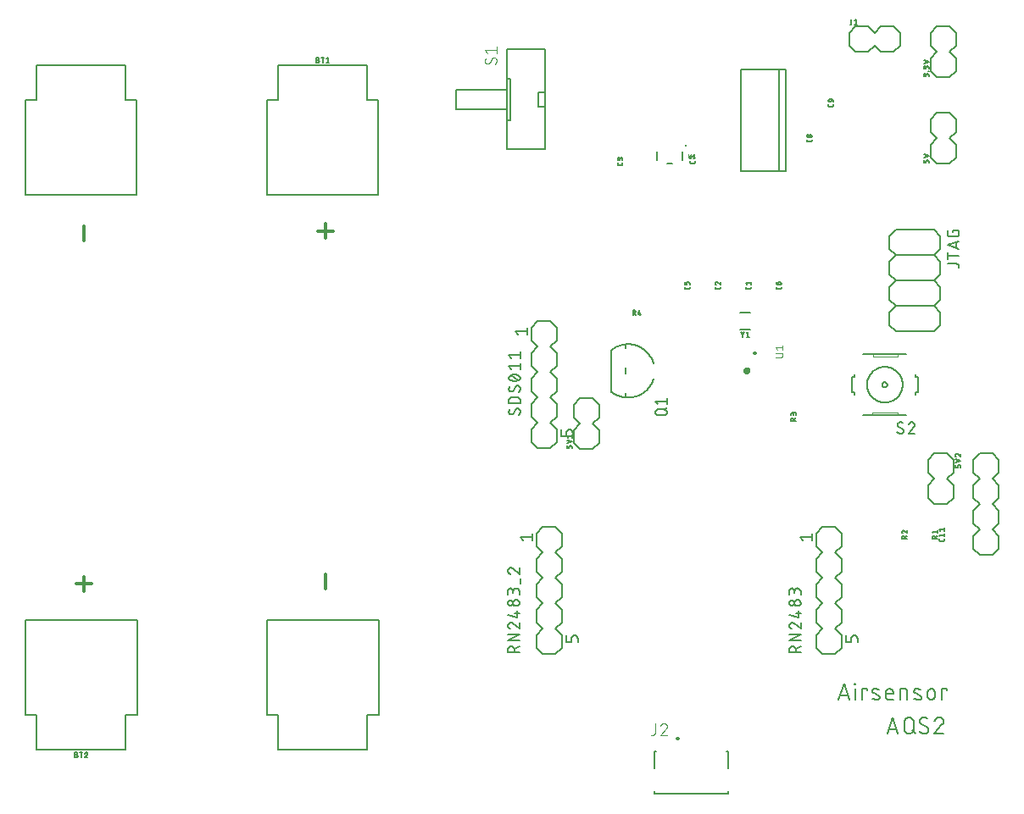
<source format=gbr>
G04 EAGLE Gerber RS-274X export*
G75*
%MOMM*%
%FSLAX34Y34*%
%LPD*%
%INSilkscreen Top*%
%IPPOS*%
%AMOC8*
5,1,8,0,0,1.08239X$1,22.5*%
G01*
%ADD10C,0.152400*%
%ADD11C,0.203200*%
%ADD12C,0.127000*%
%ADD13C,0.304800*%
%ADD14C,0.050800*%
%ADD15C,0.170000*%
%ADD16C,0.400000*%
%ADD17C,0.076200*%
%ADD18C,0.254000*%
%ADD19C,0.025400*%
%ADD20C,0.101600*%
%ADD21C,0.200000*%


D10*
X898845Y94107D02*
X904264Y110363D01*
X909683Y94107D01*
X908328Y98171D02*
X900200Y98171D01*
X915206Y94107D02*
X915206Y104944D01*
X914754Y109460D02*
X914754Y110363D01*
X915657Y110363D01*
X915657Y109460D01*
X914754Y109460D01*
X922099Y104944D02*
X922099Y94107D01*
X922099Y104944D02*
X927518Y104944D01*
X927518Y103138D01*
X933790Y100429D02*
X938305Y98623D01*
X933789Y100429D02*
X933701Y100466D01*
X933615Y100507D01*
X933530Y100551D01*
X933447Y100599D01*
X933367Y100650D01*
X933288Y100704D01*
X933212Y100762D01*
X933138Y100822D01*
X933066Y100886D01*
X932998Y100952D01*
X932932Y101022D01*
X932869Y101093D01*
X932808Y101168D01*
X932751Y101244D01*
X932698Y101323D01*
X932647Y101404D01*
X932600Y101487D01*
X932556Y101572D01*
X932516Y101659D01*
X932479Y101747D01*
X932446Y101837D01*
X932416Y101928D01*
X932391Y102020D01*
X932369Y102113D01*
X932351Y102207D01*
X932336Y102301D01*
X932326Y102396D01*
X932320Y102492D01*
X932317Y102587D01*
X932318Y102683D01*
X932324Y102778D01*
X932333Y102874D01*
X932346Y102968D01*
X932362Y103062D01*
X932383Y103156D01*
X932408Y103248D01*
X932436Y103339D01*
X932468Y103429D01*
X932503Y103518D01*
X932542Y103605D01*
X932585Y103691D01*
X932631Y103775D01*
X932681Y103856D01*
X932733Y103936D01*
X932789Y104014D01*
X932849Y104089D01*
X932911Y104161D01*
X932976Y104231D01*
X933044Y104299D01*
X933114Y104363D01*
X933187Y104425D01*
X933263Y104483D01*
X933341Y104539D01*
X933421Y104591D01*
X933503Y104640D01*
X933587Y104685D01*
X933673Y104727D01*
X933760Y104766D01*
X933849Y104801D01*
X933940Y104832D01*
X934031Y104859D01*
X934124Y104883D01*
X934217Y104903D01*
X934311Y104919D01*
X934406Y104931D01*
X934501Y104940D01*
X934597Y104944D01*
X934692Y104945D01*
X934939Y104938D01*
X935185Y104926D01*
X935431Y104908D01*
X935677Y104883D01*
X935921Y104853D01*
X936165Y104817D01*
X936408Y104776D01*
X936650Y104728D01*
X936891Y104674D01*
X937130Y104615D01*
X937368Y104550D01*
X937604Y104479D01*
X937839Y104403D01*
X938072Y104321D01*
X938302Y104233D01*
X938530Y104140D01*
X938757Y104042D01*
X938306Y98622D02*
X938394Y98585D01*
X938480Y98544D01*
X938565Y98500D01*
X938648Y98452D01*
X938728Y98401D01*
X938807Y98347D01*
X938883Y98289D01*
X938957Y98229D01*
X939029Y98165D01*
X939097Y98099D01*
X939163Y98029D01*
X939226Y97958D01*
X939287Y97883D01*
X939344Y97807D01*
X939397Y97728D01*
X939448Y97647D01*
X939495Y97564D01*
X939539Y97479D01*
X939579Y97392D01*
X939616Y97304D01*
X939649Y97214D01*
X939679Y97123D01*
X939704Y97031D01*
X939726Y96938D01*
X939744Y96844D01*
X939759Y96750D01*
X939769Y96655D01*
X939775Y96559D01*
X939778Y96464D01*
X939777Y96368D01*
X939771Y96273D01*
X939762Y96177D01*
X939749Y96083D01*
X939733Y95989D01*
X939712Y95895D01*
X939687Y95803D01*
X939659Y95712D01*
X939627Y95622D01*
X939592Y95533D01*
X939553Y95446D01*
X939510Y95360D01*
X939464Y95276D01*
X939414Y95195D01*
X939362Y95115D01*
X939306Y95037D01*
X939246Y94962D01*
X939184Y94890D01*
X939119Y94820D01*
X939051Y94752D01*
X938981Y94688D01*
X938908Y94626D01*
X938832Y94568D01*
X938754Y94512D01*
X938674Y94460D01*
X938592Y94411D01*
X938508Y94366D01*
X938422Y94324D01*
X938335Y94285D01*
X938246Y94250D01*
X938155Y94219D01*
X938064Y94192D01*
X937971Y94168D01*
X937878Y94148D01*
X937784Y94132D01*
X937689Y94120D01*
X937594Y94111D01*
X937498Y94107D01*
X937403Y94106D01*
X937402Y94107D02*
X937040Y94116D01*
X936678Y94134D01*
X936317Y94161D01*
X935957Y94196D01*
X935597Y94239D01*
X935238Y94291D01*
X934881Y94352D01*
X934526Y94421D01*
X934172Y94498D01*
X933820Y94584D01*
X933470Y94678D01*
X933122Y94781D01*
X932777Y94891D01*
X932435Y95010D01*
X948691Y94107D02*
X953207Y94107D01*
X948691Y94107D02*
X948590Y94109D01*
X948489Y94115D01*
X948388Y94124D01*
X948287Y94137D01*
X948187Y94154D01*
X948088Y94175D01*
X947990Y94199D01*
X947893Y94227D01*
X947796Y94259D01*
X947701Y94294D01*
X947608Y94333D01*
X947516Y94375D01*
X947425Y94421D01*
X947337Y94470D01*
X947250Y94522D01*
X947165Y94578D01*
X947082Y94636D01*
X947002Y94698D01*
X946924Y94763D01*
X946848Y94830D01*
X946775Y94900D01*
X946705Y94973D01*
X946638Y95049D01*
X946573Y95127D01*
X946511Y95207D01*
X946453Y95290D01*
X946397Y95375D01*
X946345Y95462D01*
X946296Y95550D01*
X946250Y95641D01*
X946208Y95733D01*
X946169Y95826D01*
X946134Y95921D01*
X946102Y96018D01*
X946074Y96115D01*
X946050Y96213D01*
X946029Y96312D01*
X946012Y96412D01*
X945999Y96513D01*
X945990Y96614D01*
X945984Y96715D01*
X945982Y96816D01*
X945982Y101332D01*
X945983Y101332D02*
X945985Y101451D01*
X945991Y101571D01*
X946001Y101690D01*
X946015Y101808D01*
X946032Y101927D01*
X946054Y102044D01*
X946079Y102161D01*
X946109Y102276D01*
X946142Y102391D01*
X946179Y102505D01*
X946219Y102617D01*
X946264Y102728D01*
X946312Y102837D01*
X946363Y102945D01*
X946418Y103051D01*
X946477Y103155D01*
X946539Y103257D01*
X946604Y103357D01*
X946673Y103455D01*
X946745Y103551D01*
X946820Y103644D01*
X946897Y103734D01*
X946978Y103822D01*
X947062Y103907D01*
X947149Y103989D01*
X947238Y104069D01*
X947330Y104145D01*
X947424Y104219D01*
X947521Y104289D01*
X947619Y104356D01*
X947720Y104420D01*
X947824Y104480D01*
X947929Y104537D01*
X948036Y104590D01*
X948144Y104640D01*
X948254Y104686D01*
X948366Y104728D01*
X948479Y104767D01*
X948593Y104802D01*
X948708Y104833D01*
X948825Y104861D01*
X948942Y104884D01*
X949059Y104904D01*
X949178Y104920D01*
X949297Y104932D01*
X949416Y104940D01*
X949535Y104944D01*
X949655Y104944D01*
X949774Y104940D01*
X949893Y104932D01*
X950012Y104920D01*
X950131Y104904D01*
X950248Y104884D01*
X950365Y104861D01*
X950482Y104833D01*
X950597Y104802D01*
X950711Y104767D01*
X950824Y104728D01*
X950936Y104686D01*
X951046Y104640D01*
X951154Y104590D01*
X951261Y104537D01*
X951366Y104480D01*
X951470Y104420D01*
X951571Y104356D01*
X951669Y104289D01*
X951766Y104219D01*
X951860Y104145D01*
X951952Y104069D01*
X952041Y103989D01*
X952128Y103907D01*
X952212Y103822D01*
X952293Y103734D01*
X952370Y103644D01*
X952445Y103551D01*
X952517Y103455D01*
X952586Y103357D01*
X952651Y103257D01*
X952713Y103155D01*
X952772Y103051D01*
X952827Y102945D01*
X952878Y102837D01*
X952926Y102728D01*
X952971Y102617D01*
X953011Y102505D01*
X953048Y102391D01*
X953081Y102276D01*
X953111Y102161D01*
X953136Y102044D01*
X953158Y101927D01*
X953175Y101808D01*
X953189Y101690D01*
X953199Y101571D01*
X953205Y101451D01*
X953207Y101332D01*
X953207Y99526D01*
X945982Y99526D01*
X960050Y94107D02*
X960050Y104944D01*
X964566Y104944D01*
X964670Y104942D01*
X964773Y104936D01*
X964877Y104926D01*
X964980Y104912D01*
X965082Y104894D01*
X965183Y104873D01*
X965284Y104847D01*
X965383Y104818D01*
X965482Y104785D01*
X965579Y104748D01*
X965674Y104707D01*
X965768Y104663D01*
X965860Y104615D01*
X965950Y104564D01*
X966039Y104509D01*
X966125Y104451D01*
X966208Y104389D01*
X966290Y104325D01*
X966368Y104257D01*
X966444Y104187D01*
X966518Y104114D01*
X966588Y104037D01*
X966656Y103959D01*
X966720Y103877D01*
X966782Y103794D01*
X966840Y103708D01*
X966895Y103619D01*
X966946Y103529D01*
X966994Y103437D01*
X967038Y103343D01*
X967079Y103248D01*
X967116Y103151D01*
X967149Y103052D01*
X967178Y102953D01*
X967204Y102852D01*
X967225Y102751D01*
X967243Y102649D01*
X967257Y102546D01*
X967267Y102442D01*
X967273Y102339D01*
X967275Y102235D01*
X967275Y94107D01*
X975473Y100429D02*
X979989Y98623D01*
X975473Y100429D02*
X975385Y100466D01*
X975299Y100507D01*
X975214Y100551D01*
X975131Y100599D01*
X975051Y100650D01*
X974972Y100704D01*
X974896Y100762D01*
X974822Y100822D01*
X974750Y100886D01*
X974682Y100952D01*
X974616Y101022D01*
X974553Y101093D01*
X974492Y101168D01*
X974435Y101244D01*
X974382Y101323D01*
X974331Y101404D01*
X974284Y101487D01*
X974240Y101572D01*
X974200Y101659D01*
X974163Y101747D01*
X974130Y101837D01*
X974100Y101928D01*
X974075Y102020D01*
X974053Y102113D01*
X974035Y102207D01*
X974020Y102301D01*
X974010Y102396D01*
X974004Y102492D01*
X974001Y102587D01*
X974002Y102683D01*
X974008Y102778D01*
X974017Y102874D01*
X974030Y102968D01*
X974046Y103062D01*
X974067Y103156D01*
X974092Y103248D01*
X974120Y103339D01*
X974152Y103429D01*
X974187Y103518D01*
X974226Y103605D01*
X974269Y103691D01*
X974315Y103775D01*
X974365Y103856D01*
X974417Y103936D01*
X974473Y104014D01*
X974533Y104089D01*
X974595Y104161D01*
X974660Y104231D01*
X974728Y104299D01*
X974798Y104363D01*
X974871Y104425D01*
X974947Y104483D01*
X975025Y104539D01*
X975105Y104591D01*
X975187Y104640D01*
X975271Y104685D01*
X975357Y104727D01*
X975444Y104766D01*
X975533Y104801D01*
X975624Y104832D01*
X975715Y104859D01*
X975808Y104883D01*
X975901Y104903D01*
X975995Y104919D01*
X976090Y104931D01*
X976185Y104940D01*
X976281Y104944D01*
X976376Y104945D01*
X976623Y104938D01*
X976869Y104926D01*
X977115Y104908D01*
X977361Y104883D01*
X977605Y104853D01*
X977849Y104817D01*
X978092Y104776D01*
X978334Y104728D01*
X978575Y104674D01*
X978814Y104615D01*
X979052Y104550D01*
X979288Y104479D01*
X979523Y104403D01*
X979756Y104321D01*
X979986Y104233D01*
X980214Y104140D01*
X980441Y104042D01*
X979989Y98622D02*
X980077Y98585D01*
X980163Y98544D01*
X980248Y98500D01*
X980331Y98452D01*
X980411Y98401D01*
X980490Y98347D01*
X980566Y98289D01*
X980640Y98229D01*
X980712Y98165D01*
X980780Y98099D01*
X980846Y98029D01*
X980909Y97958D01*
X980970Y97883D01*
X981027Y97807D01*
X981080Y97728D01*
X981131Y97647D01*
X981178Y97564D01*
X981222Y97479D01*
X981262Y97392D01*
X981299Y97304D01*
X981332Y97214D01*
X981362Y97123D01*
X981387Y97031D01*
X981409Y96938D01*
X981427Y96844D01*
X981442Y96750D01*
X981452Y96655D01*
X981458Y96559D01*
X981461Y96464D01*
X981460Y96368D01*
X981454Y96273D01*
X981445Y96177D01*
X981432Y96083D01*
X981416Y95989D01*
X981395Y95895D01*
X981370Y95803D01*
X981342Y95712D01*
X981310Y95622D01*
X981275Y95533D01*
X981236Y95446D01*
X981193Y95360D01*
X981147Y95276D01*
X981097Y95195D01*
X981045Y95115D01*
X980989Y95037D01*
X980929Y94962D01*
X980867Y94890D01*
X980802Y94820D01*
X980734Y94752D01*
X980664Y94688D01*
X980591Y94626D01*
X980515Y94568D01*
X980437Y94512D01*
X980357Y94460D01*
X980275Y94411D01*
X980191Y94366D01*
X980105Y94324D01*
X980018Y94285D01*
X979929Y94250D01*
X979838Y94219D01*
X979747Y94192D01*
X979654Y94168D01*
X979561Y94148D01*
X979467Y94132D01*
X979372Y94120D01*
X979277Y94111D01*
X979181Y94107D01*
X979086Y94106D01*
X979085Y94107D02*
X978723Y94116D01*
X978361Y94134D01*
X978000Y94161D01*
X977640Y94196D01*
X977280Y94239D01*
X976921Y94291D01*
X976564Y94352D01*
X976209Y94421D01*
X975855Y94498D01*
X975503Y94584D01*
X975153Y94678D01*
X974805Y94781D01*
X974460Y94891D01*
X974118Y95010D01*
X987665Y97719D02*
X987665Y101332D01*
X987666Y101332D02*
X987668Y101451D01*
X987674Y101571D01*
X987684Y101690D01*
X987698Y101808D01*
X987715Y101927D01*
X987737Y102044D01*
X987762Y102161D01*
X987792Y102276D01*
X987825Y102391D01*
X987862Y102505D01*
X987902Y102617D01*
X987947Y102728D01*
X987995Y102837D01*
X988046Y102945D01*
X988101Y103051D01*
X988160Y103155D01*
X988222Y103257D01*
X988287Y103357D01*
X988356Y103455D01*
X988428Y103551D01*
X988503Y103644D01*
X988580Y103734D01*
X988661Y103822D01*
X988745Y103907D01*
X988832Y103989D01*
X988921Y104069D01*
X989013Y104145D01*
X989107Y104219D01*
X989204Y104289D01*
X989302Y104356D01*
X989403Y104420D01*
X989507Y104480D01*
X989612Y104537D01*
X989719Y104590D01*
X989827Y104640D01*
X989937Y104686D01*
X990049Y104728D01*
X990162Y104767D01*
X990276Y104802D01*
X990391Y104833D01*
X990508Y104861D01*
X990625Y104884D01*
X990742Y104904D01*
X990861Y104920D01*
X990980Y104932D01*
X991099Y104940D01*
X991218Y104944D01*
X991338Y104944D01*
X991457Y104940D01*
X991576Y104932D01*
X991695Y104920D01*
X991814Y104904D01*
X991931Y104884D01*
X992048Y104861D01*
X992165Y104833D01*
X992280Y104802D01*
X992394Y104767D01*
X992507Y104728D01*
X992619Y104686D01*
X992729Y104640D01*
X992837Y104590D01*
X992944Y104537D01*
X993049Y104480D01*
X993153Y104420D01*
X993254Y104356D01*
X993352Y104289D01*
X993449Y104219D01*
X993543Y104145D01*
X993635Y104069D01*
X993724Y103989D01*
X993811Y103907D01*
X993895Y103822D01*
X993976Y103734D01*
X994053Y103644D01*
X994128Y103551D01*
X994200Y103455D01*
X994269Y103357D01*
X994334Y103257D01*
X994396Y103155D01*
X994455Y103051D01*
X994510Y102945D01*
X994561Y102837D01*
X994609Y102728D01*
X994654Y102617D01*
X994694Y102505D01*
X994731Y102391D01*
X994764Y102276D01*
X994794Y102161D01*
X994819Y102044D01*
X994841Y101927D01*
X994858Y101808D01*
X994872Y101690D01*
X994882Y101571D01*
X994888Y101451D01*
X994890Y101332D01*
X994890Y97719D01*
X994888Y97600D01*
X994882Y97480D01*
X994872Y97361D01*
X994858Y97243D01*
X994841Y97124D01*
X994819Y97007D01*
X994794Y96890D01*
X994764Y96775D01*
X994731Y96660D01*
X994694Y96546D01*
X994654Y96434D01*
X994609Y96323D01*
X994561Y96214D01*
X994510Y96106D01*
X994455Y96000D01*
X994396Y95896D01*
X994334Y95794D01*
X994269Y95694D01*
X994200Y95596D01*
X994128Y95500D01*
X994053Y95407D01*
X993976Y95317D01*
X993895Y95229D01*
X993811Y95144D01*
X993724Y95062D01*
X993635Y94982D01*
X993543Y94906D01*
X993449Y94832D01*
X993352Y94762D01*
X993254Y94695D01*
X993153Y94631D01*
X993049Y94571D01*
X992944Y94514D01*
X992837Y94461D01*
X992729Y94411D01*
X992619Y94365D01*
X992507Y94323D01*
X992394Y94284D01*
X992280Y94249D01*
X992165Y94218D01*
X992048Y94190D01*
X991931Y94167D01*
X991814Y94147D01*
X991695Y94131D01*
X991576Y94119D01*
X991457Y94111D01*
X991338Y94107D01*
X991218Y94107D01*
X991099Y94111D01*
X990980Y94119D01*
X990861Y94131D01*
X990742Y94147D01*
X990625Y94167D01*
X990508Y94190D01*
X990391Y94218D01*
X990276Y94249D01*
X990162Y94284D01*
X990049Y94323D01*
X989937Y94365D01*
X989827Y94411D01*
X989719Y94461D01*
X989612Y94514D01*
X989507Y94571D01*
X989403Y94631D01*
X989302Y94695D01*
X989204Y94762D01*
X989107Y94832D01*
X989013Y94906D01*
X988921Y94982D01*
X988832Y95062D01*
X988745Y95144D01*
X988661Y95229D01*
X988580Y95317D01*
X988503Y95407D01*
X988428Y95500D01*
X988356Y95596D01*
X988287Y95694D01*
X988222Y95794D01*
X988160Y95896D01*
X988101Y96000D01*
X988046Y96106D01*
X987995Y96214D01*
X987947Y96323D01*
X987902Y96434D01*
X987862Y96546D01*
X987825Y96660D01*
X987792Y96775D01*
X987762Y96890D01*
X987737Y97007D01*
X987715Y97124D01*
X987698Y97243D01*
X987684Y97361D01*
X987674Y97480D01*
X987668Y97600D01*
X987666Y97719D01*
X1001818Y94107D02*
X1001818Y104944D01*
X1007237Y104944D01*
X1007237Y103138D01*
X952666Y76454D02*
X947247Y60198D01*
X958084Y60198D02*
X952666Y76454D01*
X956730Y64262D02*
X948602Y64262D01*
X964618Y64714D02*
X964618Y71938D01*
X964617Y71938D02*
X964619Y72071D01*
X964625Y72203D01*
X964635Y72335D01*
X964648Y72467D01*
X964666Y72599D01*
X964687Y72729D01*
X964712Y72860D01*
X964741Y72989D01*
X964774Y73117D01*
X964810Y73245D01*
X964850Y73371D01*
X964894Y73496D01*
X964942Y73620D01*
X964993Y73742D01*
X965048Y73863D01*
X965106Y73982D01*
X965168Y74100D01*
X965233Y74215D01*
X965302Y74329D01*
X965373Y74440D01*
X965449Y74549D01*
X965527Y74656D01*
X965608Y74761D01*
X965693Y74863D01*
X965780Y74963D01*
X965870Y75060D01*
X965963Y75155D01*
X966059Y75246D01*
X966157Y75335D01*
X966258Y75421D01*
X966362Y75504D01*
X966468Y75584D01*
X966576Y75660D01*
X966686Y75734D01*
X966799Y75804D01*
X966913Y75871D01*
X967030Y75934D01*
X967148Y75994D01*
X967268Y76051D01*
X967390Y76104D01*
X967513Y76153D01*
X967637Y76199D01*
X967763Y76241D01*
X967890Y76279D01*
X968018Y76314D01*
X968147Y76345D01*
X968276Y76372D01*
X968407Y76395D01*
X968538Y76415D01*
X968670Y76430D01*
X968802Y76442D01*
X968934Y76450D01*
X969067Y76454D01*
X969199Y76454D01*
X969332Y76450D01*
X969464Y76442D01*
X969596Y76430D01*
X969728Y76415D01*
X969859Y76395D01*
X969990Y76372D01*
X970119Y76345D01*
X970248Y76314D01*
X970376Y76279D01*
X970503Y76241D01*
X970629Y76199D01*
X970753Y76153D01*
X970876Y76104D01*
X970998Y76051D01*
X971118Y75994D01*
X971236Y75934D01*
X971353Y75871D01*
X971467Y75804D01*
X971580Y75734D01*
X971690Y75660D01*
X971798Y75584D01*
X971904Y75504D01*
X972008Y75421D01*
X972109Y75335D01*
X972207Y75246D01*
X972303Y75155D01*
X972396Y75060D01*
X972486Y74963D01*
X972573Y74863D01*
X972658Y74761D01*
X972739Y74656D01*
X972817Y74549D01*
X972893Y74440D01*
X972964Y74329D01*
X973033Y74215D01*
X973098Y74100D01*
X973160Y73982D01*
X973218Y73863D01*
X973273Y73742D01*
X973324Y73620D01*
X973372Y73496D01*
X973416Y73371D01*
X973456Y73245D01*
X973492Y73117D01*
X973525Y72989D01*
X973554Y72860D01*
X973579Y72729D01*
X973600Y72599D01*
X973618Y72467D01*
X973631Y72335D01*
X973641Y72203D01*
X973647Y72071D01*
X973649Y71938D01*
X973649Y64714D01*
X973647Y64581D01*
X973641Y64449D01*
X973631Y64317D01*
X973618Y64185D01*
X973600Y64053D01*
X973579Y63923D01*
X973554Y63792D01*
X973525Y63663D01*
X973492Y63535D01*
X973456Y63407D01*
X973416Y63281D01*
X973372Y63156D01*
X973324Y63032D01*
X973273Y62910D01*
X973218Y62789D01*
X973160Y62670D01*
X973098Y62552D01*
X973033Y62437D01*
X972964Y62323D01*
X972893Y62212D01*
X972817Y62103D01*
X972739Y61996D01*
X972658Y61891D01*
X972573Y61789D01*
X972486Y61689D01*
X972396Y61592D01*
X972303Y61497D01*
X972207Y61406D01*
X972109Y61317D01*
X972008Y61231D01*
X971904Y61148D01*
X971798Y61068D01*
X971690Y60992D01*
X971580Y60918D01*
X971467Y60848D01*
X971353Y60781D01*
X971236Y60718D01*
X971118Y60658D01*
X970998Y60601D01*
X970876Y60548D01*
X970753Y60499D01*
X970629Y60453D01*
X970503Y60411D01*
X970376Y60373D01*
X970248Y60338D01*
X970119Y60307D01*
X969990Y60280D01*
X969859Y60257D01*
X969728Y60237D01*
X969596Y60222D01*
X969464Y60210D01*
X969332Y60202D01*
X969199Y60198D01*
X969067Y60198D01*
X968934Y60202D01*
X968802Y60210D01*
X968670Y60222D01*
X968538Y60237D01*
X968407Y60257D01*
X968276Y60280D01*
X968147Y60307D01*
X968018Y60338D01*
X967890Y60373D01*
X967763Y60411D01*
X967637Y60453D01*
X967513Y60499D01*
X967390Y60548D01*
X967268Y60601D01*
X967148Y60658D01*
X967030Y60718D01*
X966913Y60781D01*
X966799Y60848D01*
X966686Y60918D01*
X966576Y60992D01*
X966468Y61068D01*
X966362Y61148D01*
X966258Y61231D01*
X966157Y61317D01*
X966059Y61406D01*
X965963Y61497D01*
X965870Y61592D01*
X965780Y61689D01*
X965693Y61789D01*
X965608Y61891D01*
X965527Y61996D01*
X965449Y62103D01*
X965373Y62212D01*
X965302Y62323D01*
X965233Y62437D01*
X965168Y62552D01*
X965106Y62670D01*
X965048Y62789D01*
X964993Y62910D01*
X964942Y63032D01*
X964894Y63156D01*
X964850Y63281D01*
X964810Y63407D01*
X964774Y63535D01*
X964741Y63663D01*
X964712Y63792D01*
X964687Y63923D01*
X964666Y64053D01*
X964648Y64185D01*
X964635Y64317D01*
X964625Y64449D01*
X964619Y64581D01*
X964617Y64714D01*
X971843Y63810D02*
X975455Y60198D01*
X984831Y60198D02*
X984949Y60200D01*
X985067Y60206D01*
X985185Y60215D01*
X985302Y60229D01*
X985419Y60246D01*
X985536Y60267D01*
X985651Y60292D01*
X985766Y60321D01*
X985880Y60354D01*
X985992Y60390D01*
X986103Y60430D01*
X986213Y60473D01*
X986322Y60520D01*
X986429Y60570D01*
X986534Y60625D01*
X986637Y60682D01*
X986738Y60743D01*
X986838Y60807D01*
X986935Y60874D01*
X987030Y60944D01*
X987122Y61018D01*
X987213Y61094D01*
X987300Y61174D01*
X987385Y61256D01*
X987467Y61341D01*
X987547Y61428D01*
X987623Y61519D01*
X987697Y61611D01*
X987767Y61706D01*
X987834Y61803D01*
X987898Y61903D01*
X987959Y62004D01*
X988016Y62107D01*
X988071Y62212D01*
X988121Y62319D01*
X988168Y62428D01*
X988211Y62538D01*
X988251Y62649D01*
X988287Y62761D01*
X988320Y62875D01*
X988349Y62990D01*
X988374Y63105D01*
X988395Y63222D01*
X988412Y63339D01*
X988426Y63456D01*
X988435Y63574D01*
X988441Y63692D01*
X988443Y63810D01*
X984831Y60198D02*
X984648Y60200D01*
X984466Y60207D01*
X984284Y60218D01*
X984102Y60233D01*
X983920Y60253D01*
X983739Y60276D01*
X983559Y60305D01*
X983379Y60337D01*
X983200Y60374D01*
X983023Y60415D01*
X982846Y60461D01*
X982670Y60510D01*
X982496Y60564D01*
X982322Y60622D01*
X982151Y60684D01*
X981981Y60750D01*
X981812Y60821D01*
X981645Y60895D01*
X981480Y60973D01*
X981317Y61055D01*
X981156Y61141D01*
X980997Y61231D01*
X980840Y61325D01*
X980686Y61422D01*
X980534Y61523D01*
X980384Y61628D01*
X980237Y61736D01*
X980093Y61847D01*
X979951Y61962D01*
X979812Y62081D01*
X979676Y62203D01*
X979543Y62328D01*
X979413Y62456D01*
X979865Y72842D02*
X979867Y72960D01*
X979873Y73078D01*
X979882Y73196D01*
X979896Y73313D01*
X979913Y73430D01*
X979934Y73547D01*
X979959Y73662D01*
X979988Y73777D01*
X980021Y73891D01*
X980057Y74003D01*
X980097Y74114D01*
X980140Y74224D01*
X980187Y74333D01*
X980237Y74440D01*
X980292Y74545D01*
X980349Y74648D01*
X980410Y74749D01*
X980474Y74849D01*
X980541Y74946D01*
X980611Y75041D01*
X980685Y75133D01*
X980761Y75224D01*
X980841Y75311D01*
X980923Y75396D01*
X981008Y75478D01*
X981095Y75558D01*
X981186Y75634D01*
X981278Y75708D01*
X981373Y75778D01*
X981470Y75845D01*
X981570Y75909D01*
X981671Y75970D01*
X981774Y76028D01*
X981879Y76082D01*
X981986Y76132D01*
X982095Y76179D01*
X982205Y76223D01*
X982316Y76262D01*
X982429Y76298D01*
X982542Y76331D01*
X982657Y76360D01*
X982772Y76385D01*
X982889Y76406D01*
X983006Y76423D01*
X983123Y76437D01*
X983241Y76446D01*
X983359Y76452D01*
X983477Y76454D01*
X983638Y76452D01*
X983800Y76446D01*
X983961Y76437D01*
X984122Y76423D01*
X984282Y76406D01*
X984442Y76385D01*
X984602Y76360D01*
X984761Y76331D01*
X984919Y76299D01*
X985076Y76263D01*
X985232Y76223D01*
X985388Y76179D01*
X985542Y76131D01*
X985695Y76080D01*
X985847Y76026D01*
X985998Y75967D01*
X986147Y75906D01*
X986294Y75840D01*
X986440Y75771D01*
X986585Y75699D01*
X986727Y75623D01*
X986868Y75544D01*
X987007Y75462D01*
X987143Y75376D01*
X987278Y75287D01*
X987411Y75195D01*
X987541Y75099D01*
X981670Y69681D02*
X981569Y69743D01*
X981469Y69808D01*
X981372Y69877D01*
X981277Y69949D01*
X981184Y70023D01*
X981094Y70101D01*
X981006Y70182D01*
X980921Y70265D01*
X980839Y70351D01*
X980760Y70440D01*
X980683Y70531D01*
X980610Y70625D01*
X980539Y70721D01*
X980472Y70819D01*
X980408Y70919D01*
X980347Y71022D01*
X980290Y71126D01*
X980236Y71232D01*
X980186Y71340D01*
X980139Y71449D01*
X980095Y71560D01*
X980055Y71672D01*
X980019Y71786D01*
X979987Y71900D01*
X979958Y72016D01*
X979933Y72132D01*
X979912Y72249D01*
X979895Y72367D01*
X979881Y72485D01*
X979872Y72604D01*
X979866Y72723D01*
X979864Y72842D01*
X986638Y66971D02*
X986739Y66909D01*
X986839Y66844D01*
X986936Y66775D01*
X987031Y66703D01*
X987124Y66629D01*
X987214Y66551D01*
X987302Y66470D01*
X987387Y66387D01*
X987469Y66301D01*
X987548Y66212D01*
X987625Y66121D01*
X987698Y66027D01*
X987769Y65931D01*
X987836Y65833D01*
X987900Y65733D01*
X987961Y65630D01*
X988018Y65526D01*
X988072Y65420D01*
X988122Y65312D01*
X988169Y65203D01*
X988213Y65092D01*
X988253Y64980D01*
X988289Y64866D01*
X988321Y64752D01*
X988350Y64636D01*
X988375Y64520D01*
X988396Y64403D01*
X988413Y64285D01*
X988427Y64167D01*
X988436Y64048D01*
X988442Y63929D01*
X988444Y63810D01*
X986638Y66971D02*
X981670Y69681D01*
X999490Y76454D02*
X999615Y76452D01*
X999740Y76446D01*
X999865Y76437D01*
X999989Y76423D01*
X1000113Y76406D01*
X1000237Y76385D01*
X1000359Y76360D01*
X1000481Y76331D01*
X1000602Y76299D01*
X1000722Y76263D01*
X1000841Y76223D01*
X1000958Y76180D01*
X1001074Y76133D01*
X1001189Y76082D01*
X1001301Y76028D01*
X1001413Y75970D01*
X1001522Y75910D01*
X1001629Y75845D01*
X1001735Y75778D01*
X1001838Y75707D01*
X1001939Y75633D01*
X1002038Y75556D01*
X1002134Y75476D01*
X1002228Y75393D01*
X1002319Y75308D01*
X1002408Y75219D01*
X1002493Y75128D01*
X1002576Y75034D01*
X1002656Y74938D01*
X1002733Y74839D01*
X1002807Y74738D01*
X1002878Y74635D01*
X1002945Y74529D01*
X1003010Y74422D01*
X1003070Y74313D01*
X1003128Y74201D01*
X1003182Y74089D01*
X1003233Y73974D01*
X1003280Y73858D01*
X1003323Y73741D01*
X1003363Y73622D01*
X1003399Y73502D01*
X1003431Y73381D01*
X1003460Y73259D01*
X1003485Y73137D01*
X1003506Y73013D01*
X1003523Y72889D01*
X1003537Y72765D01*
X1003546Y72640D01*
X1003552Y72515D01*
X1003554Y72390D01*
X999490Y76454D02*
X999347Y76452D01*
X999205Y76446D01*
X999062Y76436D01*
X998920Y76423D01*
X998779Y76405D01*
X998637Y76384D01*
X998497Y76359D01*
X998357Y76330D01*
X998218Y76297D01*
X998080Y76260D01*
X997943Y76220D01*
X997808Y76176D01*
X997673Y76128D01*
X997540Y76076D01*
X997408Y76021D01*
X997278Y75962D01*
X997150Y75900D01*
X997023Y75834D01*
X996898Y75765D01*
X996775Y75693D01*
X996655Y75617D01*
X996536Y75538D01*
X996419Y75455D01*
X996305Y75370D01*
X996193Y75281D01*
X996084Y75190D01*
X995977Y75095D01*
X995872Y74998D01*
X995771Y74897D01*
X995672Y74794D01*
X995576Y74689D01*
X995483Y74580D01*
X995393Y74469D01*
X995306Y74356D01*
X995222Y74241D01*
X995142Y74123D01*
X995064Y74003D01*
X994990Y73881D01*
X994920Y73757D01*
X994852Y73631D01*
X994789Y73503D01*
X994728Y73374D01*
X994671Y73243D01*
X994618Y73111D01*
X994569Y72977D01*
X994523Y72842D01*
X1002199Y69229D02*
X1002293Y69321D01*
X1002383Y69415D01*
X1002471Y69512D01*
X1002556Y69612D01*
X1002638Y69714D01*
X1002717Y69819D01*
X1002792Y69926D01*
X1002864Y70035D01*
X1002933Y70146D01*
X1002999Y70260D01*
X1003061Y70375D01*
X1003120Y70492D01*
X1003175Y70611D01*
X1003226Y70731D01*
X1003274Y70853D01*
X1003319Y70976D01*
X1003359Y71100D01*
X1003396Y71226D01*
X1003429Y71353D01*
X1003458Y71480D01*
X1003484Y71609D01*
X1003505Y71738D01*
X1003523Y71868D01*
X1003536Y71998D01*
X1003546Y72128D01*
X1003552Y72259D01*
X1003554Y72390D01*
X1002199Y69229D02*
X994523Y60198D01*
X1003554Y60198D01*
D11*
X990600Y722630D02*
X990600Y735330D01*
X996950Y741680D01*
X1009650Y741680D02*
X1016000Y735330D01*
X996950Y741680D02*
X990600Y748030D01*
X990600Y760730D01*
X996950Y767080D01*
X1009650Y767080D02*
X1016000Y760730D01*
X1016000Y748030D01*
X1009650Y741680D01*
X1009650Y716280D02*
X996950Y716280D01*
X990600Y722630D01*
X1009650Y716280D02*
X1016000Y722630D01*
X1016000Y735330D01*
X1009650Y767080D02*
X996950Y767080D01*
D12*
X988695Y718256D02*
X988695Y716915D01*
X988695Y718256D02*
X988693Y718327D01*
X988687Y718399D01*
X988678Y718469D01*
X988665Y718539D01*
X988648Y718609D01*
X988627Y718677D01*
X988603Y718744D01*
X988575Y718810D01*
X988544Y718874D01*
X988509Y718937D01*
X988471Y718997D01*
X988430Y719056D01*
X988386Y719112D01*
X988339Y719166D01*
X988290Y719217D01*
X988237Y719265D01*
X988182Y719311D01*
X988125Y719353D01*
X988065Y719393D01*
X988004Y719429D01*
X987940Y719462D01*
X987875Y719491D01*
X987809Y719517D01*
X987741Y719540D01*
X987672Y719559D01*
X987602Y719574D01*
X987532Y719585D01*
X987461Y719593D01*
X987390Y719597D01*
X987318Y719597D01*
X987247Y719593D01*
X987176Y719585D01*
X987106Y719574D01*
X987036Y719559D01*
X986967Y719540D01*
X986899Y719517D01*
X986833Y719491D01*
X986768Y719462D01*
X986704Y719429D01*
X986643Y719393D01*
X986583Y719353D01*
X986526Y719311D01*
X986471Y719265D01*
X986418Y719217D01*
X986369Y719166D01*
X986322Y719112D01*
X986278Y719056D01*
X986237Y718997D01*
X986199Y718937D01*
X986164Y718874D01*
X986133Y718810D01*
X986105Y718744D01*
X986081Y718677D01*
X986060Y718609D01*
X986043Y718539D01*
X986030Y718469D01*
X986021Y718399D01*
X986015Y718327D01*
X986013Y718256D01*
X983869Y718524D02*
X983869Y716915D01*
X983869Y718524D02*
X983871Y718589D01*
X983877Y718653D01*
X983887Y718717D01*
X983900Y718781D01*
X983918Y718843D01*
X983939Y718904D01*
X983963Y718964D01*
X983992Y719022D01*
X984024Y719079D01*
X984059Y719133D01*
X984097Y719185D01*
X984139Y719235D01*
X984183Y719282D01*
X984230Y719326D01*
X984280Y719368D01*
X984332Y719406D01*
X984386Y719441D01*
X984443Y719473D01*
X984501Y719502D01*
X984561Y719526D01*
X984622Y719547D01*
X984684Y719565D01*
X984748Y719578D01*
X984812Y719588D01*
X984876Y719594D01*
X984941Y719596D01*
X985006Y719594D01*
X985070Y719588D01*
X985134Y719578D01*
X985198Y719565D01*
X985260Y719547D01*
X985321Y719526D01*
X985381Y719502D01*
X985439Y719473D01*
X985496Y719441D01*
X985550Y719406D01*
X985602Y719368D01*
X985652Y719326D01*
X985699Y719282D01*
X985743Y719235D01*
X985785Y719185D01*
X985823Y719133D01*
X985858Y719079D01*
X985890Y719022D01*
X985919Y718964D01*
X985943Y718904D01*
X985964Y718843D01*
X985982Y718781D01*
X985995Y718717D01*
X986005Y718653D01*
X986011Y718589D01*
X986013Y718524D01*
X986014Y718524D02*
X986014Y717451D01*
X988427Y721962D02*
X988695Y721962D01*
X988427Y721962D02*
X988427Y722230D01*
X988695Y722230D01*
X988695Y721962D01*
X988695Y724596D02*
X988695Y725936D01*
X988693Y726007D01*
X988687Y726079D01*
X988678Y726149D01*
X988665Y726219D01*
X988648Y726289D01*
X988627Y726357D01*
X988603Y726424D01*
X988575Y726490D01*
X988544Y726554D01*
X988509Y726617D01*
X988471Y726677D01*
X988430Y726736D01*
X988386Y726792D01*
X988339Y726846D01*
X988290Y726897D01*
X988237Y726945D01*
X988182Y726991D01*
X988125Y727033D01*
X988065Y727073D01*
X988004Y727109D01*
X987940Y727142D01*
X987875Y727171D01*
X987809Y727197D01*
X987741Y727220D01*
X987672Y727239D01*
X987602Y727254D01*
X987532Y727265D01*
X987461Y727273D01*
X987390Y727277D01*
X987318Y727277D01*
X987247Y727273D01*
X987176Y727265D01*
X987106Y727254D01*
X987036Y727239D01*
X986967Y727220D01*
X986899Y727197D01*
X986833Y727171D01*
X986768Y727142D01*
X986704Y727109D01*
X986643Y727073D01*
X986583Y727033D01*
X986526Y726991D01*
X986471Y726945D01*
X986418Y726897D01*
X986369Y726846D01*
X986322Y726792D01*
X986278Y726736D01*
X986237Y726677D01*
X986199Y726617D01*
X986164Y726554D01*
X986133Y726490D01*
X986105Y726424D01*
X986081Y726357D01*
X986060Y726289D01*
X986043Y726219D01*
X986030Y726149D01*
X986021Y726079D01*
X986015Y726007D01*
X986013Y725936D01*
X983869Y726205D02*
X983869Y724596D01*
X983869Y726205D02*
X983871Y726270D01*
X983877Y726334D01*
X983887Y726398D01*
X983900Y726462D01*
X983918Y726524D01*
X983939Y726585D01*
X983963Y726645D01*
X983992Y726703D01*
X984024Y726760D01*
X984059Y726814D01*
X984097Y726866D01*
X984139Y726916D01*
X984183Y726963D01*
X984230Y727007D01*
X984280Y727049D01*
X984332Y727087D01*
X984386Y727122D01*
X984443Y727154D01*
X984501Y727183D01*
X984561Y727207D01*
X984622Y727228D01*
X984684Y727246D01*
X984748Y727259D01*
X984812Y727269D01*
X984876Y727275D01*
X984941Y727277D01*
X985006Y727275D01*
X985070Y727269D01*
X985134Y727259D01*
X985198Y727246D01*
X985260Y727228D01*
X985321Y727207D01*
X985381Y727183D01*
X985439Y727154D01*
X985496Y727122D01*
X985550Y727087D01*
X985602Y727049D01*
X985652Y727007D01*
X985699Y726963D01*
X985743Y726916D01*
X985785Y726866D01*
X985823Y726814D01*
X985858Y726760D01*
X985890Y726703D01*
X985919Y726645D01*
X985943Y726585D01*
X985964Y726524D01*
X985982Y726462D01*
X985995Y726398D01*
X986005Y726334D01*
X986011Y726270D01*
X986013Y726205D01*
X986014Y726205D02*
X986014Y725132D01*
X983869Y729814D02*
X988695Y731423D01*
X983869Y733031D01*
D11*
X990600Y648970D02*
X990600Y636270D01*
X990600Y648970D02*
X996950Y655320D01*
X1009650Y655320D02*
X1016000Y648970D01*
X996950Y655320D02*
X990600Y661670D01*
X990600Y674370D01*
X996950Y680720D01*
X1009650Y680720D02*
X1016000Y674370D01*
X1016000Y661670D01*
X1009650Y655320D01*
X1009650Y629920D02*
X996950Y629920D01*
X990600Y636270D01*
X1009650Y629920D02*
X1016000Y636270D01*
X1016000Y648970D01*
X1009650Y680720D02*
X996950Y680720D01*
D12*
X988695Y632164D02*
X988695Y630555D01*
X988695Y632164D02*
X988693Y632229D01*
X988687Y632293D01*
X988677Y632357D01*
X988664Y632421D01*
X988646Y632483D01*
X988625Y632544D01*
X988601Y632604D01*
X988572Y632662D01*
X988540Y632719D01*
X988505Y632773D01*
X988467Y632825D01*
X988425Y632875D01*
X988381Y632922D01*
X988334Y632966D01*
X988284Y633008D01*
X988232Y633046D01*
X988178Y633081D01*
X988121Y633113D01*
X988063Y633142D01*
X988003Y633166D01*
X987942Y633187D01*
X987880Y633205D01*
X987816Y633218D01*
X987752Y633228D01*
X987688Y633234D01*
X987623Y633236D01*
X987086Y633236D01*
X987021Y633234D01*
X986957Y633228D01*
X986893Y633218D01*
X986829Y633205D01*
X986767Y633187D01*
X986706Y633166D01*
X986646Y633142D01*
X986588Y633113D01*
X986531Y633081D01*
X986477Y633046D01*
X986425Y633008D01*
X986375Y632966D01*
X986328Y632922D01*
X986284Y632875D01*
X986242Y632825D01*
X986204Y632773D01*
X986169Y632719D01*
X986137Y632662D01*
X986108Y632604D01*
X986084Y632544D01*
X986063Y632483D01*
X986045Y632421D01*
X986032Y632357D01*
X986022Y632293D01*
X986016Y632229D01*
X986014Y632164D01*
X986014Y630555D01*
X983869Y630555D01*
X983869Y633236D01*
X983869Y635773D02*
X988695Y637382D01*
X983869Y638991D01*
D11*
X439066Y598380D02*
X327814Y598380D01*
X327814Y693730D01*
X338990Y693730D01*
X338990Y728528D01*
X427890Y728528D01*
X427890Y693730D01*
X439066Y693730D01*
X439066Y598380D01*
X439266Y173780D02*
X328014Y173780D01*
X439266Y173780D02*
X439266Y78430D01*
X428090Y78430D01*
X428090Y43632D01*
X339190Y43632D01*
X339190Y78430D01*
X328014Y78430D01*
X328014Y173780D01*
D13*
X386024Y555075D02*
X386024Y569976D01*
X393474Y562525D02*
X378573Y562525D01*
X386024Y219456D02*
X386024Y204555D01*
D12*
X378584Y733566D02*
X377244Y733566D01*
X378584Y733567D02*
X378655Y733565D01*
X378727Y733559D01*
X378797Y733550D01*
X378867Y733537D01*
X378937Y733520D01*
X379005Y733499D01*
X379072Y733475D01*
X379138Y733447D01*
X379202Y733416D01*
X379265Y733381D01*
X379325Y733343D01*
X379384Y733302D01*
X379440Y733258D01*
X379494Y733211D01*
X379545Y733162D01*
X379593Y733109D01*
X379639Y733054D01*
X379681Y732997D01*
X379721Y732937D01*
X379757Y732876D01*
X379790Y732812D01*
X379819Y732747D01*
X379845Y732681D01*
X379868Y732613D01*
X379887Y732544D01*
X379902Y732474D01*
X379913Y732404D01*
X379921Y732333D01*
X379925Y732262D01*
X379925Y732190D01*
X379921Y732119D01*
X379913Y732048D01*
X379902Y731978D01*
X379887Y731908D01*
X379868Y731839D01*
X379845Y731771D01*
X379819Y731705D01*
X379790Y731640D01*
X379757Y731576D01*
X379721Y731515D01*
X379681Y731455D01*
X379639Y731398D01*
X379593Y731343D01*
X379545Y731290D01*
X379494Y731241D01*
X379440Y731194D01*
X379384Y731150D01*
X379325Y731109D01*
X379265Y731071D01*
X379202Y731036D01*
X379138Y731005D01*
X379072Y730977D01*
X379005Y730953D01*
X378937Y730932D01*
X378867Y730915D01*
X378797Y730902D01*
X378727Y730893D01*
X378655Y730887D01*
X378584Y730885D01*
X377244Y730885D01*
X377244Y735711D01*
X378584Y735711D01*
X378649Y735709D01*
X378713Y735703D01*
X378777Y735693D01*
X378841Y735680D01*
X378903Y735662D01*
X378964Y735641D01*
X379024Y735617D01*
X379082Y735588D01*
X379139Y735556D01*
X379193Y735521D01*
X379245Y735483D01*
X379295Y735441D01*
X379342Y735397D01*
X379386Y735350D01*
X379428Y735300D01*
X379466Y735248D01*
X379501Y735194D01*
X379533Y735137D01*
X379562Y735079D01*
X379586Y735019D01*
X379607Y734958D01*
X379625Y734896D01*
X379638Y734832D01*
X379648Y734768D01*
X379654Y734704D01*
X379656Y734639D01*
X379654Y734574D01*
X379648Y734510D01*
X379638Y734446D01*
X379625Y734382D01*
X379607Y734320D01*
X379586Y734259D01*
X379562Y734199D01*
X379533Y734141D01*
X379501Y734084D01*
X379466Y734030D01*
X379428Y733978D01*
X379386Y733928D01*
X379342Y733881D01*
X379295Y733837D01*
X379245Y733795D01*
X379193Y733757D01*
X379139Y733722D01*
X379082Y733690D01*
X379024Y733661D01*
X378964Y733637D01*
X378903Y733616D01*
X378841Y733598D01*
X378777Y733585D01*
X378713Y733575D01*
X378649Y733569D01*
X378584Y733567D01*
X383375Y735711D02*
X383375Y730885D01*
X382035Y735711D02*
X384716Y735711D01*
X387155Y734639D02*
X388496Y735711D01*
X388496Y730885D01*
X389836Y730885D02*
X387155Y730885D01*
D11*
X197966Y173780D02*
X86714Y173780D01*
X197966Y173780D02*
X197966Y78430D01*
X186790Y78430D01*
X186790Y43632D01*
X97890Y43632D01*
X97890Y78430D01*
X86714Y78430D01*
X86714Y173780D01*
X86514Y598380D02*
X197766Y598380D01*
X86514Y598380D02*
X86514Y693730D01*
X97690Y693730D01*
X97690Y728528D01*
X186590Y728528D01*
X186590Y693730D01*
X197766Y693730D01*
X197766Y598380D01*
D13*
X144724Y217085D02*
X144724Y202184D01*
X152174Y209635D02*
X137273Y209635D01*
X144724Y552704D02*
X144724Y567605D01*
D12*
X137284Y39130D02*
X135944Y39130D01*
X137284Y39131D02*
X137355Y39129D01*
X137427Y39123D01*
X137497Y39114D01*
X137567Y39101D01*
X137637Y39084D01*
X137705Y39063D01*
X137772Y39039D01*
X137838Y39011D01*
X137902Y38980D01*
X137965Y38945D01*
X138025Y38907D01*
X138084Y38866D01*
X138140Y38822D01*
X138194Y38775D01*
X138245Y38726D01*
X138293Y38673D01*
X138339Y38618D01*
X138381Y38561D01*
X138421Y38501D01*
X138457Y38440D01*
X138490Y38376D01*
X138519Y38311D01*
X138545Y38245D01*
X138568Y38177D01*
X138587Y38108D01*
X138602Y38038D01*
X138613Y37968D01*
X138621Y37897D01*
X138625Y37826D01*
X138625Y37754D01*
X138621Y37683D01*
X138613Y37612D01*
X138602Y37542D01*
X138587Y37472D01*
X138568Y37403D01*
X138545Y37335D01*
X138519Y37269D01*
X138490Y37204D01*
X138457Y37140D01*
X138421Y37079D01*
X138381Y37019D01*
X138339Y36962D01*
X138293Y36907D01*
X138245Y36854D01*
X138194Y36805D01*
X138140Y36758D01*
X138084Y36714D01*
X138025Y36673D01*
X137965Y36635D01*
X137902Y36600D01*
X137838Y36569D01*
X137772Y36541D01*
X137705Y36517D01*
X137637Y36496D01*
X137567Y36479D01*
X137497Y36466D01*
X137427Y36457D01*
X137355Y36451D01*
X137284Y36449D01*
X135944Y36449D01*
X135944Y41275D01*
X137284Y41275D01*
X137349Y41273D01*
X137413Y41267D01*
X137477Y41257D01*
X137541Y41244D01*
X137603Y41226D01*
X137664Y41205D01*
X137724Y41181D01*
X137782Y41152D01*
X137839Y41120D01*
X137893Y41085D01*
X137945Y41047D01*
X137995Y41005D01*
X138042Y40961D01*
X138086Y40914D01*
X138128Y40864D01*
X138166Y40812D01*
X138201Y40758D01*
X138233Y40701D01*
X138262Y40643D01*
X138286Y40583D01*
X138307Y40522D01*
X138325Y40460D01*
X138338Y40396D01*
X138348Y40332D01*
X138354Y40268D01*
X138356Y40203D01*
X138354Y40138D01*
X138348Y40074D01*
X138338Y40010D01*
X138325Y39946D01*
X138307Y39884D01*
X138286Y39823D01*
X138262Y39763D01*
X138233Y39705D01*
X138201Y39648D01*
X138166Y39594D01*
X138128Y39542D01*
X138086Y39492D01*
X138042Y39445D01*
X137995Y39401D01*
X137945Y39359D01*
X137893Y39321D01*
X137839Y39286D01*
X137782Y39254D01*
X137724Y39225D01*
X137664Y39201D01*
X137603Y39180D01*
X137541Y39162D01*
X137477Y39149D01*
X137413Y39139D01*
X137349Y39133D01*
X137284Y39131D01*
X142075Y41275D02*
X142075Y36449D01*
X140735Y41275D02*
X143416Y41275D01*
X147330Y41275D02*
X147398Y41273D01*
X147465Y41267D01*
X147532Y41258D01*
X147599Y41245D01*
X147664Y41228D01*
X147729Y41207D01*
X147792Y41183D01*
X147854Y41155D01*
X147914Y41124D01*
X147972Y41090D01*
X148028Y41052D01*
X148083Y41012D01*
X148134Y40968D01*
X148183Y40921D01*
X148230Y40872D01*
X148274Y40821D01*
X148314Y40766D01*
X148352Y40710D01*
X148386Y40652D01*
X148417Y40592D01*
X148445Y40530D01*
X148469Y40467D01*
X148490Y40402D01*
X148507Y40337D01*
X148520Y40270D01*
X148529Y40203D01*
X148535Y40136D01*
X148537Y40068D01*
X147330Y41275D02*
X147252Y41273D01*
X147174Y41267D01*
X147097Y41257D01*
X147020Y41244D01*
X146944Y41226D01*
X146869Y41205D01*
X146795Y41180D01*
X146723Y41151D01*
X146652Y41119D01*
X146583Y41083D01*
X146515Y41044D01*
X146450Y41001D01*
X146387Y40955D01*
X146326Y40906D01*
X146268Y40854D01*
X146213Y40799D01*
X146160Y40742D01*
X146111Y40682D01*
X146064Y40619D01*
X146021Y40555D01*
X145981Y40488D01*
X145944Y40419D01*
X145911Y40348D01*
X145881Y40276D01*
X145855Y40203D01*
X148135Y39130D02*
X148184Y39179D01*
X148231Y39231D01*
X148274Y39286D01*
X148315Y39343D01*
X148353Y39402D01*
X148387Y39463D01*
X148418Y39526D01*
X148446Y39590D01*
X148470Y39656D01*
X148490Y39722D01*
X148507Y39790D01*
X148520Y39859D01*
X148529Y39928D01*
X148535Y39998D01*
X148537Y40068D01*
X148134Y39130D02*
X145855Y36449D01*
X148536Y36449D01*
D11*
X915670Y767080D02*
X928370Y767080D01*
X934720Y760730D01*
X934720Y748030D02*
X928370Y741680D01*
X934720Y760730D02*
X941070Y767080D01*
X953770Y767080D01*
X960120Y760730D01*
X960120Y748030D02*
X953770Y741680D01*
X941070Y741680D01*
X934720Y748030D01*
X909320Y748030D02*
X909320Y760730D01*
X915670Y767080D01*
X909320Y748030D02*
X915670Y741680D01*
X928370Y741680D01*
X960120Y748030D02*
X960120Y760730D01*
D12*
X911564Y770057D02*
X911564Y773811D01*
X911563Y770057D02*
X911561Y769992D01*
X911555Y769928D01*
X911545Y769864D01*
X911532Y769800D01*
X911514Y769738D01*
X911493Y769677D01*
X911469Y769617D01*
X911440Y769559D01*
X911408Y769502D01*
X911373Y769448D01*
X911335Y769396D01*
X911293Y769346D01*
X911249Y769299D01*
X911202Y769255D01*
X911152Y769213D01*
X911100Y769175D01*
X911046Y769140D01*
X910989Y769108D01*
X910931Y769079D01*
X910871Y769055D01*
X910810Y769034D01*
X910748Y769016D01*
X910684Y769003D01*
X910620Y768993D01*
X910556Y768987D01*
X910491Y768985D01*
X909955Y768985D01*
X914512Y772739D02*
X915852Y773811D01*
X915852Y768985D01*
X914512Y768985D02*
X917193Y768985D01*
D11*
X801370Y723900D02*
X801370Y622300D01*
X801370Y723900D02*
X839470Y723900D01*
X845820Y723900D01*
X845820Y622300D01*
X839470Y622300D01*
X801370Y622300D01*
X839470Y622300D02*
X839470Y723900D01*
D10*
X911860Y416560D02*
X914400Y416560D01*
X911860Y416560D02*
X911860Y401320D01*
X914400Y401320D01*
X975360Y401320D02*
X977900Y401320D01*
X977900Y416560D01*
X975360Y416560D01*
D14*
X957580Y381000D02*
X957580Y378460D01*
X957580Y381000D02*
X932180Y381000D01*
X932180Y378460D01*
X933450Y436880D02*
X957580Y436880D01*
X933450Y436880D02*
X933450Y439420D01*
X957580Y439420D02*
X957580Y436880D01*
D10*
X957580Y439420D02*
X966470Y439420D01*
X932180Y378460D02*
X923290Y378460D01*
X932180Y378460D02*
X957580Y378460D01*
X966470Y378460D01*
X957580Y439420D02*
X933450Y439420D01*
X923290Y439420D01*
X914400Y419100D02*
X914400Y416560D01*
X914400Y401320D02*
X914400Y398780D01*
X975360Y416560D02*
X975360Y419100D01*
X975360Y401320D02*
X975360Y398780D01*
X927100Y408940D02*
X927105Y409376D01*
X927121Y409812D01*
X927148Y410248D01*
X927186Y410683D01*
X927234Y411116D01*
X927292Y411549D01*
X927362Y411980D01*
X927442Y412409D01*
X927532Y412836D01*
X927633Y413260D01*
X927744Y413682D01*
X927866Y414101D01*
X927997Y414517D01*
X928139Y414930D01*
X928291Y415339D01*
X928453Y415744D01*
X928625Y416145D01*
X928807Y416542D01*
X928998Y416934D01*
X929199Y417321D01*
X929410Y417704D01*
X929630Y418081D01*
X929859Y418452D01*
X930096Y418818D01*
X930343Y419178D01*
X930599Y419532D01*
X930863Y419879D01*
X931136Y420220D01*
X931417Y420553D01*
X931706Y420880D01*
X932003Y421200D01*
X932308Y421512D01*
X932620Y421817D01*
X932940Y422114D01*
X933267Y422403D01*
X933600Y422684D01*
X933941Y422957D01*
X934288Y423221D01*
X934642Y423477D01*
X935002Y423724D01*
X935368Y423961D01*
X935739Y424190D01*
X936116Y424410D01*
X936499Y424621D01*
X936886Y424822D01*
X937278Y425013D01*
X937675Y425195D01*
X938076Y425367D01*
X938481Y425529D01*
X938890Y425681D01*
X939303Y425823D01*
X939719Y425954D01*
X940138Y426076D01*
X940560Y426187D01*
X940984Y426288D01*
X941411Y426378D01*
X941840Y426458D01*
X942271Y426528D01*
X942704Y426586D01*
X943137Y426634D01*
X943572Y426672D01*
X944008Y426699D01*
X944444Y426715D01*
X944880Y426720D01*
X945316Y426715D01*
X945752Y426699D01*
X946188Y426672D01*
X946623Y426634D01*
X947056Y426586D01*
X947489Y426528D01*
X947920Y426458D01*
X948349Y426378D01*
X948776Y426288D01*
X949200Y426187D01*
X949622Y426076D01*
X950041Y425954D01*
X950457Y425823D01*
X950870Y425681D01*
X951279Y425529D01*
X951684Y425367D01*
X952085Y425195D01*
X952482Y425013D01*
X952874Y424822D01*
X953261Y424621D01*
X953644Y424410D01*
X954021Y424190D01*
X954392Y423961D01*
X954758Y423724D01*
X955118Y423477D01*
X955472Y423221D01*
X955819Y422957D01*
X956160Y422684D01*
X956493Y422403D01*
X956820Y422114D01*
X957140Y421817D01*
X957452Y421512D01*
X957757Y421200D01*
X958054Y420880D01*
X958343Y420553D01*
X958624Y420220D01*
X958897Y419879D01*
X959161Y419532D01*
X959417Y419178D01*
X959664Y418818D01*
X959901Y418452D01*
X960130Y418081D01*
X960350Y417704D01*
X960561Y417321D01*
X960762Y416934D01*
X960953Y416542D01*
X961135Y416145D01*
X961307Y415744D01*
X961469Y415339D01*
X961621Y414930D01*
X961763Y414517D01*
X961894Y414101D01*
X962016Y413682D01*
X962127Y413260D01*
X962228Y412836D01*
X962318Y412409D01*
X962398Y411980D01*
X962468Y411549D01*
X962526Y411116D01*
X962574Y410683D01*
X962612Y410248D01*
X962639Y409812D01*
X962655Y409376D01*
X962660Y408940D01*
X962655Y408504D01*
X962639Y408068D01*
X962612Y407632D01*
X962574Y407197D01*
X962526Y406764D01*
X962468Y406331D01*
X962398Y405900D01*
X962318Y405471D01*
X962228Y405044D01*
X962127Y404620D01*
X962016Y404198D01*
X961894Y403779D01*
X961763Y403363D01*
X961621Y402950D01*
X961469Y402541D01*
X961307Y402136D01*
X961135Y401735D01*
X960953Y401338D01*
X960762Y400946D01*
X960561Y400559D01*
X960350Y400176D01*
X960130Y399799D01*
X959901Y399428D01*
X959664Y399062D01*
X959417Y398702D01*
X959161Y398348D01*
X958897Y398001D01*
X958624Y397660D01*
X958343Y397327D01*
X958054Y397000D01*
X957757Y396680D01*
X957452Y396368D01*
X957140Y396063D01*
X956820Y395766D01*
X956493Y395477D01*
X956160Y395196D01*
X955819Y394923D01*
X955472Y394659D01*
X955118Y394403D01*
X954758Y394156D01*
X954392Y393919D01*
X954021Y393690D01*
X953644Y393470D01*
X953261Y393259D01*
X952874Y393058D01*
X952482Y392867D01*
X952085Y392685D01*
X951684Y392513D01*
X951279Y392351D01*
X950870Y392199D01*
X950457Y392057D01*
X950041Y391926D01*
X949622Y391804D01*
X949200Y391693D01*
X948776Y391592D01*
X948349Y391502D01*
X947920Y391422D01*
X947489Y391352D01*
X947056Y391294D01*
X946623Y391246D01*
X946188Y391208D01*
X945752Y391181D01*
X945316Y391165D01*
X944880Y391160D01*
X944444Y391165D01*
X944008Y391181D01*
X943572Y391208D01*
X943137Y391246D01*
X942704Y391294D01*
X942271Y391352D01*
X941840Y391422D01*
X941411Y391502D01*
X940984Y391592D01*
X940560Y391693D01*
X940138Y391804D01*
X939719Y391926D01*
X939303Y392057D01*
X938890Y392199D01*
X938481Y392351D01*
X938076Y392513D01*
X937675Y392685D01*
X937278Y392867D01*
X936886Y393058D01*
X936499Y393259D01*
X936116Y393470D01*
X935739Y393690D01*
X935368Y393919D01*
X935002Y394156D01*
X934642Y394403D01*
X934288Y394659D01*
X933941Y394923D01*
X933600Y395196D01*
X933267Y395477D01*
X932940Y395766D01*
X932620Y396063D01*
X932308Y396368D01*
X932003Y396680D01*
X931706Y397000D01*
X931417Y397327D01*
X931136Y397660D01*
X930863Y398001D01*
X930599Y398348D01*
X930343Y398702D01*
X930096Y399062D01*
X929859Y399428D01*
X929630Y399799D01*
X929410Y400176D01*
X929199Y400559D01*
X928998Y400946D01*
X928807Y401338D01*
X928625Y401735D01*
X928453Y402136D01*
X928291Y402541D01*
X928139Y402950D01*
X927997Y403363D01*
X927866Y403779D01*
X927744Y404198D01*
X927633Y404620D01*
X927532Y405044D01*
X927442Y405471D01*
X927362Y405900D01*
X927292Y406331D01*
X927234Y406764D01*
X927186Y407197D01*
X927148Y407632D01*
X927121Y408068D01*
X927105Y408504D01*
X927100Y408940D01*
X942340Y408940D02*
X942342Y409040D01*
X942348Y409141D01*
X942358Y409240D01*
X942372Y409340D01*
X942389Y409439D01*
X942411Y409537D01*
X942437Y409634D01*
X942466Y409730D01*
X942499Y409824D01*
X942536Y409918D01*
X942576Y410010D01*
X942620Y410100D01*
X942668Y410188D01*
X942719Y410275D01*
X942773Y410359D01*
X942831Y410441D01*
X942892Y410521D01*
X942956Y410598D01*
X943023Y410673D01*
X943093Y410745D01*
X943166Y410814D01*
X943241Y410880D01*
X943319Y410944D01*
X943399Y411004D01*
X943482Y411061D01*
X943567Y411114D01*
X943654Y411164D01*
X943743Y411211D01*
X943833Y411254D01*
X943925Y411294D01*
X944019Y411330D01*
X944114Y411362D01*
X944210Y411390D01*
X944308Y411415D01*
X944406Y411435D01*
X944505Y411452D01*
X944605Y411465D01*
X944704Y411474D01*
X944805Y411479D01*
X944905Y411480D01*
X945005Y411477D01*
X945106Y411470D01*
X945205Y411459D01*
X945305Y411444D01*
X945403Y411426D01*
X945501Y411403D01*
X945598Y411376D01*
X945693Y411346D01*
X945788Y411312D01*
X945881Y411274D01*
X945972Y411233D01*
X946062Y411188D01*
X946150Y411140D01*
X946236Y411088D01*
X946320Y411033D01*
X946401Y410974D01*
X946480Y410912D01*
X946557Y410848D01*
X946631Y410780D01*
X946702Y410709D01*
X946771Y410636D01*
X946836Y410560D01*
X946899Y410481D01*
X946958Y410400D01*
X947014Y410317D01*
X947067Y410232D01*
X947116Y410144D01*
X947162Y410055D01*
X947204Y409964D01*
X947243Y409871D01*
X947278Y409777D01*
X947309Y409682D01*
X947337Y409585D01*
X947360Y409488D01*
X947380Y409389D01*
X947396Y409290D01*
X947408Y409191D01*
X947416Y409090D01*
X947420Y408990D01*
X947420Y408890D01*
X947416Y408790D01*
X947408Y408689D01*
X947396Y408590D01*
X947380Y408491D01*
X947360Y408392D01*
X947337Y408295D01*
X947309Y408198D01*
X947278Y408103D01*
X947243Y408009D01*
X947204Y407916D01*
X947162Y407825D01*
X947116Y407736D01*
X947067Y407648D01*
X947014Y407563D01*
X946958Y407480D01*
X946899Y407399D01*
X946836Y407320D01*
X946771Y407244D01*
X946702Y407171D01*
X946631Y407100D01*
X946557Y407032D01*
X946480Y406968D01*
X946401Y406906D01*
X946320Y406847D01*
X946236Y406792D01*
X946150Y406740D01*
X946062Y406692D01*
X945972Y406647D01*
X945881Y406606D01*
X945788Y406568D01*
X945693Y406534D01*
X945598Y406504D01*
X945501Y406477D01*
X945403Y406454D01*
X945305Y406436D01*
X945205Y406421D01*
X945106Y406410D01*
X945005Y406403D01*
X944905Y406400D01*
X944805Y406401D01*
X944704Y406406D01*
X944605Y406415D01*
X944505Y406428D01*
X944406Y406445D01*
X944308Y406465D01*
X944210Y406490D01*
X944114Y406518D01*
X944019Y406550D01*
X943925Y406586D01*
X943833Y406626D01*
X943743Y406669D01*
X943654Y406716D01*
X943567Y406766D01*
X943482Y406819D01*
X943399Y406876D01*
X943319Y406936D01*
X943241Y407000D01*
X943166Y407066D01*
X943093Y407135D01*
X943023Y407207D01*
X942956Y407282D01*
X942892Y407359D01*
X942831Y407439D01*
X942773Y407521D01*
X942719Y407605D01*
X942668Y407692D01*
X942620Y407780D01*
X942576Y407870D01*
X942536Y407962D01*
X942499Y408056D01*
X942466Y408150D01*
X942437Y408246D01*
X942411Y408343D01*
X942389Y408441D01*
X942372Y408540D01*
X942358Y408640D01*
X942348Y408739D01*
X942342Y408840D01*
X942340Y408940D01*
D12*
X963676Y362585D02*
X963674Y362485D01*
X963668Y362386D01*
X963658Y362286D01*
X963645Y362188D01*
X963627Y362089D01*
X963606Y361992D01*
X963581Y361896D01*
X963552Y361800D01*
X963519Y361706D01*
X963483Y361613D01*
X963443Y361522D01*
X963399Y361432D01*
X963352Y361344D01*
X963302Y361258D01*
X963248Y361174D01*
X963191Y361092D01*
X963131Y361013D01*
X963067Y360935D01*
X963001Y360861D01*
X962932Y360789D01*
X962860Y360720D01*
X962786Y360654D01*
X962708Y360590D01*
X962629Y360530D01*
X962547Y360473D01*
X962463Y360419D01*
X962377Y360369D01*
X962289Y360322D01*
X962199Y360278D01*
X962108Y360238D01*
X962015Y360202D01*
X961921Y360169D01*
X961825Y360140D01*
X961729Y360115D01*
X961632Y360094D01*
X961533Y360076D01*
X961435Y360063D01*
X961335Y360053D01*
X961236Y360047D01*
X961136Y360045D01*
X960995Y360047D01*
X960854Y360052D01*
X960713Y360062D01*
X960572Y360075D01*
X960432Y360091D01*
X960292Y360112D01*
X960153Y360136D01*
X960014Y360164D01*
X959877Y360195D01*
X959740Y360230D01*
X959604Y360268D01*
X959469Y360310D01*
X959336Y360356D01*
X959203Y360405D01*
X959072Y360458D01*
X958943Y360514D01*
X958814Y360573D01*
X958688Y360636D01*
X958563Y360702D01*
X958440Y360771D01*
X958319Y360844D01*
X958200Y360920D01*
X958082Y360999D01*
X957967Y361080D01*
X957855Y361165D01*
X957744Y361253D01*
X957636Y361344D01*
X957530Y361437D01*
X957427Y361534D01*
X957326Y361633D01*
X957644Y368935D02*
X957646Y369035D01*
X957652Y369134D01*
X957662Y369234D01*
X957675Y369332D01*
X957693Y369431D01*
X957714Y369528D01*
X957739Y369624D01*
X957768Y369720D01*
X957801Y369814D01*
X957837Y369907D01*
X957877Y369998D01*
X957921Y370088D01*
X957968Y370176D01*
X958018Y370262D01*
X958072Y370346D01*
X958129Y370428D01*
X958189Y370507D01*
X958253Y370585D01*
X958319Y370659D01*
X958388Y370731D01*
X958460Y370800D01*
X958534Y370866D01*
X958612Y370930D01*
X958691Y370990D01*
X958773Y371047D01*
X958857Y371101D01*
X958943Y371151D01*
X959031Y371198D01*
X959121Y371242D01*
X959212Y371282D01*
X959305Y371318D01*
X959399Y371351D01*
X959495Y371380D01*
X959591Y371405D01*
X959688Y371426D01*
X959787Y371444D01*
X959885Y371457D01*
X959985Y371467D01*
X960084Y371473D01*
X960184Y371475D01*
X960184Y371476D02*
X960317Y371474D01*
X960450Y371469D01*
X960583Y371459D01*
X960716Y371446D01*
X960848Y371429D01*
X960980Y371409D01*
X961111Y371385D01*
X961241Y371357D01*
X961371Y371326D01*
X961499Y371291D01*
X961627Y371252D01*
X961753Y371210D01*
X961878Y371164D01*
X962002Y371115D01*
X962125Y371063D01*
X962246Y371007D01*
X962365Y370947D01*
X962483Y370885D01*
X962598Y370819D01*
X962712Y370750D01*
X962824Y370677D01*
X962934Y370602D01*
X963042Y370523D01*
X958913Y366712D02*
X958829Y366764D01*
X958746Y366819D01*
X958666Y366878D01*
X958588Y366939D01*
X958513Y367003D01*
X958440Y367071D01*
X958369Y367141D01*
X958302Y367213D01*
X958237Y367288D01*
X958175Y367366D01*
X958116Y367446D01*
X958060Y367528D01*
X958008Y367612D01*
X957959Y367698D01*
X957913Y367786D01*
X957870Y367876D01*
X957831Y367967D01*
X957796Y368060D01*
X957764Y368154D01*
X957736Y368249D01*
X957711Y368345D01*
X957691Y368442D01*
X957673Y368540D01*
X957660Y368638D01*
X957651Y368737D01*
X957645Y368836D01*
X957643Y368935D01*
X962406Y364808D02*
X962490Y364756D01*
X962573Y364701D01*
X962653Y364642D01*
X962731Y364581D01*
X962806Y364517D01*
X962879Y364449D01*
X962950Y364379D01*
X963017Y364307D01*
X963082Y364232D01*
X963144Y364154D01*
X963203Y364074D01*
X963259Y363992D01*
X963311Y363908D01*
X963360Y363822D01*
X963406Y363734D01*
X963449Y363644D01*
X963488Y363553D01*
X963523Y363460D01*
X963555Y363366D01*
X963583Y363271D01*
X963608Y363175D01*
X963628Y363078D01*
X963646Y362980D01*
X963659Y362882D01*
X963668Y362783D01*
X963674Y362684D01*
X963676Y362585D01*
X962406Y364808D02*
X958914Y366713D01*
X971868Y371476D02*
X971972Y371474D01*
X972077Y371468D01*
X972181Y371459D01*
X972284Y371446D01*
X972387Y371428D01*
X972489Y371408D01*
X972591Y371383D01*
X972691Y371355D01*
X972791Y371323D01*
X972889Y371287D01*
X972986Y371248D01*
X973081Y371206D01*
X973175Y371160D01*
X973267Y371110D01*
X973357Y371058D01*
X973445Y371002D01*
X973531Y370942D01*
X973615Y370880D01*
X973696Y370815D01*
X973775Y370747D01*
X973852Y370675D01*
X973925Y370602D01*
X973997Y370525D01*
X974065Y370446D01*
X974130Y370365D01*
X974192Y370281D01*
X974252Y370195D01*
X974308Y370107D01*
X974360Y370017D01*
X974410Y369925D01*
X974456Y369831D01*
X974498Y369736D01*
X974537Y369639D01*
X974573Y369541D01*
X974605Y369441D01*
X974633Y369341D01*
X974658Y369239D01*
X974678Y369137D01*
X974696Y369034D01*
X974709Y368931D01*
X974718Y368827D01*
X974724Y368722D01*
X974726Y368618D01*
X971868Y371475D02*
X971750Y371473D01*
X971631Y371467D01*
X971513Y371458D01*
X971396Y371445D01*
X971279Y371427D01*
X971162Y371407D01*
X971046Y371382D01*
X970931Y371354D01*
X970818Y371321D01*
X970705Y371286D01*
X970593Y371246D01*
X970483Y371204D01*
X970374Y371157D01*
X970266Y371107D01*
X970161Y371054D01*
X970057Y370997D01*
X969955Y370937D01*
X969855Y370874D01*
X969757Y370807D01*
X969661Y370738D01*
X969568Y370665D01*
X969477Y370589D01*
X969388Y370511D01*
X969302Y370429D01*
X969219Y370345D01*
X969138Y370259D01*
X969061Y370169D01*
X968986Y370078D01*
X968914Y369984D01*
X968845Y369887D01*
X968780Y369789D01*
X968717Y369688D01*
X968658Y369585D01*
X968602Y369481D01*
X968550Y369375D01*
X968501Y369267D01*
X968456Y369158D01*
X968414Y369047D01*
X968376Y368935D01*
X973773Y366396D02*
X973849Y366471D01*
X973924Y366550D01*
X973995Y366631D01*
X974064Y366715D01*
X974129Y366801D01*
X974191Y366889D01*
X974251Y366979D01*
X974307Y367071D01*
X974360Y367166D01*
X974409Y367262D01*
X974455Y367360D01*
X974498Y367459D01*
X974537Y367560D01*
X974572Y367662D01*
X974604Y367765D01*
X974632Y367869D01*
X974657Y367974D01*
X974678Y368081D01*
X974695Y368187D01*
X974708Y368294D01*
X974717Y368402D01*
X974723Y368510D01*
X974725Y368618D01*
X973773Y366395D02*
X968375Y360045D01*
X974725Y360045D01*
D15*
X814150Y440480D02*
X814152Y440543D01*
X814158Y440605D01*
X814168Y440667D01*
X814181Y440729D01*
X814199Y440789D01*
X814220Y440848D01*
X814245Y440906D01*
X814274Y440962D01*
X814306Y441016D01*
X814341Y441068D01*
X814379Y441117D01*
X814421Y441165D01*
X814465Y441209D01*
X814513Y441251D01*
X814562Y441289D01*
X814614Y441324D01*
X814668Y441356D01*
X814724Y441385D01*
X814782Y441410D01*
X814841Y441431D01*
X814901Y441449D01*
X814963Y441462D01*
X815025Y441472D01*
X815087Y441478D01*
X815150Y441480D01*
X815213Y441478D01*
X815275Y441472D01*
X815337Y441462D01*
X815399Y441449D01*
X815459Y441431D01*
X815518Y441410D01*
X815576Y441385D01*
X815632Y441356D01*
X815686Y441324D01*
X815738Y441289D01*
X815787Y441251D01*
X815835Y441209D01*
X815879Y441165D01*
X815921Y441117D01*
X815959Y441068D01*
X815994Y441016D01*
X816026Y440962D01*
X816055Y440906D01*
X816080Y440848D01*
X816101Y440789D01*
X816119Y440729D01*
X816132Y440667D01*
X816142Y440605D01*
X816148Y440543D01*
X816150Y440480D01*
X816148Y440417D01*
X816142Y440355D01*
X816132Y440293D01*
X816119Y440231D01*
X816101Y440171D01*
X816080Y440112D01*
X816055Y440054D01*
X816026Y439998D01*
X815994Y439944D01*
X815959Y439892D01*
X815921Y439843D01*
X815879Y439795D01*
X815835Y439751D01*
X815787Y439709D01*
X815738Y439671D01*
X815686Y439636D01*
X815632Y439604D01*
X815576Y439575D01*
X815518Y439550D01*
X815459Y439529D01*
X815399Y439511D01*
X815337Y439498D01*
X815275Y439488D01*
X815213Y439482D01*
X815150Y439480D01*
X815087Y439482D01*
X815025Y439488D01*
X814963Y439498D01*
X814901Y439511D01*
X814841Y439529D01*
X814782Y439550D01*
X814724Y439575D01*
X814668Y439604D01*
X814614Y439636D01*
X814562Y439671D01*
X814513Y439709D01*
X814465Y439751D01*
X814421Y439795D01*
X814379Y439843D01*
X814341Y439892D01*
X814306Y439944D01*
X814274Y439998D01*
X814245Y440054D01*
X814220Y440112D01*
X814199Y440171D01*
X814181Y440231D01*
X814168Y440293D01*
X814158Y440355D01*
X814152Y440417D01*
X814150Y440480D01*
D16*
X805630Y423210D02*
X805632Y423281D01*
X805638Y423352D01*
X805648Y423423D01*
X805662Y423493D01*
X805680Y423562D01*
X805701Y423629D01*
X805727Y423696D01*
X805756Y423761D01*
X805788Y423824D01*
X805825Y423886D01*
X805864Y423945D01*
X805907Y424002D01*
X805953Y424056D01*
X806002Y424108D01*
X806054Y424157D01*
X806108Y424203D01*
X806165Y424246D01*
X806224Y424285D01*
X806286Y424322D01*
X806349Y424354D01*
X806414Y424383D01*
X806481Y424409D01*
X806548Y424430D01*
X806617Y424448D01*
X806687Y424462D01*
X806758Y424472D01*
X806829Y424478D01*
X806900Y424480D01*
X806971Y424478D01*
X807042Y424472D01*
X807113Y424462D01*
X807183Y424448D01*
X807252Y424430D01*
X807319Y424409D01*
X807386Y424383D01*
X807451Y424354D01*
X807514Y424322D01*
X807576Y424285D01*
X807635Y424246D01*
X807692Y424203D01*
X807746Y424157D01*
X807798Y424108D01*
X807847Y424056D01*
X807893Y424002D01*
X807936Y423945D01*
X807975Y423886D01*
X808012Y423824D01*
X808044Y423761D01*
X808073Y423696D01*
X808099Y423629D01*
X808120Y423562D01*
X808138Y423493D01*
X808152Y423423D01*
X808162Y423352D01*
X808168Y423281D01*
X808170Y423210D01*
X808168Y423139D01*
X808162Y423068D01*
X808152Y422997D01*
X808138Y422927D01*
X808120Y422858D01*
X808099Y422791D01*
X808073Y422724D01*
X808044Y422659D01*
X808012Y422596D01*
X807975Y422534D01*
X807936Y422475D01*
X807893Y422418D01*
X807847Y422364D01*
X807798Y422312D01*
X807746Y422263D01*
X807692Y422217D01*
X807635Y422174D01*
X807576Y422135D01*
X807514Y422098D01*
X807451Y422066D01*
X807386Y422037D01*
X807319Y422011D01*
X807252Y421990D01*
X807183Y421972D01*
X807113Y421958D01*
X807042Y421948D01*
X806971Y421942D01*
X806900Y421940D01*
X806829Y421942D01*
X806758Y421948D01*
X806687Y421958D01*
X806617Y421972D01*
X806548Y421990D01*
X806481Y422011D01*
X806414Y422037D01*
X806349Y422066D01*
X806286Y422098D01*
X806224Y422135D01*
X806165Y422174D01*
X806108Y422217D01*
X806054Y422263D01*
X806002Y422312D01*
X805953Y422364D01*
X805907Y422418D01*
X805864Y422475D01*
X805825Y422534D01*
X805788Y422596D01*
X805756Y422659D01*
X805727Y422724D01*
X805701Y422791D01*
X805680Y422858D01*
X805662Y422927D01*
X805648Y422997D01*
X805638Y423068D01*
X805632Y423139D01*
X805630Y423210D01*
D17*
X835526Y436367D02*
X840852Y436367D01*
X840941Y436369D01*
X841030Y436375D01*
X841119Y436385D01*
X841208Y436398D01*
X841295Y436416D01*
X841382Y436437D01*
X841468Y436462D01*
X841552Y436491D01*
X841636Y436523D01*
X841718Y436559D01*
X841798Y436598D01*
X841876Y436641D01*
X841952Y436688D01*
X842027Y436737D01*
X842099Y436790D01*
X842168Y436846D01*
X842236Y436905D01*
X842300Y436967D01*
X842362Y437031D01*
X842421Y437099D01*
X842477Y437168D01*
X842530Y437240D01*
X842579Y437315D01*
X842626Y437391D01*
X842669Y437469D01*
X842708Y437549D01*
X842744Y437631D01*
X842776Y437715D01*
X842805Y437799D01*
X842830Y437885D01*
X842851Y437972D01*
X842869Y438059D01*
X842882Y438148D01*
X842892Y438237D01*
X842898Y438326D01*
X842900Y438415D01*
X842898Y438504D01*
X842892Y438593D01*
X842882Y438682D01*
X842869Y438771D01*
X842851Y438858D01*
X842830Y438945D01*
X842805Y439031D01*
X842776Y439115D01*
X842744Y439199D01*
X842708Y439281D01*
X842669Y439361D01*
X842626Y439439D01*
X842579Y439515D01*
X842530Y439590D01*
X842477Y439662D01*
X842421Y439731D01*
X842362Y439799D01*
X842300Y439863D01*
X842236Y439925D01*
X842168Y439984D01*
X842099Y440040D01*
X842027Y440093D01*
X841952Y440142D01*
X841876Y440189D01*
X841798Y440232D01*
X841718Y440271D01*
X841636Y440307D01*
X841552Y440339D01*
X841468Y440368D01*
X841382Y440393D01*
X841295Y440414D01*
X841208Y440432D01*
X841119Y440445D01*
X841030Y440455D01*
X840941Y440461D01*
X840852Y440463D01*
X835526Y440463D01*
X837164Y443933D02*
X835526Y445982D01*
X842900Y445982D01*
X842900Y448030D02*
X842900Y443933D01*
D11*
X810180Y463940D02*
X800180Y463940D01*
X800180Y480940D02*
X810180Y480940D01*
D12*
X800962Y461375D02*
X802571Y459096D01*
X804180Y461375D01*
X802571Y459096D02*
X802571Y456549D01*
X806717Y460303D02*
X808057Y461375D01*
X808057Y456549D01*
X806717Y456549D02*
X809398Y456549D01*
D10*
X617220Y453390D02*
X617220Y466090D01*
X617220Y453390D02*
X610870Y447040D01*
X598170Y447040D02*
X591820Y453390D01*
X610870Y447040D02*
X617220Y440690D01*
X617220Y427990D01*
X610870Y421640D01*
X598170Y421640D02*
X591820Y427990D01*
X591820Y440690D01*
X598170Y447040D01*
X598170Y472440D02*
X610870Y472440D01*
X617220Y466090D01*
X598170Y472440D02*
X591820Y466090D01*
X591820Y453390D01*
X610870Y421640D02*
X617220Y415290D01*
X617220Y402590D01*
X610870Y396240D01*
X598170Y396240D02*
X591820Y402590D01*
X591820Y415290D01*
X598170Y421640D01*
X617220Y389890D02*
X617220Y377190D01*
X610870Y370840D01*
X598170Y370840D02*
X591820Y377190D01*
X610870Y370840D02*
X617220Y364490D01*
X617220Y351790D01*
X610870Y345440D01*
X598170Y345440D01*
X591820Y351790D01*
X591820Y364490D01*
X598170Y370840D01*
X617220Y389890D02*
X610870Y396240D01*
X598170Y396240D02*
X591820Y389890D01*
X591820Y377190D01*
D12*
X578485Y459105D02*
X575945Y462280D01*
X587375Y462280D01*
X587375Y459105D02*
X587375Y465455D01*
X633095Y361315D02*
X633095Y357505D01*
X633095Y361315D02*
X633093Y361415D01*
X633087Y361514D01*
X633077Y361614D01*
X633064Y361712D01*
X633046Y361811D01*
X633025Y361908D01*
X633000Y362004D01*
X632971Y362100D01*
X632938Y362194D01*
X632902Y362287D01*
X632862Y362378D01*
X632818Y362468D01*
X632771Y362556D01*
X632721Y362642D01*
X632667Y362726D01*
X632610Y362808D01*
X632550Y362887D01*
X632486Y362965D01*
X632420Y363039D01*
X632351Y363111D01*
X632279Y363180D01*
X632205Y363246D01*
X632127Y363310D01*
X632048Y363370D01*
X631966Y363427D01*
X631882Y363481D01*
X631796Y363531D01*
X631708Y363578D01*
X631618Y363622D01*
X631527Y363662D01*
X631434Y363698D01*
X631340Y363731D01*
X631244Y363760D01*
X631148Y363785D01*
X631051Y363806D01*
X630952Y363824D01*
X630854Y363837D01*
X630754Y363847D01*
X630655Y363853D01*
X630555Y363855D01*
X629285Y363855D01*
X629185Y363853D01*
X629086Y363847D01*
X628986Y363837D01*
X628888Y363824D01*
X628789Y363806D01*
X628692Y363785D01*
X628596Y363760D01*
X628500Y363731D01*
X628406Y363698D01*
X628313Y363662D01*
X628222Y363622D01*
X628132Y363578D01*
X628044Y363531D01*
X627958Y363481D01*
X627874Y363427D01*
X627792Y363370D01*
X627713Y363310D01*
X627635Y363246D01*
X627561Y363180D01*
X627489Y363111D01*
X627420Y363039D01*
X627354Y362965D01*
X627290Y362887D01*
X627230Y362808D01*
X627173Y362726D01*
X627119Y362642D01*
X627069Y362556D01*
X627022Y362468D01*
X626978Y362378D01*
X626938Y362287D01*
X626902Y362194D01*
X626869Y362100D01*
X626840Y362004D01*
X626815Y361908D01*
X626794Y361811D01*
X626776Y361712D01*
X626763Y361614D01*
X626753Y361514D01*
X626747Y361415D01*
X626745Y361315D01*
X626745Y357505D01*
X621665Y357505D01*
X621665Y363855D01*
X580771Y382524D02*
X580769Y382624D01*
X580763Y382723D01*
X580753Y382823D01*
X580740Y382921D01*
X580722Y383020D01*
X580701Y383117D01*
X580676Y383213D01*
X580647Y383309D01*
X580614Y383403D01*
X580578Y383496D01*
X580538Y383587D01*
X580494Y383677D01*
X580447Y383765D01*
X580397Y383851D01*
X580343Y383935D01*
X580286Y384017D01*
X580226Y384096D01*
X580162Y384174D01*
X580096Y384248D01*
X580027Y384320D01*
X579955Y384389D01*
X579881Y384455D01*
X579803Y384519D01*
X579724Y384579D01*
X579642Y384636D01*
X579558Y384690D01*
X579472Y384740D01*
X579384Y384787D01*
X579294Y384831D01*
X579203Y384871D01*
X579110Y384907D01*
X579016Y384940D01*
X578920Y384969D01*
X578824Y384994D01*
X578727Y385015D01*
X578628Y385033D01*
X578530Y385046D01*
X578430Y385056D01*
X578331Y385062D01*
X578231Y385064D01*
X580771Y382524D02*
X580769Y382383D01*
X580764Y382242D01*
X580754Y382101D01*
X580741Y381960D01*
X580725Y381820D01*
X580704Y381680D01*
X580680Y381541D01*
X580652Y381402D01*
X580621Y381265D01*
X580586Y381128D01*
X580548Y380992D01*
X580506Y380857D01*
X580460Y380724D01*
X580411Y380591D01*
X580358Y380460D01*
X580302Y380331D01*
X580243Y380202D01*
X580180Y380076D01*
X580114Y379951D01*
X580045Y379828D01*
X579972Y379707D01*
X579896Y379588D01*
X579817Y379470D01*
X579736Y379355D01*
X579651Y379243D01*
X579563Y379132D01*
X579472Y379024D01*
X579379Y378918D01*
X579282Y378815D01*
X579183Y378714D01*
X571881Y379032D02*
X571781Y379034D01*
X571682Y379040D01*
X571582Y379050D01*
X571484Y379063D01*
X571385Y379081D01*
X571288Y379102D01*
X571192Y379127D01*
X571096Y379156D01*
X571002Y379189D01*
X570909Y379225D01*
X570818Y379265D01*
X570728Y379309D01*
X570640Y379356D01*
X570554Y379406D01*
X570470Y379460D01*
X570388Y379517D01*
X570309Y379577D01*
X570231Y379641D01*
X570157Y379707D01*
X570085Y379776D01*
X570016Y379848D01*
X569950Y379922D01*
X569886Y380000D01*
X569826Y380079D01*
X569769Y380161D01*
X569715Y380245D01*
X569665Y380331D01*
X569618Y380419D01*
X569574Y380509D01*
X569534Y380600D01*
X569498Y380693D01*
X569465Y380787D01*
X569436Y380883D01*
X569411Y380979D01*
X569390Y381076D01*
X569372Y381175D01*
X569359Y381273D01*
X569349Y381373D01*
X569343Y381472D01*
X569341Y381572D01*
X569343Y381705D01*
X569348Y381838D01*
X569358Y381971D01*
X569371Y382104D01*
X569388Y382236D01*
X569408Y382368D01*
X569432Y382499D01*
X569460Y382629D01*
X569491Y382759D01*
X569526Y382887D01*
X569565Y383015D01*
X569607Y383141D01*
X569653Y383266D01*
X569702Y383390D01*
X569754Y383513D01*
X569810Y383634D01*
X569870Y383753D01*
X569932Y383871D01*
X569998Y383986D01*
X570067Y384100D01*
X570140Y384212D01*
X570215Y384322D01*
X570294Y384430D01*
X574104Y380301D02*
X574052Y380217D01*
X573997Y380134D01*
X573938Y380054D01*
X573877Y379976D01*
X573813Y379901D01*
X573745Y379828D01*
X573675Y379757D01*
X573603Y379690D01*
X573528Y379625D01*
X573450Y379563D01*
X573370Y379504D01*
X573288Y379448D01*
X573204Y379396D01*
X573118Y379347D01*
X573030Y379301D01*
X572940Y379258D01*
X572849Y379219D01*
X572756Y379184D01*
X572662Y379152D01*
X572567Y379124D01*
X572471Y379099D01*
X572374Y379079D01*
X572276Y379061D01*
X572178Y379048D01*
X572079Y379039D01*
X571980Y379033D01*
X571881Y379031D01*
X576008Y383794D02*
X576060Y383878D01*
X576115Y383961D01*
X576174Y384041D01*
X576235Y384119D01*
X576299Y384194D01*
X576367Y384267D01*
X576437Y384338D01*
X576509Y384405D01*
X576584Y384470D01*
X576662Y384532D01*
X576742Y384591D01*
X576824Y384647D01*
X576908Y384699D01*
X576994Y384748D01*
X577082Y384794D01*
X577172Y384837D01*
X577263Y384876D01*
X577356Y384911D01*
X577450Y384943D01*
X577545Y384971D01*
X577641Y384996D01*
X577738Y385016D01*
X577836Y385034D01*
X577934Y385047D01*
X578033Y385056D01*
X578132Y385062D01*
X578231Y385064D01*
X576009Y383794D02*
X574104Y380302D01*
X569341Y390144D02*
X580771Y390144D01*
X569341Y390144D02*
X569341Y393319D01*
X569343Y393430D01*
X569349Y393540D01*
X569358Y393651D01*
X569372Y393761D01*
X569389Y393870D01*
X569410Y393979D01*
X569435Y394087D01*
X569464Y394194D01*
X569496Y394300D01*
X569532Y394405D01*
X569572Y394508D01*
X569615Y394610D01*
X569662Y394711D01*
X569713Y394810D01*
X569766Y394907D01*
X569823Y395001D01*
X569884Y395094D01*
X569947Y395185D01*
X570014Y395274D01*
X570084Y395360D01*
X570157Y395443D01*
X570232Y395525D01*
X570310Y395603D01*
X570392Y395678D01*
X570475Y395751D01*
X570561Y395821D01*
X570650Y395888D01*
X570741Y395951D01*
X570834Y396012D01*
X570929Y396069D01*
X571025Y396122D01*
X571124Y396173D01*
X571225Y396220D01*
X571327Y396263D01*
X571430Y396303D01*
X571535Y396339D01*
X571641Y396371D01*
X571748Y396400D01*
X571856Y396425D01*
X571965Y396446D01*
X572074Y396463D01*
X572184Y396477D01*
X572295Y396486D01*
X572405Y396492D01*
X572516Y396494D01*
X577596Y396494D01*
X577707Y396492D01*
X577817Y396486D01*
X577928Y396477D01*
X578038Y396463D01*
X578147Y396446D01*
X578256Y396425D01*
X578364Y396400D01*
X578471Y396371D01*
X578577Y396339D01*
X578682Y396303D01*
X578785Y396263D01*
X578887Y396220D01*
X578988Y396173D01*
X579087Y396122D01*
X579184Y396069D01*
X579278Y396012D01*
X579371Y395951D01*
X579462Y395888D01*
X579551Y395821D01*
X579637Y395751D01*
X579720Y395678D01*
X579802Y395603D01*
X579880Y395525D01*
X579955Y395443D01*
X580028Y395360D01*
X580098Y395274D01*
X580165Y395185D01*
X580228Y395094D01*
X580289Y395001D01*
X580346Y394907D01*
X580399Y394810D01*
X580450Y394711D01*
X580497Y394610D01*
X580540Y394508D01*
X580580Y394405D01*
X580616Y394300D01*
X580648Y394194D01*
X580677Y394087D01*
X580702Y393979D01*
X580723Y393870D01*
X580740Y393761D01*
X580754Y393651D01*
X580763Y393540D01*
X580769Y393430D01*
X580771Y393319D01*
X580771Y390144D01*
X580771Y405384D02*
X580769Y405484D01*
X580763Y405583D01*
X580753Y405683D01*
X580740Y405781D01*
X580722Y405880D01*
X580701Y405977D01*
X580676Y406073D01*
X580647Y406169D01*
X580614Y406263D01*
X580578Y406356D01*
X580538Y406447D01*
X580494Y406537D01*
X580447Y406625D01*
X580397Y406711D01*
X580343Y406795D01*
X580286Y406877D01*
X580226Y406956D01*
X580162Y407034D01*
X580096Y407108D01*
X580027Y407180D01*
X579955Y407249D01*
X579881Y407315D01*
X579803Y407379D01*
X579724Y407439D01*
X579642Y407496D01*
X579558Y407550D01*
X579472Y407600D01*
X579384Y407647D01*
X579294Y407691D01*
X579203Y407731D01*
X579110Y407767D01*
X579016Y407800D01*
X578920Y407829D01*
X578824Y407854D01*
X578727Y407875D01*
X578628Y407893D01*
X578530Y407906D01*
X578430Y407916D01*
X578331Y407922D01*
X578231Y407924D01*
X580771Y405384D02*
X580769Y405243D01*
X580764Y405102D01*
X580754Y404961D01*
X580741Y404820D01*
X580725Y404680D01*
X580704Y404540D01*
X580680Y404401D01*
X580652Y404262D01*
X580621Y404125D01*
X580586Y403988D01*
X580548Y403852D01*
X580506Y403717D01*
X580460Y403584D01*
X580411Y403451D01*
X580358Y403320D01*
X580302Y403191D01*
X580243Y403062D01*
X580180Y402936D01*
X580114Y402811D01*
X580045Y402688D01*
X579972Y402567D01*
X579896Y402448D01*
X579817Y402330D01*
X579736Y402215D01*
X579651Y402103D01*
X579563Y401992D01*
X579472Y401884D01*
X579379Y401778D01*
X579282Y401675D01*
X579183Y401574D01*
X571881Y401892D02*
X571781Y401894D01*
X571682Y401900D01*
X571582Y401910D01*
X571484Y401923D01*
X571385Y401941D01*
X571288Y401962D01*
X571192Y401987D01*
X571096Y402016D01*
X571002Y402049D01*
X570909Y402085D01*
X570818Y402125D01*
X570728Y402169D01*
X570640Y402216D01*
X570554Y402266D01*
X570470Y402320D01*
X570388Y402377D01*
X570309Y402437D01*
X570231Y402501D01*
X570157Y402567D01*
X570085Y402636D01*
X570016Y402708D01*
X569950Y402782D01*
X569886Y402860D01*
X569826Y402939D01*
X569769Y403021D01*
X569715Y403105D01*
X569665Y403191D01*
X569618Y403279D01*
X569574Y403369D01*
X569534Y403460D01*
X569498Y403553D01*
X569465Y403647D01*
X569436Y403743D01*
X569411Y403839D01*
X569390Y403936D01*
X569372Y404035D01*
X569359Y404133D01*
X569349Y404233D01*
X569343Y404332D01*
X569341Y404432D01*
X569343Y404565D01*
X569348Y404698D01*
X569358Y404831D01*
X569371Y404964D01*
X569388Y405096D01*
X569408Y405228D01*
X569432Y405359D01*
X569460Y405489D01*
X569491Y405619D01*
X569526Y405747D01*
X569565Y405875D01*
X569607Y406001D01*
X569653Y406126D01*
X569702Y406250D01*
X569754Y406373D01*
X569810Y406494D01*
X569870Y406613D01*
X569932Y406731D01*
X569998Y406846D01*
X570067Y406960D01*
X570140Y407072D01*
X570215Y407182D01*
X570294Y407290D01*
X574104Y403161D02*
X574052Y403077D01*
X573997Y402994D01*
X573938Y402914D01*
X573877Y402836D01*
X573813Y402761D01*
X573745Y402688D01*
X573675Y402617D01*
X573603Y402550D01*
X573528Y402485D01*
X573450Y402423D01*
X573370Y402364D01*
X573288Y402308D01*
X573204Y402256D01*
X573118Y402207D01*
X573030Y402161D01*
X572940Y402118D01*
X572849Y402079D01*
X572756Y402044D01*
X572662Y402012D01*
X572567Y401984D01*
X572471Y401959D01*
X572374Y401939D01*
X572276Y401921D01*
X572178Y401908D01*
X572079Y401899D01*
X571980Y401893D01*
X571881Y401891D01*
X576008Y406654D02*
X576060Y406738D01*
X576115Y406821D01*
X576174Y406901D01*
X576235Y406979D01*
X576299Y407054D01*
X576367Y407127D01*
X576437Y407198D01*
X576509Y407265D01*
X576584Y407330D01*
X576662Y407392D01*
X576742Y407451D01*
X576824Y407507D01*
X576908Y407559D01*
X576994Y407608D01*
X577082Y407654D01*
X577172Y407697D01*
X577263Y407736D01*
X577356Y407771D01*
X577450Y407803D01*
X577545Y407831D01*
X577641Y407856D01*
X577738Y407876D01*
X577836Y407894D01*
X577934Y407907D01*
X578033Y407916D01*
X578132Y407922D01*
X578231Y407924D01*
X576009Y406654D02*
X574104Y403162D01*
X575056Y412623D02*
X574831Y412626D01*
X574606Y412634D01*
X574382Y412647D01*
X574158Y412666D01*
X573934Y412690D01*
X573711Y412719D01*
X573489Y412754D01*
X573268Y412794D01*
X573048Y412840D01*
X572829Y412890D01*
X572611Y412946D01*
X572394Y413007D01*
X572179Y413073D01*
X571966Y413144D01*
X571755Y413221D01*
X571545Y413302D01*
X571337Y413388D01*
X571132Y413479D01*
X570929Y413575D01*
X570841Y413607D01*
X570754Y413643D01*
X570668Y413682D01*
X570584Y413725D01*
X570502Y413771D01*
X570422Y413820D01*
X570344Y413872D01*
X570268Y413928D01*
X570194Y413986D01*
X570123Y414048D01*
X570054Y414112D01*
X569988Y414179D01*
X569925Y414248D01*
X569864Y414320D01*
X569806Y414394D01*
X569752Y414471D01*
X569700Y414549D01*
X569652Y414630D01*
X569607Y414712D01*
X569565Y414797D01*
X569527Y414883D01*
X569492Y414970D01*
X569460Y415058D01*
X569433Y415148D01*
X569408Y415239D01*
X569388Y415331D01*
X569371Y415423D01*
X569358Y415517D01*
X569349Y415610D01*
X569343Y415704D01*
X569341Y415798D01*
X569343Y415892D01*
X569349Y415986D01*
X569358Y416079D01*
X569371Y416173D01*
X569388Y416265D01*
X569408Y416357D01*
X569433Y416448D01*
X569460Y416538D01*
X569492Y416626D01*
X569527Y416713D01*
X569565Y416799D01*
X569607Y416884D01*
X569652Y416966D01*
X569700Y417047D01*
X569752Y417125D01*
X569806Y417202D01*
X569864Y417276D01*
X569925Y417348D01*
X569988Y417417D01*
X570054Y417484D01*
X570123Y417548D01*
X570194Y417610D01*
X570268Y417668D01*
X570344Y417724D01*
X570422Y417776D01*
X570502Y417825D01*
X570584Y417871D01*
X570668Y417914D01*
X570754Y417953D01*
X570841Y417989D01*
X570929Y418021D01*
X571132Y418117D01*
X571337Y418208D01*
X571545Y418294D01*
X571755Y418375D01*
X571966Y418452D01*
X572179Y418523D01*
X572394Y418589D01*
X572611Y418650D01*
X572829Y418706D01*
X573048Y418756D01*
X573268Y418802D01*
X573489Y418842D01*
X573711Y418877D01*
X573934Y418906D01*
X574158Y418930D01*
X574382Y418949D01*
X574606Y418962D01*
X574831Y418970D01*
X575056Y418973D01*
X575056Y412623D02*
X575281Y412626D01*
X575506Y412634D01*
X575730Y412647D01*
X575954Y412666D01*
X576178Y412690D01*
X576401Y412719D01*
X576623Y412754D01*
X576844Y412794D01*
X577064Y412840D01*
X577283Y412890D01*
X577501Y412946D01*
X577718Y413007D01*
X577933Y413073D01*
X578146Y413144D01*
X578357Y413221D01*
X578567Y413302D01*
X578775Y413388D01*
X578980Y413479D01*
X579183Y413575D01*
X579184Y413575D02*
X579272Y413607D01*
X579359Y413643D01*
X579445Y413682D01*
X579529Y413725D01*
X579611Y413771D01*
X579691Y413820D01*
X579769Y413872D01*
X579845Y413928D01*
X579919Y413986D01*
X579990Y414048D01*
X580059Y414112D01*
X580125Y414179D01*
X580188Y414248D01*
X580249Y414320D01*
X580307Y414394D01*
X580361Y414471D01*
X580413Y414549D01*
X580461Y414630D01*
X580506Y414712D01*
X580548Y414797D01*
X580586Y414883D01*
X580621Y414970D01*
X580653Y415058D01*
X580680Y415148D01*
X580705Y415239D01*
X580725Y415331D01*
X580742Y415423D01*
X580755Y415517D01*
X580764Y415610D01*
X580770Y415704D01*
X580772Y415798D01*
X579183Y418021D02*
X578980Y418117D01*
X578775Y418208D01*
X578567Y418294D01*
X578357Y418375D01*
X578146Y418452D01*
X577933Y418523D01*
X577718Y418589D01*
X577501Y418650D01*
X577283Y418706D01*
X577064Y418756D01*
X576844Y418802D01*
X576623Y418842D01*
X576401Y418877D01*
X576178Y418906D01*
X575954Y418930D01*
X575730Y418949D01*
X575506Y418962D01*
X575281Y418970D01*
X575056Y418973D01*
X579184Y418021D02*
X579272Y417989D01*
X579359Y417953D01*
X579445Y417914D01*
X579529Y417871D01*
X579611Y417825D01*
X579691Y417776D01*
X579769Y417724D01*
X579845Y417668D01*
X579919Y417610D01*
X579990Y417548D01*
X580059Y417484D01*
X580125Y417417D01*
X580188Y417348D01*
X580249Y417276D01*
X580307Y417202D01*
X580361Y417125D01*
X580413Y417047D01*
X580461Y416966D01*
X580506Y416884D01*
X580548Y416799D01*
X580586Y416713D01*
X580621Y416626D01*
X580653Y416538D01*
X580680Y416448D01*
X580705Y416357D01*
X580725Y416265D01*
X580742Y416173D01*
X580755Y416079D01*
X580764Y415986D01*
X580770Y415892D01*
X580772Y415798D01*
X578231Y413258D02*
X571881Y418338D01*
X571881Y424053D02*
X569341Y427228D01*
X580771Y427228D01*
X580771Y424053D02*
X580771Y430403D01*
X571881Y435483D02*
X569341Y438658D01*
X580771Y438658D01*
X580771Y435483D02*
X580771Y441833D01*
D10*
X901700Y260350D02*
X901700Y247650D01*
X895350Y241300D01*
X882650Y241300D02*
X876300Y247650D01*
X895350Y241300D02*
X901700Y234950D01*
X901700Y222250D01*
X895350Y215900D01*
X882650Y215900D02*
X876300Y222250D01*
X876300Y234950D01*
X882650Y241300D01*
X882650Y266700D02*
X895350Y266700D01*
X901700Y260350D01*
X882650Y266700D02*
X876300Y260350D01*
X876300Y247650D01*
X895350Y215900D02*
X901700Y209550D01*
X901700Y196850D01*
X895350Y190500D01*
X882650Y190500D02*
X876300Y196850D01*
X876300Y209550D01*
X882650Y215900D01*
X901700Y184150D02*
X901700Y171450D01*
X895350Y165100D01*
X882650Y165100D02*
X876300Y171450D01*
X895350Y165100D02*
X901700Y158750D01*
X901700Y146050D01*
X895350Y139700D01*
X882650Y139700D01*
X876300Y146050D01*
X876300Y158750D01*
X882650Y165100D01*
X901700Y184150D02*
X895350Y190500D01*
X882650Y190500D02*
X876300Y184150D01*
X876300Y171450D01*
D12*
X862965Y253365D02*
X860425Y256540D01*
X871855Y256540D01*
X871855Y253365D02*
X871855Y259715D01*
X917575Y155575D02*
X917575Y151765D01*
X917575Y155575D02*
X917573Y155675D01*
X917567Y155774D01*
X917557Y155874D01*
X917544Y155972D01*
X917526Y156071D01*
X917505Y156168D01*
X917480Y156264D01*
X917451Y156360D01*
X917418Y156454D01*
X917382Y156547D01*
X917342Y156638D01*
X917298Y156728D01*
X917251Y156816D01*
X917201Y156902D01*
X917147Y156986D01*
X917090Y157068D01*
X917030Y157147D01*
X916966Y157225D01*
X916900Y157299D01*
X916831Y157371D01*
X916759Y157440D01*
X916685Y157506D01*
X916607Y157570D01*
X916528Y157630D01*
X916446Y157687D01*
X916362Y157741D01*
X916276Y157791D01*
X916188Y157838D01*
X916098Y157882D01*
X916007Y157922D01*
X915914Y157958D01*
X915820Y157991D01*
X915724Y158020D01*
X915628Y158045D01*
X915531Y158066D01*
X915432Y158084D01*
X915334Y158097D01*
X915234Y158107D01*
X915135Y158113D01*
X915035Y158115D01*
X913765Y158115D01*
X913665Y158113D01*
X913566Y158107D01*
X913466Y158097D01*
X913368Y158084D01*
X913269Y158066D01*
X913172Y158045D01*
X913076Y158020D01*
X912980Y157991D01*
X912886Y157958D01*
X912793Y157922D01*
X912702Y157882D01*
X912612Y157838D01*
X912524Y157791D01*
X912438Y157741D01*
X912354Y157687D01*
X912272Y157630D01*
X912193Y157570D01*
X912115Y157506D01*
X912041Y157440D01*
X911969Y157371D01*
X911900Y157299D01*
X911834Y157225D01*
X911770Y157147D01*
X911710Y157068D01*
X911653Y156986D01*
X911599Y156902D01*
X911549Y156816D01*
X911502Y156728D01*
X911458Y156638D01*
X911418Y156547D01*
X911382Y156454D01*
X911349Y156360D01*
X911320Y156264D01*
X911295Y156168D01*
X911274Y156071D01*
X911256Y155972D01*
X911243Y155874D01*
X911233Y155774D01*
X911227Y155675D01*
X911225Y155575D01*
X911225Y151765D01*
X906145Y151765D01*
X906145Y158115D01*
X860933Y141180D02*
X849503Y141180D01*
X849503Y144355D01*
X849505Y144466D01*
X849511Y144576D01*
X849520Y144687D01*
X849534Y144797D01*
X849551Y144906D01*
X849572Y145015D01*
X849597Y145123D01*
X849626Y145230D01*
X849658Y145336D01*
X849694Y145441D01*
X849734Y145544D01*
X849777Y145646D01*
X849824Y145747D01*
X849875Y145846D01*
X849928Y145943D01*
X849985Y146037D01*
X850046Y146130D01*
X850109Y146221D01*
X850176Y146310D01*
X850246Y146396D01*
X850319Y146479D01*
X850394Y146561D01*
X850472Y146639D01*
X850554Y146714D01*
X850637Y146787D01*
X850723Y146857D01*
X850812Y146924D01*
X850903Y146987D01*
X850996Y147048D01*
X851091Y147105D01*
X851187Y147158D01*
X851286Y147209D01*
X851387Y147256D01*
X851489Y147299D01*
X851592Y147339D01*
X851697Y147375D01*
X851803Y147407D01*
X851910Y147436D01*
X852018Y147461D01*
X852127Y147482D01*
X852236Y147499D01*
X852346Y147513D01*
X852457Y147522D01*
X852567Y147528D01*
X852678Y147530D01*
X852789Y147528D01*
X852899Y147522D01*
X853010Y147513D01*
X853120Y147499D01*
X853229Y147482D01*
X853338Y147461D01*
X853446Y147436D01*
X853553Y147407D01*
X853659Y147375D01*
X853764Y147339D01*
X853867Y147299D01*
X853969Y147256D01*
X854070Y147209D01*
X854169Y147158D01*
X854266Y147105D01*
X854360Y147048D01*
X854453Y146987D01*
X854544Y146924D01*
X854633Y146857D01*
X854719Y146787D01*
X854802Y146714D01*
X854884Y146639D01*
X854962Y146561D01*
X855037Y146479D01*
X855110Y146396D01*
X855180Y146310D01*
X855247Y146221D01*
X855310Y146130D01*
X855371Y146037D01*
X855428Y145943D01*
X855481Y145846D01*
X855532Y145747D01*
X855579Y145646D01*
X855622Y145544D01*
X855662Y145441D01*
X855698Y145336D01*
X855730Y145230D01*
X855759Y145123D01*
X855784Y145015D01*
X855805Y144906D01*
X855822Y144797D01*
X855836Y144687D01*
X855845Y144576D01*
X855851Y144466D01*
X855853Y144355D01*
X855853Y141180D01*
X855853Y144990D02*
X860933Y147530D01*
X860933Y152908D02*
X849503Y152908D01*
X860933Y159258D01*
X849503Y159258D01*
X849503Y168212D02*
X849505Y168316D01*
X849511Y168421D01*
X849520Y168525D01*
X849533Y168628D01*
X849551Y168731D01*
X849571Y168833D01*
X849596Y168935D01*
X849624Y169035D01*
X849656Y169135D01*
X849692Y169233D01*
X849731Y169330D01*
X849773Y169425D01*
X849819Y169519D01*
X849869Y169611D01*
X849921Y169701D01*
X849977Y169789D01*
X850037Y169875D01*
X850099Y169959D01*
X850164Y170040D01*
X850232Y170119D01*
X850304Y170196D01*
X850377Y170269D01*
X850454Y170341D01*
X850533Y170409D01*
X850614Y170474D01*
X850698Y170536D01*
X850784Y170596D01*
X850872Y170652D01*
X850962Y170704D01*
X851054Y170754D01*
X851148Y170800D01*
X851243Y170842D01*
X851340Y170881D01*
X851438Y170917D01*
X851538Y170949D01*
X851638Y170977D01*
X851740Y171002D01*
X851842Y171022D01*
X851945Y171040D01*
X852048Y171053D01*
X852152Y171062D01*
X852257Y171068D01*
X852361Y171070D01*
X849503Y168212D02*
X849505Y168094D01*
X849511Y167975D01*
X849520Y167857D01*
X849533Y167740D01*
X849551Y167623D01*
X849571Y167506D01*
X849596Y167390D01*
X849624Y167275D01*
X849657Y167162D01*
X849692Y167049D01*
X849732Y166937D01*
X849774Y166827D01*
X849821Y166718D01*
X849871Y166610D01*
X849924Y166505D01*
X849981Y166401D01*
X850041Y166299D01*
X850104Y166199D01*
X850171Y166101D01*
X850240Y166005D01*
X850313Y165912D01*
X850389Y165821D01*
X850467Y165732D01*
X850549Y165646D01*
X850633Y165563D01*
X850719Y165482D01*
X850809Y165405D01*
X850900Y165330D01*
X850994Y165258D01*
X851091Y165189D01*
X851189Y165124D01*
X851290Y165061D01*
X851393Y165002D01*
X851497Y164946D01*
X851603Y164894D01*
X851711Y164845D01*
X851820Y164800D01*
X851931Y164758D01*
X852043Y164720D01*
X854583Y170117D02*
X854508Y170193D01*
X854429Y170268D01*
X854348Y170339D01*
X854264Y170408D01*
X854178Y170473D01*
X854090Y170535D01*
X854000Y170595D01*
X853908Y170651D01*
X853813Y170704D01*
X853717Y170753D01*
X853619Y170799D01*
X853520Y170842D01*
X853419Y170881D01*
X853317Y170916D01*
X853214Y170948D01*
X853110Y170976D01*
X853005Y171001D01*
X852898Y171022D01*
X852792Y171039D01*
X852685Y171052D01*
X852577Y171061D01*
X852469Y171067D01*
X852361Y171069D01*
X854583Y170117D02*
X860933Y164719D01*
X860933Y171069D01*
X858393Y176149D02*
X849503Y178689D01*
X858393Y176149D02*
X858393Y182499D01*
X855853Y180594D02*
X860933Y180594D01*
X857758Y187579D02*
X857647Y187581D01*
X857537Y187587D01*
X857426Y187596D01*
X857316Y187610D01*
X857207Y187627D01*
X857098Y187648D01*
X856990Y187673D01*
X856883Y187702D01*
X856777Y187734D01*
X856672Y187770D01*
X856569Y187810D01*
X856467Y187853D01*
X856366Y187900D01*
X856267Y187951D01*
X856171Y188004D01*
X856076Y188061D01*
X855983Y188122D01*
X855892Y188185D01*
X855803Y188252D01*
X855717Y188322D01*
X855634Y188395D01*
X855552Y188470D01*
X855474Y188548D01*
X855399Y188630D01*
X855326Y188713D01*
X855256Y188799D01*
X855189Y188888D01*
X855126Y188979D01*
X855065Y189072D01*
X855008Y189167D01*
X854955Y189263D01*
X854904Y189362D01*
X854857Y189463D01*
X854814Y189565D01*
X854774Y189668D01*
X854738Y189773D01*
X854706Y189879D01*
X854677Y189986D01*
X854652Y190094D01*
X854631Y190203D01*
X854614Y190312D01*
X854600Y190422D01*
X854591Y190533D01*
X854585Y190643D01*
X854583Y190754D01*
X854585Y190865D01*
X854591Y190975D01*
X854600Y191086D01*
X854614Y191196D01*
X854631Y191305D01*
X854652Y191414D01*
X854677Y191522D01*
X854706Y191629D01*
X854738Y191735D01*
X854774Y191840D01*
X854814Y191943D01*
X854857Y192045D01*
X854904Y192146D01*
X854955Y192245D01*
X855008Y192342D01*
X855065Y192436D01*
X855126Y192529D01*
X855189Y192620D01*
X855256Y192709D01*
X855326Y192795D01*
X855399Y192878D01*
X855474Y192960D01*
X855552Y193038D01*
X855634Y193113D01*
X855717Y193186D01*
X855803Y193256D01*
X855892Y193323D01*
X855983Y193386D01*
X856076Y193447D01*
X856171Y193504D01*
X856267Y193557D01*
X856366Y193608D01*
X856467Y193655D01*
X856569Y193698D01*
X856672Y193738D01*
X856777Y193774D01*
X856883Y193806D01*
X856990Y193835D01*
X857098Y193860D01*
X857207Y193881D01*
X857316Y193898D01*
X857426Y193912D01*
X857537Y193921D01*
X857647Y193927D01*
X857758Y193929D01*
X857869Y193927D01*
X857979Y193921D01*
X858090Y193912D01*
X858200Y193898D01*
X858309Y193881D01*
X858418Y193860D01*
X858526Y193835D01*
X858633Y193806D01*
X858739Y193774D01*
X858844Y193738D01*
X858947Y193698D01*
X859049Y193655D01*
X859150Y193608D01*
X859249Y193557D01*
X859346Y193504D01*
X859440Y193447D01*
X859533Y193386D01*
X859624Y193323D01*
X859713Y193256D01*
X859799Y193186D01*
X859882Y193113D01*
X859964Y193038D01*
X860042Y192960D01*
X860117Y192878D01*
X860190Y192795D01*
X860260Y192709D01*
X860327Y192620D01*
X860390Y192529D01*
X860451Y192436D01*
X860508Y192341D01*
X860561Y192245D01*
X860612Y192146D01*
X860659Y192045D01*
X860702Y191943D01*
X860742Y191840D01*
X860778Y191735D01*
X860810Y191629D01*
X860839Y191522D01*
X860864Y191414D01*
X860885Y191305D01*
X860902Y191196D01*
X860916Y191086D01*
X860925Y190975D01*
X860931Y190865D01*
X860933Y190754D01*
X860931Y190643D01*
X860925Y190533D01*
X860916Y190422D01*
X860902Y190312D01*
X860885Y190203D01*
X860864Y190094D01*
X860839Y189986D01*
X860810Y189879D01*
X860778Y189773D01*
X860742Y189668D01*
X860702Y189565D01*
X860659Y189463D01*
X860612Y189362D01*
X860561Y189263D01*
X860508Y189166D01*
X860451Y189072D01*
X860390Y188979D01*
X860327Y188888D01*
X860260Y188799D01*
X860190Y188713D01*
X860117Y188630D01*
X860042Y188548D01*
X859964Y188470D01*
X859882Y188395D01*
X859799Y188322D01*
X859713Y188252D01*
X859624Y188185D01*
X859533Y188122D01*
X859440Y188061D01*
X859346Y188004D01*
X859249Y187951D01*
X859150Y187900D01*
X859049Y187853D01*
X858947Y187810D01*
X858844Y187770D01*
X858739Y187734D01*
X858633Y187702D01*
X858526Y187673D01*
X858418Y187648D01*
X858309Y187627D01*
X858200Y187610D01*
X858090Y187596D01*
X857979Y187587D01*
X857869Y187581D01*
X857758Y187579D01*
X852043Y188214D02*
X851943Y188216D01*
X851844Y188222D01*
X851744Y188232D01*
X851646Y188245D01*
X851547Y188263D01*
X851450Y188284D01*
X851354Y188309D01*
X851258Y188338D01*
X851164Y188371D01*
X851071Y188407D01*
X850980Y188447D01*
X850890Y188491D01*
X850802Y188538D01*
X850716Y188588D01*
X850632Y188642D01*
X850550Y188699D01*
X850471Y188759D01*
X850393Y188823D01*
X850319Y188889D01*
X850247Y188958D01*
X850178Y189030D01*
X850112Y189104D01*
X850048Y189182D01*
X849988Y189261D01*
X849931Y189343D01*
X849877Y189427D01*
X849827Y189513D01*
X849780Y189601D01*
X849736Y189691D01*
X849696Y189782D01*
X849660Y189875D01*
X849627Y189969D01*
X849598Y190065D01*
X849573Y190161D01*
X849552Y190258D01*
X849534Y190357D01*
X849521Y190455D01*
X849511Y190555D01*
X849505Y190654D01*
X849503Y190754D01*
X849505Y190854D01*
X849511Y190953D01*
X849521Y191053D01*
X849534Y191151D01*
X849552Y191250D01*
X849573Y191347D01*
X849598Y191443D01*
X849627Y191539D01*
X849660Y191633D01*
X849696Y191726D01*
X849736Y191817D01*
X849780Y191907D01*
X849827Y191995D01*
X849877Y192081D01*
X849931Y192165D01*
X849988Y192247D01*
X850048Y192326D01*
X850112Y192404D01*
X850178Y192478D01*
X850247Y192550D01*
X850319Y192619D01*
X850393Y192685D01*
X850471Y192749D01*
X850550Y192809D01*
X850632Y192866D01*
X850716Y192920D01*
X850802Y192970D01*
X850890Y193017D01*
X850980Y193061D01*
X851071Y193101D01*
X851164Y193137D01*
X851258Y193170D01*
X851354Y193199D01*
X851450Y193224D01*
X851547Y193245D01*
X851646Y193263D01*
X851744Y193276D01*
X851844Y193286D01*
X851943Y193292D01*
X852043Y193294D01*
X852143Y193292D01*
X852242Y193286D01*
X852342Y193276D01*
X852440Y193263D01*
X852539Y193245D01*
X852636Y193224D01*
X852732Y193199D01*
X852828Y193170D01*
X852922Y193137D01*
X853015Y193101D01*
X853106Y193061D01*
X853196Y193017D01*
X853284Y192970D01*
X853370Y192920D01*
X853454Y192866D01*
X853536Y192809D01*
X853615Y192749D01*
X853693Y192685D01*
X853767Y192619D01*
X853839Y192550D01*
X853908Y192478D01*
X853974Y192404D01*
X854038Y192326D01*
X854098Y192247D01*
X854155Y192165D01*
X854209Y192081D01*
X854259Y191995D01*
X854306Y191907D01*
X854350Y191817D01*
X854390Y191726D01*
X854426Y191633D01*
X854459Y191539D01*
X854488Y191443D01*
X854513Y191347D01*
X854534Y191250D01*
X854552Y191151D01*
X854565Y191053D01*
X854575Y190953D01*
X854581Y190854D01*
X854583Y190754D01*
X854581Y190654D01*
X854575Y190555D01*
X854565Y190455D01*
X854552Y190357D01*
X854534Y190258D01*
X854513Y190161D01*
X854488Y190065D01*
X854459Y189969D01*
X854426Y189875D01*
X854390Y189782D01*
X854350Y189691D01*
X854306Y189601D01*
X854259Y189513D01*
X854209Y189427D01*
X854155Y189343D01*
X854098Y189261D01*
X854038Y189182D01*
X853974Y189104D01*
X853908Y189030D01*
X853839Y188958D01*
X853767Y188889D01*
X853693Y188823D01*
X853615Y188759D01*
X853536Y188699D01*
X853454Y188642D01*
X853370Y188588D01*
X853284Y188538D01*
X853196Y188491D01*
X853106Y188447D01*
X853015Y188407D01*
X852922Y188371D01*
X852828Y188338D01*
X852732Y188309D01*
X852636Y188284D01*
X852539Y188263D01*
X852440Y188245D01*
X852342Y188232D01*
X852242Y188222D01*
X852143Y188216D01*
X852043Y188214D01*
X860933Y199009D02*
X860933Y202184D01*
X860931Y202295D01*
X860925Y202405D01*
X860916Y202516D01*
X860902Y202626D01*
X860885Y202735D01*
X860864Y202844D01*
X860839Y202952D01*
X860810Y203059D01*
X860778Y203165D01*
X860742Y203270D01*
X860702Y203373D01*
X860659Y203475D01*
X860612Y203576D01*
X860561Y203675D01*
X860508Y203772D01*
X860451Y203866D01*
X860390Y203959D01*
X860327Y204050D01*
X860260Y204139D01*
X860190Y204225D01*
X860117Y204308D01*
X860042Y204390D01*
X859964Y204468D01*
X859882Y204543D01*
X859799Y204616D01*
X859713Y204686D01*
X859624Y204753D01*
X859533Y204816D01*
X859440Y204877D01*
X859346Y204934D01*
X859249Y204987D01*
X859150Y205038D01*
X859049Y205085D01*
X858947Y205128D01*
X858844Y205168D01*
X858739Y205204D01*
X858633Y205236D01*
X858526Y205265D01*
X858418Y205290D01*
X858309Y205311D01*
X858200Y205328D01*
X858090Y205342D01*
X857979Y205351D01*
X857869Y205357D01*
X857758Y205359D01*
X857647Y205357D01*
X857537Y205351D01*
X857426Y205342D01*
X857316Y205328D01*
X857207Y205311D01*
X857098Y205290D01*
X856990Y205265D01*
X856883Y205236D01*
X856777Y205204D01*
X856672Y205168D01*
X856569Y205128D01*
X856467Y205085D01*
X856366Y205038D01*
X856267Y204987D01*
X856171Y204934D01*
X856076Y204877D01*
X855983Y204816D01*
X855892Y204753D01*
X855803Y204686D01*
X855717Y204616D01*
X855634Y204543D01*
X855552Y204468D01*
X855474Y204390D01*
X855399Y204308D01*
X855326Y204225D01*
X855256Y204139D01*
X855189Y204050D01*
X855126Y203959D01*
X855065Y203866D01*
X855008Y203772D01*
X854955Y203675D01*
X854904Y203576D01*
X854857Y203475D01*
X854814Y203373D01*
X854774Y203270D01*
X854738Y203165D01*
X854706Y203059D01*
X854677Y202952D01*
X854652Y202844D01*
X854631Y202735D01*
X854614Y202626D01*
X854600Y202516D01*
X854591Y202405D01*
X854585Y202295D01*
X854583Y202184D01*
X849503Y202819D02*
X849503Y199009D01*
X849503Y202819D02*
X849505Y202919D01*
X849511Y203018D01*
X849521Y203118D01*
X849534Y203216D01*
X849552Y203315D01*
X849573Y203412D01*
X849598Y203508D01*
X849627Y203604D01*
X849660Y203698D01*
X849696Y203791D01*
X849736Y203882D01*
X849780Y203972D01*
X849827Y204060D01*
X849877Y204146D01*
X849931Y204230D01*
X849988Y204312D01*
X850048Y204391D01*
X850112Y204469D01*
X850178Y204543D01*
X850247Y204615D01*
X850319Y204684D01*
X850393Y204750D01*
X850471Y204814D01*
X850550Y204874D01*
X850632Y204931D01*
X850716Y204985D01*
X850802Y205035D01*
X850890Y205082D01*
X850980Y205126D01*
X851071Y205166D01*
X851164Y205202D01*
X851258Y205235D01*
X851354Y205264D01*
X851450Y205289D01*
X851547Y205310D01*
X851646Y205328D01*
X851744Y205341D01*
X851844Y205351D01*
X851943Y205357D01*
X852043Y205359D01*
X852143Y205357D01*
X852242Y205351D01*
X852342Y205341D01*
X852440Y205328D01*
X852539Y205310D01*
X852636Y205289D01*
X852732Y205264D01*
X852828Y205235D01*
X852922Y205202D01*
X853015Y205166D01*
X853106Y205126D01*
X853196Y205082D01*
X853284Y205035D01*
X853370Y204985D01*
X853454Y204931D01*
X853536Y204874D01*
X853615Y204814D01*
X853693Y204750D01*
X853767Y204684D01*
X853839Y204615D01*
X853908Y204543D01*
X853974Y204469D01*
X854038Y204391D01*
X854098Y204312D01*
X854155Y204230D01*
X854209Y204146D01*
X854259Y204060D01*
X854306Y203972D01*
X854350Y203882D01*
X854390Y203791D01*
X854426Y203698D01*
X854459Y203604D01*
X854488Y203508D01*
X854513Y203412D01*
X854534Y203315D01*
X854552Y203216D01*
X854565Y203118D01*
X854575Y203018D01*
X854581Y202919D01*
X854583Y202819D01*
X854583Y200279D01*
D10*
X622300Y247650D02*
X622300Y260350D01*
X622300Y247650D02*
X615950Y241300D01*
X603250Y241300D02*
X596900Y247650D01*
X615950Y241300D02*
X622300Y234950D01*
X622300Y222250D01*
X615950Y215900D01*
X603250Y215900D02*
X596900Y222250D01*
X596900Y234950D01*
X603250Y241300D01*
X603250Y266700D02*
X615950Y266700D01*
X622300Y260350D01*
X603250Y266700D02*
X596900Y260350D01*
X596900Y247650D01*
X615950Y215900D02*
X622300Y209550D01*
X622300Y196850D01*
X615950Y190500D01*
X603250Y190500D02*
X596900Y196850D01*
X596900Y209550D01*
X603250Y215900D01*
X622300Y184150D02*
X622300Y171450D01*
X615950Y165100D01*
X603250Y165100D02*
X596900Y171450D01*
X615950Y165100D02*
X622300Y158750D01*
X622300Y146050D01*
X615950Y139700D01*
X603250Y139700D01*
X596900Y146050D01*
X596900Y158750D01*
X603250Y165100D01*
X622300Y184150D02*
X615950Y190500D01*
X603250Y190500D02*
X596900Y184150D01*
X596900Y171450D01*
D12*
X583565Y253365D02*
X581025Y256540D01*
X592455Y256540D01*
X592455Y253365D02*
X592455Y259715D01*
X638175Y155575D02*
X638175Y151765D01*
X638175Y155575D02*
X638173Y155675D01*
X638167Y155774D01*
X638157Y155874D01*
X638144Y155972D01*
X638126Y156071D01*
X638105Y156168D01*
X638080Y156264D01*
X638051Y156360D01*
X638018Y156454D01*
X637982Y156547D01*
X637942Y156638D01*
X637898Y156728D01*
X637851Y156816D01*
X637801Y156902D01*
X637747Y156986D01*
X637690Y157068D01*
X637630Y157147D01*
X637566Y157225D01*
X637500Y157299D01*
X637431Y157371D01*
X637359Y157440D01*
X637285Y157506D01*
X637207Y157570D01*
X637128Y157630D01*
X637046Y157687D01*
X636962Y157741D01*
X636876Y157791D01*
X636788Y157838D01*
X636698Y157882D01*
X636607Y157922D01*
X636514Y157958D01*
X636420Y157991D01*
X636324Y158020D01*
X636228Y158045D01*
X636131Y158066D01*
X636032Y158084D01*
X635934Y158097D01*
X635834Y158107D01*
X635735Y158113D01*
X635635Y158115D01*
X634365Y158115D01*
X634265Y158113D01*
X634166Y158107D01*
X634066Y158097D01*
X633968Y158084D01*
X633869Y158066D01*
X633772Y158045D01*
X633676Y158020D01*
X633580Y157991D01*
X633486Y157958D01*
X633393Y157922D01*
X633302Y157882D01*
X633212Y157838D01*
X633124Y157791D01*
X633038Y157741D01*
X632954Y157687D01*
X632872Y157630D01*
X632793Y157570D01*
X632715Y157506D01*
X632641Y157440D01*
X632569Y157371D01*
X632500Y157299D01*
X632434Y157225D01*
X632370Y157147D01*
X632310Y157068D01*
X632253Y156986D01*
X632199Y156902D01*
X632149Y156816D01*
X632102Y156728D01*
X632058Y156638D01*
X632018Y156547D01*
X631982Y156454D01*
X631949Y156360D01*
X631920Y156264D01*
X631895Y156168D01*
X631874Y156071D01*
X631856Y155972D01*
X631843Y155874D01*
X631833Y155774D01*
X631827Y155675D01*
X631825Y155575D01*
X631825Y151765D01*
X626745Y151765D01*
X626745Y158115D01*
X579882Y141180D02*
X568452Y141180D01*
X568452Y144355D01*
X568454Y144466D01*
X568460Y144576D01*
X568469Y144687D01*
X568483Y144797D01*
X568500Y144906D01*
X568521Y145015D01*
X568546Y145123D01*
X568575Y145230D01*
X568607Y145336D01*
X568643Y145441D01*
X568683Y145544D01*
X568726Y145646D01*
X568773Y145747D01*
X568824Y145846D01*
X568877Y145943D01*
X568934Y146037D01*
X568995Y146130D01*
X569058Y146221D01*
X569125Y146310D01*
X569195Y146396D01*
X569268Y146479D01*
X569343Y146561D01*
X569421Y146639D01*
X569503Y146714D01*
X569586Y146787D01*
X569672Y146857D01*
X569761Y146924D01*
X569852Y146987D01*
X569945Y147048D01*
X570040Y147105D01*
X570136Y147158D01*
X570235Y147209D01*
X570336Y147256D01*
X570438Y147299D01*
X570541Y147339D01*
X570646Y147375D01*
X570752Y147407D01*
X570859Y147436D01*
X570967Y147461D01*
X571076Y147482D01*
X571185Y147499D01*
X571295Y147513D01*
X571406Y147522D01*
X571516Y147528D01*
X571627Y147530D01*
X571738Y147528D01*
X571848Y147522D01*
X571959Y147513D01*
X572069Y147499D01*
X572178Y147482D01*
X572287Y147461D01*
X572395Y147436D01*
X572502Y147407D01*
X572608Y147375D01*
X572713Y147339D01*
X572816Y147299D01*
X572918Y147256D01*
X573019Y147209D01*
X573118Y147158D01*
X573215Y147105D01*
X573309Y147048D01*
X573402Y146987D01*
X573493Y146924D01*
X573582Y146857D01*
X573668Y146787D01*
X573751Y146714D01*
X573833Y146639D01*
X573911Y146561D01*
X573986Y146479D01*
X574059Y146396D01*
X574129Y146310D01*
X574196Y146221D01*
X574259Y146130D01*
X574320Y146037D01*
X574377Y145943D01*
X574430Y145846D01*
X574481Y145747D01*
X574528Y145646D01*
X574571Y145544D01*
X574611Y145441D01*
X574647Y145336D01*
X574679Y145230D01*
X574708Y145123D01*
X574733Y145015D01*
X574754Y144906D01*
X574771Y144797D01*
X574785Y144687D01*
X574794Y144576D01*
X574800Y144466D01*
X574802Y144355D01*
X574802Y141180D01*
X574802Y144990D02*
X579882Y147530D01*
X579882Y152908D02*
X568452Y152908D01*
X579882Y159258D01*
X568452Y159258D01*
X568452Y168212D02*
X568454Y168316D01*
X568460Y168421D01*
X568469Y168525D01*
X568482Y168628D01*
X568500Y168731D01*
X568520Y168833D01*
X568545Y168935D01*
X568573Y169035D01*
X568605Y169135D01*
X568641Y169233D01*
X568680Y169330D01*
X568722Y169425D01*
X568768Y169519D01*
X568818Y169611D01*
X568870Y169701D01*
X568926Y169789D01*
X568986Y169875D01*
X569048Y169959D01*
X569113Y170040D01*
X569181Y170119D01*
X569253Y170196D01*
X569326Y170269D01*
X569403Y170341D01*
X569482Y170409D01*
X569563Y170474D01*
X569647Y170536D01*
X569733Y170596D01*
X569821Y170652D01*
X569911Y170704D01*
X570003Y170754D01*
X570097Y170800D01*
X570192Y170842D01*
X570289Y170881D01*
X570387Y170917D01*
X570487Y170949D01*
X570587Y170977D01*
X570689Y171002D01*
X570791Y171022D01*
X570894Y171040D01*
X570997Y171053D01*
X571101Y171062D01*
X571206Y171068D01*
X571310Y171070D01*
X568452Y168212D02*
X568454Y168094D01*
X568460Y167975D01*
X568469Y167857D01*
X568482Y167740D01*
X568500Y167623D01*
X568520Y167506D01*
X568545Y167390D01*
X568573Y167275D01*
X568606Y167162D01*
X568641Y167049D01*
X568681Y166937D01*
X568723Y166827D01*
X568770Y166718D01*
X568820Y166610D01*
X568873Y166505D01*
X568930Y166401D01*
X568990Y166299D01*
X569053Y166199D01*
X569120Y166101D01*
X569189Y166005D01*
X569262Y165912D01*
X569338Y165821D01*
X569416Y165732D01*
X569498Y165646D01*
X569582Y165563D01*
X569668Y165482D01*
X569758Y165405D01*
X569849Y165330D01*
X569943Y165258D01*
X570040Y165189D01*
X570138Y165124D01*
X570239Y165061D01*
X570342Y165002D01*
X570446Y164946D01*
X570552Y164894D01*
X570660Y164845D01*
X570769Y164800D01*
X570880Y164758D01*
X570992Y164720D01*
X573532Y170117D02*
X573457Y170193D01*
X573378Y170268D01*
X573297Y170339D01*
X573213Y170408D01*
X573127Y170473D01*
X573039Y170535D01*
X572949Y170595D01*
X572857Y170651D01*
X572762Y170704D01*
X572666Y170753D01*
X572568Y170799D01*
X572469Y170842D01*
X572368Y170881D01*
X572266Y170916D01*
X572163Y170948D01*
X572059Y170976D01*
X571954Y171001D01*
X571847Y171022D01*
X571741Y171039D01*
X571634Y171052D01*
X571526Y171061D01*
X571418Y171067D01*
X571310Y171069D01*
X573532Y170117D02*
X579882Y164719D01*
X579882Y171069D01*
X577342Y176149D02*
X568452Y178689D01*
X577342Y176149D02*
X577342Y182499D01*
X574802Y180594D02*
X579882Y180594D01*
X576707Y187579D02*
X576596Y187581D01*
X576486Y187587D01*
X576375Y187596D01*
X576265Y187610D01*
X576156Y187627D01*
X576047Y187648D01*
X575939Y187673D01*
X575832Y187702D01*
X575726Y187734D01*
X575621Y187770D01*
X575518Y187810D01*
X575416Y187853D01*
X575315Y187900D01*
X575216Y187951D01*
X575120Y188004D01*
X575025Y188061D01*
X574932Y188122D01*
X574841Y188185D01*
X574752Y188252D01*
X574666Y188322D01*
X574583Y188395D01*
X574501Y188470D01*
X574423Y188548D01*
X574348Y188630D01*
X574275Y188713D01*
X574205Y188799D01*
X574138Y188888D01*
X574075Y188979D01*
X574014Y189072D01*
X573957Y189167D01*
X573904Y189263D01*
X573853Y189362D01*
X573806Y189463D01*
X573763Y189565D01*
X573723Y189668D01*
X573687Y189773D01*
X573655Y189879D01*
X573626Y189986D01*
X573601Y190094D01*
X573580Y190203D01*
X573563Y190312D01*
X573549Y190422D01*
X573540Y190533D01*
X573534Y190643D01*
X573532Y190754D01*
X573534Y190865D01*
X573540Y190975D01*
X573549Y191086D01*
X573563Y191196D01*
X573580Y191305D01*
X573601Y191414D01*
X573626Y191522D01*
X573655Y191629D01*
X573687Y191735D01*
X573723Y191840D01*
X573763Y191943D01*
X573806Y192045D01*
X573853Y192146D01*
X573904Y192245D01*
X573957Y192342D01*
X574014Y192436D01*
X574075Y192529D01*
X574138Y192620D01*
X574205Y192709D01*
X574275Y192795D01*
X574348Y192878D01*
X574423Y192960D01*
X574501Y193038D01*
X574583Y193113D01*
X574666Y193186D01*
X574752Y193256D01*
X574841Y193323D01*
X574932Y193386D01*
X575025Y193447D01*
X575120Y193504D01*
X575216Y193557D01*
X575315Y193608D01*
X575416Y193655D01*
X575518Y193698D01*
X575621Y193738D01*
X575726Y193774D01*
X575832Y193806D01*
X575939Y193835D01*
X576047Y193860D01*
X576156Y193881D01*
X576265Y193898D01*
X576375Y193912D01*
X576486Y193921D01*
X576596Y193927D01*
X576707Y193929D01*
X576818Y193927D01*
X576928Y193921D01*
X577039Y193912D01*
X577149Y193898D01*
X577258Y193881D01*
X577367Y193860D01*
X577475Y193835D01*
X577582Y193806D01*
X577688Y193774D01*
X577793Y193738D01*
X577896Y193698D01*
X577998Y193655D01*
X578099Y193608D01*
X578198Y193557D01*
X578295Y193504D01*
X578389Y193447D01*
X578482Y193386D01*
X578573Y193323D01*
X578662Y193256D01*
X578748Y193186D01*
X578831Y193113D01*
X578913Y193038D01*
X578991Y192960D01*
X579066Y192878D01*
X579139Y192795D01*
X579209Y192709D01*
X579276Y192620D01*
X579339Y192529D01*
X579400Y192436D01*
X579457Y192341D01*
X579510Y192245D01*
X579561Y192146D01*
X579608Y192045D01*
X579651Y191943D01*
X579691Y191840D01*
X579727Y191735D01*
X579759Y191629D01*
X579788Y191522D01*
X579813Y191414D01*
X579834Y191305D01*
X579851Y191196D01*
X579865Y191086D01*
X579874Y190975D01*
X579880Y190865D01*
X579882Y190754D01*
X579880Y190643D01*
X579874Y190533D01*
X579865Y190422D01*
X579851Y190312D01*
X579834Y190203D01*
X579813Y190094D01*
X579788Y189986D01*
X579759Y189879D01*
X579727Y189773D01*
X579691Y189668D01*
X579651Y189565D01*
X579608Y189463D01*
X579561Y189362D01*
X579510Y189263D01*
X579457Y189166D01*
X579400Y189072D01*
X579339Y188979D01*
X579276Y188888D01*
X579209Y188799D01*
X579139Y188713D01*
X579066Y188630D01*
X578991Y188548D01*
X578913Y188470D01*
X578831Y188395D01*
X578748Y188322D01*
X578662Y188252D01*
X578573Y188185D01*
X578482Y188122D01*
X578389Y188061D01*
X578295Y188004D01*
X578198Y187951D01*
X578099Y187900D01*
X577998Y187853D01*
X577896Y187810D01*
X577793Y187770D01*
X577688Y187734D01*
X577582Y187702D01*
X577475Y187673D01*
X577367Y187648D01*
X577258Y187627D01*
X577149Y187610D01*
X577039Y187596D01*
X576928Y187587D01*
X576818Y187581D01*
X576707Y187579D01*
X570992Y188214D02*
X570892Y188216D01*
X570793Y188222D01*
X570693Y188232D01*
X570595Y188245D01*
X570496Y188263D01*
X570399Y188284D01*
X570303Y188309D01*
X570207Y188338D01*
X570113Y188371D01*
X570020Y188407D01*
X569929Y188447D01*
X569839Y188491D01*
X569751Y188538D01*
X569665Y188588D01*
X569581Y188642D01*
X569499Y188699D01*
X569420Y188759D01*
X569342Y188823D01*
X569268Y188889D01*
X569196Y188958D01*
X569127Y189030D01*
X569061Y189104D01*
X568997Y189182D01*
X568937Y189261D01*
X568880Y189343D01*
X568826Y189427D01*
X568776Y189513D01*
X568729Y189601D01*
X568685Y189691D01*
X568645Y189782D01*
X568609Y189875D01*
X568576Y189969D01*
X568547Y190065D01*
X568522Y190161D01*
X568501Y190258D01*
X568483Y190357D01*
X568470Y190455D01*
X568460Y190555D01*
X568454Y190654D01*
X568452Y190754D01*
X568454Y190854D01*
X568460Y190953D01*
X568470Y191053D01*
X568483Y191151D01*
X568501Y191250D01*
X568522Y191347D01*
X568547Y191443D01*
X568576Y191539D01*
X568609Y191633D01*
X568645Y191726D01*
X568685Y191817D01*
X568729Y191907D01*
X568776Y191995D01*
X568826Y192081D01*
X568880Y192165D01*
X568937Y192247D01*
X568997Y192326D01*
X569061Y192404D01*
X569127Y192478D01*
X569196Y192550D01*
X569268Y192619D01*
X569342Y192685D01*
X569420Y192749D01*
X569499Y192809D01*
X569581Y192866D01*
X569665Y192920D01*
X569751Y192970D01*
X569839Y193017D01*
X569929Y193061D01*
X570020Y193101D01*
X570113Y193137D01*
X570207Y193170D01*
X570303Y193199D01*
X570399Y193224D01*
X570496Y193245D01*
X570595Y193263D01*
X570693Y193276D01*
X570793Y193286D01*
X570892Y193292D01*
X570992Y193294D01*
X571092Y193292D01*
X571191Y193286D01*
X571291Y193276D01*
X571389Y193263D01*
X571488Y193245D01*
X571585Y193224D01*
X571681Y193199D01*
X571777Y193170D01*
X571871Y193137D01*
X571964Y193101D01*
X572055Y193061D01*
X572145Y193017D01*
X572233Y192970D01*
X572319Y192920D01*
X572403Y192866D01*
X572485Y192809D01*
X572564Y192749D01*
X572642Y192685D01*
X572716Y192619D01*
X572788Y192550D01*
X572857Y192478D01*
X572923Y192404D01*
X572987Y192326D01*
X573047Y192247D01*
X573104Y192165D01*
X573158Y192081D01*
X573208Y191995D01*
X573255Y191907D01*
X573299Y191817D01*
X573339Y191726D01*
X573375Y191633D01*
X573408Y191539D01*
X573437Y191443D01*
X573462Y191347D01*
X573483Y191250D01*
X573501Y191151D01*
X573514Y191053D01*
X573524Y190953D01*
X573530Y190854D01*
X573532Y190754D01*
X573530Y190654D01*
X573524Y190555D01*
X573514Y190455D01*
X573501Y190357D01*
X573483Y190258D01*
X573462Y190161D01*
X573437Y190065D01*
X573408Y189969D01*
X573375Y189875D01*
X573339Y189782D01*
X573299Y189691D01*
X573255Y189601D01*
X573208Y189513D01*
X573158Y189427D01*
X573104Y189343D01*
X573047Y189261D01*
X572987Y189182D01*
X572923Y189104D01*
X572857Y189030D01*
X572788Y188958D01*
X572716Y188889D01*
X572642Y188823D01*
X572564Y188759D01*
X572485Y188699D01*
X572403Y188642D01*
X572319Y188588D01*
X572233Y188538D01*
X572145Y188491D01*
X572055Y188447D01*
X571964Y188407D01*
X571871Y188371D01*
X571777Y188338D01*
X571681Y188309D01*
X571585Y188284D01*
X571488Y188263D01*
X571389Y188245D01*
X571291Y188232D01*
X571191Y188222D01*
X571092Y188216D01*
X570992Y188214D01*
X579882Y199009D02*
X579882Y202184D01*
X579880Y202295D01*
X579874Y202405D01*
X579865Y202516D01*
X579851Y202626D01*
X579834Y202735D01*
X579813Y202844D01*
X579788Y202952D01*
X579759Y203059D01*
X579727Y203165D01*
X579691Y203270D01*
X579651Y203373D01*
X579608Y203475D01*
X579561Y203576D01*
X579510Y203675D01*
X579457Y203772D01*
X579400Y203866D01*
X579339Y203959D01*
X579276Y204050D01*
X579209Y204139D01*
X579139Y204225D01*
X579066Y204308D01*
X578991Y204390D01*
X578913Y204468D01*
X578831Y204543D01*
X578748Y204616D01*
X578662Y204686D01*
X578573Y204753D01*
X578482Y204816D01*
X578389Y204877D01*
X578295Y204934D01*
X578198Y204987D01*
X578099Y205038D01*
X577998Y205085D01*
X577896Y205128D01*
X577793Y205168D01*
X577688Y205204D01*
X577582Y205236D01*
X577475Y205265D01*
X577367Y205290D01*
X577258Y205311D01*
X577149Y205328D01*
X577039Y205342D01*
X576928Y205351D01*
X576818Y205357D01*
X576707Y205359D01*
X576596Y205357D01*
X576486Y205351D01*
X576375Y205342D01*
X576265Y205328D01*
X576156Y205311D01*
X576047Y205290D01*
X575939Y205265D01*
X575832Y205236D01*
X575726Y205204D01*
X575621Y205168D01*
X575518Y205128D01*
X575416Y205085D01*
X575315Y205038D01*
X575216Y204987D01*
X575120Y204934D01*
X575025Y204877D01*
X574932Y204816D01*
X574841Y204753D01*
X574752Y204686D01*
X574666Y204616D01*
X574583Y204543D01*
X574501Y204468D01*
X574423Y204390D01*
X574348Y204308D01*
X574275Y204225D01*
X574205Y204139D01*
X574138Y204050D01*
X574075Y203959D01*
X574014Y203866D01*
X573957Y203772D01*
X573904Y203675D01*
X573853Y203576D01*
X573806Y203475D01*
X573763Y203373D01*
X573723Y203270D01*
X573687Y203165D01*
X573655Y203059D01*
X573626Y202952D01*
X573601Y202844D01*
X573580Y202735D01*
X573563Y202626D01*
X573549Y202516D01*
X573540Y202405D01*
X573534Y202295D01*
X573532Y202184D01*
X568452Y202819D02*
X568452Y199009D01*
X568452Y202819D02*
X568454Y202919D01*
X568460Y203018D01*
X568470Y203118D01*
X568483Y203216D01*
X568501Y203315D01*
X568522Y203412D01*
X568547Y203508D01*
X568576Y203604D01*
X568609Y203698D01*
X568645Y203791D01*
X568685Y203882D01*
X568729Y203972D01*
X568776Y204060D01*
X568826Y204146D01*
X568880Y204230D01*
X568937Y204312D01*
X568997Y204391D01*
X569061Y204469D01*
X569127Y204543D01*
X569196Y204615D01*
X569268Y204684D01*
X569342Y204750D01*
X569420Y204814D01*
X569499Y204874D01*
X569581Y204931D01*
X569665Y204985D01*
X569751Y205035D01*
X569839Y205082D01*
X569929Y205126D01*
X570020Y205166D01*
X570113Y205202D01*
X570207Y205235D01*
X570303Y205264D01*
X570399Y205289D01*
X570496Y205310D01*
X570595Y205328D01*
X570693Y205341D01*
X570793Y205351D01*
X570892Y205357D01*
X570992Y205359D01*
X571092Y205357D01*
X571191Y205351D01*
X571291Y205341D01*
X571389Y205328D01*
X571488Y205310D01*
X571585Y205289D01*
X571681Y205264D01*
X571777Y205235D01*
X571871Y205202D01*
X571964Y205166D01*
X572055Y205126D01*
X572145Y205082D01*
X572233Y205035D01*
X572319Y204985D01*
X572403Y204931D01*
X572485Y204874D01*
X572564Y204814D01*
X572642Y204750D01*
X572716Y204684D01*
X572788Y204615D01*
X572857Y204543D01*
X572923Y204469D01*
X572987Y204391D01*
X573047Y204312D01*
X573104Y204230D01*
X573158Y204146D01*
X573208Y204060D01*
X573255Y203972D01*
X573299Y203882D01*
X573339Y203791D01*
X573375Y203698D01*
X573408Y203604D01*
X573437Y203508D01*
X573462Y203412D01*
X573483Y203315D01*
X573501Y203216D01*
X573514Y203118D01*
X573524Y203018D01*
X573530Y202919D01*
X573532Y202819D01*
X573532Y200279D01*
X581152Y209931D02*
X581152Y215011D01*
X571310Y225934D02*
X571206Y225932D01*
X571101Y225926D01*
X570997Y225917D01*
X570894Y225904D01*
X570791Y225886D01*
X570689Y225866D01*
X570587Y225841D01*
X570487Y225813D01*
X570387Y225781D01*
X570289Y225745D01*
X570192Y225706D01*
X570097Y225664D01*
X570003Y225618D01*
X569911Y225568D01*
X569821Y225516D01*
X569733Y225460D01*
X569647Y225400D01*
X569563Y225338D01*
X569482Y225273D01*
X569403Y225205D01*
X569326Y225133D01*
X569253Y225060D01*
X569181Y224983D01*
X569113Y224904D01*
X569048Y224823D01*
X568986Y224739D01*
X568926Y224653D01*
X568870Y224565D01*
X568818Y224475D01*
X568768Y224383D01*
X568722Y224289D01*
X568680Y224194D01*
X568641Y224097D01*
X568605Y223999D01*
X568573Y223899D01*
X568545Y223799D01*
X568520Y223697D01*
X568500Y223595D01*
X568482Y223492D01*
X568469Y223389D01*
X568460Y223285D01*
X568454Y223180D01*
X568452Y223076D01*
X568454Y222958D01*
X568460Y222839D01*
X568469Y222721D01*
X568482Y222604D01*
X568500Y222487D01*
X568520Y222370D01*
X568545Y222254D01*
X568573Y222139D01*
X568606Y222026D01*
X568641Y221913D01*
X568681Y221801D01*
X568723Y221691D01*
X568770Y221582D01*
X568820Y221474D01*
X568873Y221369D01*
X568930Y221265D01*
X568990Y221163D01*
X569053Y221063D01*
X569120Y220965D01*
X569189Y220869D01*
X569262Y220776D01*
X569338Y220685D01*
X569416Y220596D01*
X569498Y220510D01*
X569582Y220427D01*
X569668Y220346D01*
X569758Y220269D01*
X569849Y220194D01*
X569943Y220122D01*
X570040Y220053D01*
X570138Y219988D01*
X570239Y219925D01*
X570342Y219866D01*
X570446Y219810D01*
X570552Y219758D01*
X570660Y219709D01*
X570769Y219664D01*
X570880Y219622D01*
X570992Y219584D01*
X573532Y224981D02*
X573457Y225057D01*
X573378Y225132D01*
X573297Y225203D01*
X573213Y225272D01*
X573127Y225337D01*
X573039Y225399D01*
X572949Y225459D01*
X572857Y225515D01*
X572762Y225568D01*
X572666Y225617D01*
X572568Y225663D01*
X572469Y225706D01*
X572368Y225745D01*
X572266Y225780D01*
X572163Y225812D01*
X572059Y225840D01*
X571954Y225865D01*
X571847Y225886D01*
X571741Y225903D01*
X571634Y225916D01*
X571526Y225925D01*
X571418Y225931D01*
X571310Y225933D01*
X573532Y224981D02*
X579882Y219583D01*
X579882Y225933D01*
D11*
X634238Y350774D02*
X634238Y363474D01*
X640588Y369824D01*
X653288Y369824D02*
X659638Y363474D01*
X640588Y369824D02*
X634238Y376174D01*
X634238Y388874D01*
X640588Y395224D01*
X653288Y395224D02*
X659638Y388874D01*
X659638Y376174D01*
X653288Y369824D01*
X653288Y344424D02*
X640588Y344424D01*
X634238Y350774D01*
X653288Y344424D02*
X659638Y350774D01*
X659638Y363474D01*
X653288Y395224D02*
X640588Y395224D01*
D12*
X632333Y346668D02*
X632333Y345059D01*
X632333Y346668D02*
X632331Y346733D01*
X632325Y346797D01*
X632315Y346861D01*
X632302Y346925D01*
X632284Y346987D01*
X632263Y347048D01*
X632239Y347108D01*
X632210Y347166D01*
X632178Y347223D01*
X632143Y347277D01*
X632105Y347329D01*
X632063Y347379D01*
X632019Y347426D01*
X631972Y347470D01*
X631922Y347512D01*
X631870Y347550D01*
X631816Y347585D01*
X631759Y347617D01*
X631701Y347646D01*
X631641Y347670D01*
X631580Y347691D01*
X631518Y347709D01*
X631454Y347722D01*
X631390Y347732D01*
X631326Y347738D01*
X631261Y347740D01*
X630724Y347740D01*
X630659Y347738D01*
X630595Y347732D01*
X630531Y347722D01*
X630467Y347709D01*
X630405Y347691D01*
X630344Y347670D01*
X630284Y347646D01*
X630226Y347617D01*
X630169Y347585D01*
X630115Y347550D01*
X630063Y347512D01*
X630013Y347470D01*
X629966Y347426D01*
X629922Y347379D01*
X629880Y347329D01*
X629842Y347277D01*
X629807Y347223D01*
X629775Y347166D01*
X629746Y347108D01*
X629722Y347048D01*
X629701Y346987D01*
X629683Y346925D01*
X629670Y346861D01*
X629660Y346797D01*
X629654Y346733D01*
X629652Y346668D01*
X629652Y345059D01*
X627507Y345059D01*
X627507Y347740D01*
X627507Y350277D02*
X632333Y351886D01*
X627507Y353495D01*
X628579Y356032D02*
X627507Y357372D01*
X632333Y357372D01*
X632333Y356032D02*
X632333Y358713D01*
D11*
X1013460Y333883D02*
X1013460Y321183D01*
X1007110Y314833D01*
X994410Y314833D02*
X988060Y321183D01*
X1007110Y314833D02*
X1013460Y308483D01*
X1013460Y295783D01*
X1007110Y289433D01*
X994410Y289433D02*
X988060Y295783D01*
X988060Y308483D01*
X994410Y314833D01*
X994410Y340233D02*
X1007110Y340233D01*
X1013460Y333883D01*
X994410Y340233D02*
X988060Y333883D01*
X988060Y321183D01*
X994410Y289433D02*
X1007110Y289433D01*
D12*
X1020191Y325944D02*
X1020191Y327553D01*
X1020189Y327618D01*
X1020183Y327682D01*
X1020173Y327746D01*
X1020160Y327810D01*
X1020142Y327872D01*
X1020121Y327933D01*
X1020097Y327993D01*
X1020068Y328051D01*
X1020036Y328108D01*
X1020001Y328162D01*
X1019963Y328214D01*
X1019921Y328264D01*
X1019877Y328311D01*
X1019830Y328355D01*
X1019780Y328397D01*
X1019728Y328435D01*
X1019674Y328470D01*
X1019617Y328502D01*
X1019559Y328531D01*
X1019499Y328555D01*
X1019438Y328576D01*
X1019376Y328594D01*
X1019312Y328607D01*
X1019248Y328617D01*
X1019184Y328623D01*
X1019119Y328625D01*
X1018582Y328625D01*
X1018517Y328623D01*
X1018453Y328617D01*
X1018389Y328607D01*
X1018325Y328594D01*
X1018263Y328576D01*
X1018202Y328555D01*
X1018142Y328531D01*
X1018084Y328502D01*
X1018027Y328470D01*
X1017973Y328435D01*
X1017921Y328397D01*
X1017871Y328355D01*
X1017824Y328311D01*
X1017780Y328264D01*
X1017738Y328214D01*
X1017700Y328162D01*
X1017665Y328108D01*
X1017633Y328051D01*
X1017604Y327993D01*
X1017580Y327933D01*
X1017559Y327872D01*
X1017541Y327810D01*
X1017528Y327746D01*
X1017518Y327682D01*
X1017512Y327618D01*
X1017510Y327553D01*
X1017510Y325944D01*
X1015365Y325944D01*
X1015365Y328625D01*
X1015365Y331162D02*
X1020191Y332771D01*
X1015365Y334380D01*
X1015365Y338391D02*
X1015367Y338459D01*
X1015373Y338526D01*
X1015382Y338593D01*
X1015395Y338660D01*
X1015412Y338725D01*
X1015433Y338790D01*
X1015457Y338853D01*
X1015485Y338915D01*
X1015516Y338975D01*
X1015550Y339033D01*
X1015588Y339089D01*
X1015628Y339144D01*
X1015672Y339195D01*
X1015719Y339244D01*
X1015768Y339291D01*
X1015819Y339335D01*
X1015874Y339375D01*
X1015930Y339413D01*
X1015988Y339447D01*
X1016048Y339478D01*
X1016110Y339506D01*
X1016173Y339530D01*
X1016238Y339551D01*
X1016303Y339568D01*
X1016370Y339581D01*
X1016437Y339590D01*
X1016504Y339596D01*
X1016572Y339598D01*
X1015365Y338391D02*
X1015367Y338313D01*
X1015373Y338235D01*
X1015383Y338158D01*
X1015396Y338081D01*
X1015414Y338005D01*
X1015435Y337930D01*
X1015460Y337856D01*
X1015489Y337784D01*
X1015521Y337713D01*
X1015557Y337644D01*
X1015596Y337576D01*
X1015639Y337511D01*
X1015685Y337448D01*
X1015734Y337387D01*
X1015786Y337329D01*
X1015841Y337274D01*
X1015898Y337221D01*
X1015958Y337172D01*
X1016021Y337125D01*
X1016086Y337082D01*
X1016152Y337042D01*
X1016221Y337005D01*
X1016292Y336972D01*
X1016364Y336942D01*
X1016438Y336916D01*
X1017510Y339196D02*
X1017461Y339245D01*
X1017409Y339292D01*
X1017354Y339335D01*
X1017297Y339376D01*
X1017238Y339414D01*
X1017177Y339448D01*
X1017114Y339479D01*
X1017050Y339507D01*
X1016984Y339531D01*
X1016918Y339551D01*
X1016850Y339568D01*
X1016781Y339581D01*
X1016712Y339590D01*
X1016642Y339596D01*
X1016572Y339598D01*
X1017510Y339196D02*
X1020191Y336917D01*
X1020191Y339598D01*
X893445Y688058D02*
X893445Y689130D01*
X893445Y688058D02*
X893443Y687993D01*
X893437Y687929D01*
X893427Y687865D01*
X893414Y687801D01*
X893396Y687739D01*
X893375Y687678D01*
X893351Y687618D01*
X893322Y687560D01*
X893290Y687503D01*
X893255Y687449D01*
X893217Y687397D01*
X893175Y687347D01*
X893131Y687300D01*
X893084Y687256D01*
X893034Y687214D01*
X892982Y687176D01*
X892928Y687141D01*
X892871Y687109D01*
X892813Y687080D01*
X892753Y687056D01*
X892692Y687035D01*
X892630Y687017D01*
X892566Y687004D01*
X892502Y686994D01*
X892438Y686988D01*
X892373Y686986D01*
X892373Y686985D02*
X889691Y686985D01*
X889626Y686987D01*
X889562Y686993D01*
X889498Y687003D01*
X889434Y687016D01*
X889372Y687034D01*
X889311Y687055D01*
X889251Y687080D01*
X889192Y687108D01*
X889136Y687140D01*
X889081Y687175D01*
X889029Y687213D01*
X888979Y687255D01*
X888932Y687299D01*
X888888Y687346D01*
X888846Y687396D01*
X888808Y687448D01*
X888773Y687503D01*
X888741Y687559D01*
X888713Y687618D01*
X888688Y687677D01*
X888667Y687739D01*
X888649Y687801D01*
X888636Y687865D01*
X888626Y687929D01*
X888620Y687993D01*
X888618Y688058D01*
X888619Y688058D02*
X888619Y689130D01*
X891300Y692658D02*
X891300Y694267D01*
X891300Y692658D02*
X891298Y692593D01*
X891292Y692529D01*
X891282Y692465D01*
X891269Y692401D01*
X891251Y692339D01*
X891230Y692278D01*
X891206Y692218D01*
X891177Y692160D01*
X891145Y692103D01*
X891110Y692049D01*
X891072Y691997D01*
X891030Y691947D01*
X890986Y691900D01*
X890939Y691856D01*
X890889Y691814D01*
X890837Y691776D01*
X890783Y691741D01*
X890726Y691709D01*
X890668Y691680D01*
X890608Y691656D01*
X890547Y691635D01*
X890485Y691617D01*
X890421Y691604D01*
X890357Y691594D01*
X890293Y691588D01*
X890228Y691586D01*
X889960Y691586D01*
X889960Y691585D02*
X889889Y691587D01*
X889817Y691593D01*
X889747Y691602D01*
X889677Y691615D01*
X889607Y691632D01*
X889539Y691653D01*
X889472Y691677D01*
X889406Y691705D01*
X889342Y691736D01*
X889279Y691771D01*
X889219Y691809D01*
X889160Y691850D01*
X889104Y691894D01*
X889050Y691941D01*
X888999Y691990D01*
X888951Y692043D01*
X888905Y692098D01*
X888863Y692155D01*
X888823Y692215D01*
X888787Y692276D01*
X888754Y692340D01*
X888725Y692405D01*
X888699Y692471D01*
X888676Y692539D01*
X888657Y692608D01*
X888642Y692678D01*
X888631Y692748D01*
X888623Y692819D01*
X888619Y692890D01*
X888619Y692962D01*
X888623Y693033D01*
X888631Y693104D01*
X888642Y693174D01*
X888657Y693244D01*
X888676Y693313D01*
X888699Y693381D01*
X888725Y693447D01*
X888754Y693512D01*
X888787Y693576D01*
X888823Y693637D01*
X888863Y693697D01*
X888905Y693754D01*
X888951Y693809D01*
X888999Y693862D01*
X889050Y693911D01*
X889104Y693958D01*
X889160Y694002D01*
X889219Y694043D01*
X889279Y694081D01*
X889342Y694116D01*
X889406Y694147D01*
X889472Y694175D01*
X889539Y694199D01*
X889607Y694220D01*
X889677Y694237D01*
X889747Y694250D01*
X889817Y694259D01*
X889889Y694265D01*
X889960Y694267D01*
X891300Y694267D01*
X891391Y694265D01*
X891482Y694259D01*
X891572Y694250D01*
X891663Y694236D01*
X891752Y694219D01*
X891840Y694198D01*
X891928Y694173D01*
X892015Y694144D01*
X892100Y694112D01*
X892184Y694077D01*
X892266Y694037D01*
X892346Y693995D01*
X892425Y693949D01*
X892501Y693899D01*
X892575Y693847D01*
X892648Y693791D01*
X892717Y693732D01*
X892784Y693671D01*
X892849Y693606D01*
X892910Y693539D01*
X892969Y693470D01*
X893025Y693397D01*
X893077Y693323D01*
X893127Y693247D01*
X893173Y693168D01*
X893215Y693088D01*
X893255Y693006D01*
X893290Y692922D01*
X893322Y692837D01*
X893351Y692750D01*
X893376Y692662D01*
X893397Y692574D01*
X893414Y692485D01*
X893428Y692394D01*
X893437Y692304D01*
X893443Y692213D01*
X893445Y692122D01*
X871855Y653824D02*
X871855Y652752D01*
X871853Y652687D01*
X871847Y652623D01*
X871837Y652559D01*
X871824Y652495D01*
X871806Y652433D01*
X871785Y652372D01*
X871761Y652312D01*
X871732Y652254D01*
X871700Y652197D01*
X871665Y652143D01*
X871627Y652091D01*
X871585Y652041D01*
X871541Y651994D01*
X871494Y651950D01*
X871444Y651908D01*
X871392Y651870D01*
X871338Y651835D01*
X871281Y651803D01*
X871223Y651774D01*
X871163Y651750D01*
X871102Y651729D01*
X871040Y651711D01*
X870976Y651698D01*
X870912Y651688D01*
X870848Y651682D01*
X870783Y651680D01*
X870783Y651679D02*
X868101Y651679D01*
X868036Y651681D01*
X867972Y651687D01*
X867908Y651697D01*
X867844Y651710D01*
X867782Y651728D01*
X867721Y651749D01*
X867661Y651774D01*
X867602Y651802D01*
X867546Y651834D01*
X867491Y651869D01*
X867439Y651907D01*
X867389Y651949D01*
X867342Y651993D01*
X867298Y652040D01*
X867256Y652090D01*
X867218Y652142D01*
X867183Y652197D01*
X867151Y652253D01*
X867123Y652312D01*
X867098Y652371D01*
X867077Y652433D01*
X867059Y652495D01*
X867046Y652559D01*
X867036Y652623D01*
X867030Y652687D01*
X867028Y652752D01*
X867029Y652752D02*
X867029Y653824D01*
X870514Y656279D02*
X870443Y656281D01*
X870371Y656287D01*
X870301Y656296D01*
X870231Y656309D01*
X870161Y656326D01*
X870093Y656347D01*
X870026Y656371D01*
X869960Y656399D01*
X869896Y656430D01*
X869833Y656465D01*
X869773Y656503D01*
X869714Y656544D01*
X869658Y656588D01*
X869604Y656635D01*
X869553Y656684D01*
X869505Y656737D01*
X869459Y656792D01*
X869417Y656849D01*
X869377Y656909D01*
X869341Y656970D01*
X869308Y657034D01*
X869279Y657099D01*
X869253Y657165D01*
X869230Y657233D01*
X869211Y657302D01*
X869196Y657372D01*
X869185Y657442D01*
X869177Y657513D01*
X869173Y657584D01*
X869173Y657656D01*
X869177Y657727D01*
X869185Y657798D01*
X869196Y657868D01*
X869211Y657938D01*
X869230Y658007D01*
X869253Y658075D01*
X869279Y658141D01*
X869308Y658206D01*
X869341Y658270D01*
X869377Y658331D01*
X869417Y658391D01*
X869459Y658448D01*
X869505Y658503D01*
X869553Y658556D01*
X869604Y658605D01*
X869658Y658652D01*
X869714Y658696D01*
X869773Y658737D01*
X869833Y658775D01*
X869896Y658810D01*
X869960Y658841D01*
X870026Y658869D01*
X870093Y658893D01*
X870161Y658914D01*
X870231Y658931D01*
X870301Y658944D01*
X870371Y658953D01*
X870443Y658959D01*
X870514Y658961D01*
X870585Y658959D01*
X870657Y658953D01*
X870727Y658944D01*
X870797Y658931D01*
X870867Y658914D01*
X870935Y658893D01*
X871002Y658869D01*
X871068Y658841D01*
X871132Y658810D01*
X871195Y658775D01*
X871255Y658737D01*
X871314Y658696D01*
X871370Y658652D01*
X871424Y658605D01*
X871475Y658556D01*
X871523Y658503D01*
X871569Y658448D01*
X871611Y658391D01*
X871651Y658331D01*
X871687Y658270D01*
X871720Y658206D01*
X871749Y658141D01*
X871775Y658075D01*
X871798Y658007D01*
X871817Y657938D01*
X871832Y657868D01*
X871843Y657798D01*
X871851Y657727D01*
X871855Y657656D01*
X871855Y657584D01*
X871851Y657513D01*
X871843Y657442D01*
X871832Y657372D01*
X871817Y657302D01*
X871798Y657233D01*
X871775Y657165D01*
X871749Y657099D01*
X871720Y657034D01*
X871687Y656970D01*
X871651Y656909D01*
X871611Y656849D01*
X871569Y656792D01*
X871523Y656737D01*
X871475Y656684D01*
X871424Y656635D01*
X871370Y656588D01*
X871314Y656544D01*
X871255Y656503D01*
X871195Y656465D01*
X871132Y656430D01*
X871068Y656399D01*
X871002Y656371D01*
X870935Y656347D01*
X870867Y656326D01*
X870797Y656309D01*
X870727Y656296D01*
X870657Y656287D01*
X870585Y656281D01*
X870514Y656279D01*
X868101Y656548D02*
X868036Y656550D01*
X867972Y656556D01*
X867908Y656566D01*
X867844Y656579D01*
X867782Y656597D01*
X867721Y656618D01*
X867661Y656642D01*
X867603Y656671D01*
X867546Y656703D01*
X867492Y656738D01*
X867440Y656776D01*
X867390Y656818D01*
X867343Y656862D01*
X867299Y656909D01*
X867257Y656959D01*
X867219Y657011D01*
X867184Y657065D01*
X867152Y657122D01*
X867123Y657180D01*
X867099Y657240D01*
X867078Y657301D01*
X867060Y657363D01*
X867047Y657427D01*
X867037Y657491D01*
X867031Y657555D01*
X867029Y657620D01*
X867031Y657685D01*
X867037Y657749D01*
X867047Y657813D01*
X867060Y657877D01*
X867078Y657939D01*
X867099Y658000D01*
X867123Y658060D01*
X867152Y658118D01*
X867184Y658175D01*
X867219Y658229D01*
X867257Y658281D01*
X867299Y658331D01*
X867343Y658378D01*
X867390Y658422D01*
X867440Y658464D01*
X867492Y658502D01*
X867546Y658537D01*
X867603Y658569D01*
X867661Y658598D01*
X867721Y658622D01*
X867782Y658643D01*
X867844Y658661D01*
X867908Y658674D01*
X867972Y658684D01*
X868036Y658690D01*
X868101Y658692D01*
X868166Y658690D01*
X868230Y658684D01*
X868294Y658674D01*
X868358Y658661D01*
X868420Y658643D01*
X868481Y658622D01*
X868541Y658598D01*
X868599Y658569D01*
X868656Y658537D01*
X868710Y658502D01*
X868762Y658464D01*
X868812Y658422D01*
X868859Y658378D01*
X868903Y658331D01*
X868945Y658281D01*
X868983Y658229D01*
X869018Y658175D01*
X869050Y658118D01*
X869079Y658060D01*
X869103Y658000D01*
X869124Y657939D01*
X869142Y657877D01*
X869155Y657813D01*
X869165Y657749D01*
X869171Y657685D01*
X869173Y657620D01*
X869171Y657555D01*
X869165Y657491D01*
X869155Y657427D01*
X869142Y657363D01*
X869124Y657301D01*
X869103Y657240D01*
X869079Y657180D01*
X869050Y657122D01*
X869018Y657065D01*
X868983Y657011D01*
X868945Y656959D01*
X868903Y656909D01*
X868859Y656862D01*
X868812Y656818D01*
X868762Y656776D01*
X868710Y656738D01*
X868656Y656703D01*
X868599Y656671D01*
X868541Y656642D01*
X868481Y656618D01*
X868420Y656597D01*
X868358Y656579D01*
X868294Y656566D01*
X868230Y656556D01*
X868166Y656550D01*
X868101Y656548D01*
X682879Y630710D02*
X682879Y629638D01*
X682877Y629573D01*
X682871Y629509D01*
X682861Y629445D01*
X682848Y629381D01*
X682830Y629319D01*
X682809Y629258D01*
X682785Y629198D01*
X682756Y629140D01*
X682724Y629083D01*
X682689Y629029D01*
X682651Y628977D01*
X682609Y628927D01*
X682565Y628880D01*
X682518Y628836D01*
X682468Y628794D01*
X682416Y628756D01*
X682362Y628721D01*
X682305Y628689D01*
X682247Y628660D01*
X682187Y628636D01*
X682126Y628615D01*
X682064Y628597D01*
X682000Y628584D01*
X681936Y628574D01*
X681872Y628568D01*
X681807Y628566D01*
X681807Y628565D02*
X679125Y628565D01*
X679060Y628567D01*
X678996Y628573D01*
X678932Y628583D01*
X678868Y628596D01*
X678806Y628614D01*
X678745Y628635D01*
X678685Y628660D01*
X678626Y628688D01*
X678570Y628720D01*
X678515Y628755D01*
X678463Y628793D01*
X678413Y628835D01*
X678366Y628879D01*
X678322Y628926D01*
X678280Y628976D01*
X678242Y629028D01*
X678207Y629083D01*
X678175Y629139D01*
X678147Y629198D01*
X678122Y629257D01*
X678101Y629319D01*
X678083Y629381D01*
X678070Y629445D01*
X678060Y629509D01*
X678054Y629573D01*
X678052Y629638D01*
X678053Y629638D02*
X678053Y630710D01*
X682879Y633166D02*
X682879Y634506D01*
X682877Y634577D01*
X682871Y634649D01*
X682862Y634719D01*
X682849Y634789D01*
X682832Y634859D01*
X682811Y634927D01*
X682787Y634994D01*
X682759Y635060D01*
X682728Y635124D01*
X682693Y635187D01*
X682655Y635247D01*
X682614Y635306D01*
X682570Y635362D01*
X682523Y635416D01*
X682474Y635467D01*
X682421Y635515D01*
X682366Y635561D01*
X682309Y635603D01*
X682249Y635643D01*
X682188Y635679D01*
X682124Y635712D01*
X682059Y635741D01*
X681993Y635767D01*
X681925Y635790D01*
X681856Y635809D01*
X681786Y635824D01*
X681716Y635835D01*
X681645Y635843D01*
X681574Y635847D01*
X681502Y635847D01*
X681431Y635843D01*
X681360Y635835D01*
X681290Y635824D01*
X681220Y635809D01*
X681151Y635790D01*
X681083Y635767D01*
X681017Y635741D01*
X680952Y635712D01*
X680888Y635679D01*
X680827Y635643D01*
X680767Y635603D01*
X680710Y635561D01*
X680655Y635515D01*
X680602Y635467D01*
X680553Y635416D01*
X680506Y635362D01*
X680462Y635306D01*
X680421Y635247D01*
X680383Y635187D01*
X680348Y635124D01*
X680317Y635060D01*
X680289Y634994D01*
X680265Y634927D01*
X680244Y634859D01*
X680227Y634789D01*
X680214Y634719D01*
X680205Y634649D01*
X680199Y634577D01*
X680197Y634506D01*
X678053Y634774D02*
X678053Y633166D01*
X678053Y634774D02*
X678055Y634839D01*
X678061Y634903D01*
X678071Y634967D01*
X678084Y635031D01*
X678102Y635093D01*
X678123Y635154D01*
X678147Y635214D01*
X678176Y635272D01*
X678208Y635329D01*
X678243Y635383D01*
X678281Y635435D01*
X678323Y635485D01*
X678367Y635532D01*
X678414Y635576D01*
X678464Y635618D01*
X678516Y635656D01*
X678570Y635691D01*
X678627Y635723D01*
X678685Y635752D01*
X678745Y635776D01*
X678806Y635797D01*
X678868Y635815D01*
X678932Y635828D01*
X678996Y635838D01*
X679060Y635844D01*
X679125Y635846D01*
X679190Y635844D01*
X679254Y635838D01*
X679318Y635828D01*
X679382Y635815D01*
X679444Y635797D01*
X679505Y635776D01*
X679565Y635752D01*
X679623Y635723D01*
X679680Y635691D01*
X679734Y635656D01*
X679786Y635618D01*
X679836Y635576D01*
X679883Y635532D01*
X679927Y635485D01*
X679969Y635435D01*
X680007Y635383D01*
X680042Y635329D01*
X680074Y635272D01*
X680103Y635214D01*
X680127Y635154D01*
X680148Y635093D01*
X680166Y635031D01*
X680179Y634967D01*
X680189Y634903D01*
X680195Y634839D01*
X680197Y634774D01*
X680198Y634774D02*
X680198Y633702D01*
X755269Y632488D02*
X755269Y631416D01*
X755267Y631351D01*
X755261Y631287D01*
X755251Y631223D01*
X755238Y631159D01*
X755220Y631097D01*
X755199Y631036D01*
X755175Y630976D01*
X755146Y630918D01*
X755114Y630861D01*
X755079Y630807D01*
X755041Y630755D01*
X754999Y630705D01*
X754955Y630658D01*
X754908Y630614D01*
X754858Y630572D01*
X754806Y630534D01*
X754752Y630499D01*
X754695Y630467D01*
X754637Y630438D01*
X754577Y630414D01*
X754516Y630393D01*
X754454Y630375D01*
X754390Y630362D01*
X754326Y630352D01*
X754262Y630346D01*
X754197Y630344D01*
X754197Y630343D02*
X751515Y630343D01*
X751450Y630345D01*
X751386Y630351D01*
X751322Y630361D01*
X751258Y630374D01*
X751196Y630392D01*
X751135Y630413D01*
X751075Y630438D01*
X751016Y630466D01*
X750960Y630498D01*
X750905Y630533D01*
X750853Y630571D01*
X750803Y630613D01*
X750756Y630657D01*
X750712Y630704D01*
X750670Y630754D01*
X750632Y630806D01*
X750597Y630861D01*
X750565Y630917D01*
X750537Y630976D01*
X750512Y631035D01*
X750491Y631097D01*
X750473Y631159D01*
X750460Y631223D01*
X750450Y631287D01*
X750444Y631351D01*
X750442Y631416D01*
X750443Y631416D02*
X750443Y632488D01*
X750443Y634944D02*
X750979Y634944D01*
X750443Y634944D02*
X750443Y637625D01*
X755269Y636284D01*
X749935Y506504D02*
X749935Y505432D01*
X749933Y505367D01*
X749927Y505303D01*
X749917Y505239D01*
X749904Y505175D01*
X749886Y505113D01*
X749865Y505052D01*
X749841Y504992D01*
X749812Y504934D01*
X749780Y504877D01*
X749745Y504823D01*
X749707Y504771D01*
X749665Y504721D01*
X749621Y504674D01*
X749574Y504630D01*
X749524Y504588D01*
X749472Y504550D01*
X749418Y504515D01*
X749361Y504483D01*
X749303Y504454D01*
X749243Y504430D01*
X749182Y504409D01*
X749120Y504391D01*
X749056Y504378D01*
X748992Y504368D01*
X748928Y504362D01*
X748863Y504360D01*
X748863Y504359D02*
X746181Y504359D01*
X746116Y504361D01*
X746052Y504367D01*
X745988Y504377D01*
X745924Y504390D01*
X745862Y504408D01*
X745801Y504429D01*
X745741Y504454D01*
X745682Y504482D01*
X745626Y504514D01*
X745571Y504549D01*
X745519Y504587D01*
X745469Y504629D01*
X745422Y504673D01*
X745378Y504720D01*
X745336Y504770D01*
X745298Y504822D01*
X745263Y504877D01*
X745231Y504933D01*
X745203Y504992D01*
X745178Y505051D01*
X745157Y505113D01*
X745139Y505175D01*
X745126Y505239D01*
X745116Y505303D01*
X745110Y505367D01*
X745108Y505432D01*
X745109Y505432D02*
X745109Y506504D01*
X749935Y508960D02*
X749935Y510568D01*
X749933Y510633D01*
X749927Y510697D01*
X749917Y510761D01*
X749904Y510825D01*
X749886Y510887D01*
X749865Y510948D01*
X749841Y511008D01*
X749812Y511066D01*
X749780Y511123D01*
X749745Y511177D01*
X749707Y511229D01*
X749665Y511279D01*
X749621Y511326D01*
X749574Y511370D01*
X749524Y511412D01*
X749472Y511450D01*
X749418Y511485D01*
X749361Y511517D01*
X749303Y511546D01*
X749243Y511570D01*
X749182Y511591D01*
X749120Y511609D01*
X749056Y511622D01*
X748992Y511632D01*
X748928Y511638D01*
X748863Y511640D01*
X748863Y511641D02*
X748326Y511641D01*
X748326Y511640D02*
X748261Y511638D01*
X748197Y511632D01*
X748133Y511622D01*
X748069Y511609D01*
X748007Y511591D01*
X747946Y511570D01*
X747886Y511546D01*
X747828Y511517D01*
X747771Y511485D01*
X747717Y511450D01*
X747665Y511412D01*
X747615Y511370D01*
X747568Y511326D01*
X747524Y511279D01*
X747482Y511229D01*
X747444Y511177D01*
X747409Y511123D01*
X747377Y511066D01*
X747348Y511008D01*
X747324Y510948D01*
X747303Y510887D01*
X747285Y510825D01*
X747272Y510761D01*
X747262Y510697D01*
X747256Y510633D01*
X747254Y510568D01*
X747254Y508960D01*
X745109Y508960D01*
X745109Y511641D01*
X841375Y506504D02*
X841375Y505432D01*
X841373Y505367D01*
X841367Y505303D01*
X841357Y505239D01*
X841344Y505175D01*
X841326Y505113D01*
X841305Y505052D01*
X841281Y504992D01*
X841252Y504934D01*
X841220Y504877D01*
X841185Y504823D01*
X841147Y504771D01*
X841105Y504721D01*
X841061Y504674D01*
X841014Y504630D01*
X840964Y504588D01*
X840912Y504550D01*
X840858Y504515D01*
X840801Y504483D01*
X840743Y504454D01*
X840683Y504430D01*
X840622Y504409D01*
X840560Y504391D01*
X840496Y504378D01*
X840432Y504368D01*
X840368Y504362D01*
X840303Y504360D01*
X840303Y504359D02*
X837621Y504359D01*
X837556Y504361D01*
X837492Y504367D01*
X837428Y504377D01*
X837364Y504390D01*
X837302Y504408D01*
X837241Y504429D01*
X837181Y504454D01*
X837122Y504482D01*
X837066Y504514D01*
X837011Y504549D01*
X836959Y504587D01*
X836909Y504629D01*
X836862Y504673D01*
X836818Y504720D01*
X836776Y504770D01*
X836738Y504822D01*
X836703Y504877D01*
X836671Y504933D01*
X836643Y504992D01*
X836618Y505051D01*
X836597Y505113D01*
X836579Y505175D01*
X836566Y505239D01*
X836556Y505303D01*
X836550Y505367D01*
X836548Y505432D01*
X836549Y505432D02*
X836549Y506504D01*
X838694Y508960D02*
X838694Y510568D01*
X838696Y510633D01*
X838702Y510697D01*
X838712Y510761D01*
X838725Y510825D01*
X838743Y510887D01*
X838764Y510948D01*
X838788Y511008D01*
X838817Y511066D01*
X838849Y511123D01*
X838884Y511177D01*
X838922Y511229D01*
X838964Y511279D01*
X839008Y511326D01*
X839055Y511370D01*
X839105Y511412D01*
X839157Y511450D01*
X839211Y511485D01*
X839268Y511517D01*
X839326Y511546D01*
X839386Y511570D01*
X839447Y511591D01*
X839509Y511609D01*
X839573Y511622D01*
X839637Y511632D01*
X839701Y511638D01*
X839766Y511640D01*
X839766Y511641D02*
X840034Y511641D01*
X840105Y511639D01*
X840177Y511633D01*
X840247Y511624D01*
X840317Y511611D01*
X840387Y511594D01*
X840455Y511573D01*
X840522Y511549D01*
X840588Y511521D01*
X840652Y511490D01*
X840715Y511455D01*
X840775Y511417D01*
X840834Y511376D01*
X840890Y511332D01*
X840944Y511285D01*
X840995Y511236D01*
X841043Y511183D01*
X841089Y511128D01*
X841131Y511071D01*
X841171Y511011D01*
X841207Y510950D01*
X841240Y510886D01*
X841269Y510821D01*
X841295Y510755D01*
X841318Y510687D01*
X841337Y510618D01*
X841352Y510548D01*
X841363Y510478D01*
X841371Y510407D01*
X841375Y510336D01*
X841375Y510264D01*
X841371Y510193D01*
X841363Y510122D01*
X841352Y510052D01*
X841337Y509982D01*
X841318Y509913D01*
X841295Y509845D01*
X841269Y509779D01*
X841240Y509714D01*
X841207Y509650D01*
X841171Y509589D01*
X841131Y509529D01*
X841089Y509472D01*
X841043Y509417D01*
X840995Y509364D01*
X840944Y509315D01*
X840890Y509268D01*
X840834Y509224D01*
X840775Y509183D01*
X840715Y509145D01*
X840652Y509110D01*
X840588Y509079D01*
X840522Y509051D01*
X840455Y509027D01*
X840387Y509006D01*
X840317Y508989D01*
X840247Y508976D01*
X840177Y508967D01*
X840105Y508961D01*
X840034Y508959D01*
X840034Y508960D02*
X838694Y508960D01*
X838603Y508962D01*
X838512Y508968D01*
X838422Y508977D01*
X838331Y508991D01*
X838242Y509008D01*
X838154Y509029D01*
X838066Y509054D01*
X837979Y509083D01*
X837894Y509115D01*
X837810Y509150D01*
X837728Y509190D01*
X837648Y509232D01*
X837569Y509278D01*
X837493Y509328D01*
X837419Y509380D01*
X837346Y509436D01*
X837277Y509495D01*
X837210Y509556D01*
X837145Y509621D01*
X837084Y509688D01*
X837025Y509757D01*
X836969Y509829D01*
X836917Y509904D01*
X836867Y509980D01*
X836821Y510059D01*
X836779Y510139D01*
X836739Y510221D01*
X836704Y510305D01*
X836672Y510390D01*
X836643Y510477D01*
X836618Y510564D01*
X836597Y510653D01*
X836580Y510742D01*
X836566Y510832D01*
X836557Y510923D01*
X836551Y511014D01*
X836549Y511105D01*
X810895Y506504D02*
X810895Y505432D01*
X810893Y505367D01*
X810887Y505303D01*
X810877Y505239D01*
X810864Y505175D01*
X810846Y505113D01*
X810825Y505052D01*
X810801Y504992D01*
X810772Y504934D01*
X810740Y504877D01*
X810705Y504823D01*
X810667Y504771D01*
X810625Y504721D01*
X810581Y504674D01*
X810534Y504630D01*
X810484Y504588D01*
X810432Y504550D01*
X810378Y504515D01*
X810321Y504483D01*
X810263Y504454D01*
X810203Y504430D01*
X810142Y504409D01*
X810080Y504391D01*
X810016Y504378D01*
X809952Y504368D01*
X809888Y504362D01*
X809823Y504360D01*
X809823Y504359D02*
X807141Y504359D01*
X807076Y504361D01*
X807012Y504367D01*
X806948Y504377D01*
X806884Y504390D01*
X806822Y504408D01*
X806761Y504429D01*
X806701Y504454D01*
X806642Y504482D01*
X806586Y504514D01*
X806531Y504549D01*
X806479Y504587D01*
X806429Y504629D01*
X806382Y504673D01*
X806338Y504720D01*
X806296Y504770D01*
X806258Y504822D01*
X806223Y504877D01*
X806191Y504933D01*
X806163Y504992D01*
X806138Y505051D01*
X806117Y505113D01*
X806099Y505175D01*
X806086Y505239D01*
X806076Y505303D01*
X806070Y505367D01*
X806068Y505432D01*
X806069Y505432D02*
X806069Y506504D01*
X807141Y508960D02*
X806069Y510300D01*
X810895Y510300D01*
X810895Y508960D02*
X810895Y511641D01*
X780415Y506504D02*
X780415Y505432D01*
X780413Y505367D01*
X780407Y505303D01*
X780397Y505239D01*
X780384Y505175D01*
X780366Y505113D01*
X780345Y505052D01*
X780321Y504992D01*
X780292Y504934D01*
X780260Y504877D01*
X780225Y504823D01*
X780187Y504771D01*
X780145Y504721D01*
X780101Y504674D01*
X780054Y504630D01*
X780004Y504588D01*
X779952Y504550D01*
X779898Y504515D01*
X779841Y504483D01*
X779783Y504454D01*
X779723Y504430D01*
X779662Y504409D01*
X779600Y504391D01*
X779536Y504378D01*
X779472Y504368D01*
X779408Y504362D01*
X779343Y504360D01*
X779343Y504359D02*
X776661Y504359D01*
X776596Y504361D01*
X776532Y504367D01*
X776468Y504377D01*
X776404Y504390D01*
X776342Y504408D01*
X776281Y504429D01*
X776221Y504454D01*
X776162Y504482D01*
X776106Y504514D01*
X776051Y504549D01*
X775999Y504587D01*
X775949Y504629D01*
X775902Y504673D01*
X775858Y504720D01*
X775816Y504770D01*
X775778Y504822D01*
X775743Y504877D01*
X775711Y504933D01*
X775683Y504992D01*
X775658Y505051D01*
X775637Y505113D01*
X775619Y505175D01*
X775606Y505239D01*
X775596Y505303D01*
X775590Y505367D01*
X775588Y505432D01*
X775589Y505432D02*
X775589Y506504D01*
X775589Y510434D02*
X775591Y510502D01*
X775597Y510569D01*
X775606Y510636D01*
X775619Y510703D01*
X775636Y510768D01*
X775657Y510833D01*
X775681Y510896D01*
X775709Y510958D01*
X775740Y511018D01*
X775774Y511076D01*
X775812Y511132D01*
X775852Y511187D01*
X775896Y511238D01*
X775943Y511287D01*
X775992Y511334D01*
X776043Y511378D01*
X776098Y511418D01*
X776154Y511456D01*
X776212Y511490D01*
X776272Y511521D01*
X776334Y511549D01*
X776397Y511573D01*
X776462Y511594D01*
X776527Y511611D01*
X776594Y511624D01*
X776661Y511633D01*
X776728Y511639D01*
X776796Y511641D01*
X775589Y510434D02*
X775591Y510356D01*
X775597Y510278D01*
X775607Y510201D01*
X775620Y510124D01*
X775638Y510048D01*
X775659Y509973D01*
X775684Y509899D01*
X775713Y509827D01*
X775745Y509756D01*
X775781Y509687D01*
X775820Y509619D01*
X775863Y509554D01*
X775909Y509491D01*
X775958Y509430D01*
X776010Y509372D01*
X776065Y509317D01*
X776122Y509264D01*
X776182Y509215D01*
X776245Y509168D01*
X776310Y509125D01*
X776376Y509085D01*
X776445Y509048D01*
X776516Y509015D01*
X776588Y508985D01*
X776662Y508959D01*
X777734Y511239D02*
X777685Y511288D01*
X777633Y511335D01*
X777578Y511378D01*
X777521Y511419D01*
X777462Y511457D01*
X777401Y511491D01*
X777338Y511522D01*
X777274Y511550D01*
X777208Y511574D01*
X777142Y511594D01*
X777074Y511611D01*
X777005Y511624D01*
X776936Y511633D01*
X776866Y511639D01*
X776796Y511641D01*
X777734Y511239D02*
X780415Y508960D01*
X780415Y511641D01*
X992505Y255028D02*
X997331Y255028D01*
X992505Y255028D02*
X992505Y256369D01*
X992507Y256440D01*
X992513Y256512D01*
X992522Y256582D01*
X992535Y256652D01*
X992552Y256722D01*
X992573Y256790D01*
X992597Y256857D01*
X992625Y256923D01*
X992656Y256987D01*
X992691Y257050D01*
X992729Y257110D01*
X992770Y257169D01*
X992814Y257225D01*
X992861Y257279D01*
X992910Y257330D01*
X992963Y257378D01*
X993018Y257424D01*
X993075Y257466D01*
X993135Y257506D01*
X993196Y257542D01*
X993260Y257575D01*
X993325Y257604D01*
X993391Y257630D01*
X993459Y257653D01*
X993528Y257672D01*
X993598Y257687D01*
X993668Y257698D01*
X993739Y257706D01*
X993810Y257710D01*
X993882Y257710D01*
X993953Y257706D01*
X994024Y257698D01*
X994094Y257687D01*
X994164Y257672D01*
X994233Y257653D01*
X994301Y257630D01*
X994367Y257604D01*
X994432Y257575D01*
X994496Y257542D01*
X994557Y257506D01*
X994617Y257466D01*
X994674Y257424D01*
X994729Y257378D01*
X994782Y257330D01*
X994831Y257279D01*
X994878Y257225D01*
X994922Y257169D01*
X994963Y257110D01*
X995001Y257050D01*
X995036Y256987D01*
X995067Y256923D01*
X995095Y256857D01*
X995119Y256790D01*
X995140Y256722D01*
X995157Y256652D01*
X995170Y256582D01*
X995179Y256512D01*
X995185Y256440D01*
X995187Y256369D01*
X995186Y256369D02*
X995186Y255028D01*
X995186Y256637D02*
X997331Y257709D01*
X993577Y260451D02*
X992505Y261791D01*
X997331Y261791D01*
X997331Y260451D02*
X997331Y263132D01*
X966851Y255028D02*
X962025Y255028D01*
X962025Y256369D01*
X962027Y256440D01*
X962033Y256512D01*
X962042Y256582D01*
X962055Y256652D01*
X962072Y256722D01*
X962093Y256790D01*
X962117Y256857D01*
X962145Y256923D01*
X962176Y256987D01*
X962211Y257050D01*
X962249Y257110D01*
X962290Y257169D01*
X962334Y257225D01*
X962381Y257279D01*
X962430Y257330D01*
X962483Y257378D01*
X962538Y257424D01*
X962595Y257466D01*
X962655Y257506D01*
X962716Y257542D01*
X962780Y257575D01*
X962845Y257604D01*
X962911Y257630D01*
X962979Y257653D01*
X963048Y257672D01*
X963118Y257687D01*
X963188Y257698D01*
X963259Y257706D01*
X963330Y257710D01*
X963402Y257710D01*
X963473Y257706D01*
X963544Y257698D01*
X963614Y257687D01*
X963684Y257672D01*
X963753Y257653D01*
X963821Y257630D01*
X963887Y257604D01*
X963952Y257575D01*
X964016Y257542D01*
X964077Y257506D01*
X964137Y257466D01*
X964194Y257424D01*
X964249Y257378D01*
X964302Y257330D01*
X964351Y257279D01*
X964398Y257225D01*
X964442Y257169D01*
X964483Y257110D01*
X964521Y257050D01*
X964556Y256987D01*
X964587Y256923D01*
X964615Y256857D01*
X964639Y256790D01*
X964660Y256722D01*
X964677Y256652D01*
X964690Y256582D01*
X964699Y256512D01*
X964705Y256440D01*
X964707Y256369D01*
X964706Y256369D02*
X964706Y255028D01*
X964706Y256637D02*
X966851Y257709D01*
X962025Y261925D02*
X962027Y261993D01*
X962033Y262060D01*
X962042Y262127D01*
X962055Y262194D01*
X962072Y262259D01*
X962093Y262324D01*
X962117Y262387D01*
X962145Y262449D01*
X962176Y262509D01*
X962210Y262567D01*
X962248Y262623D01*
X962288Y262678D01*
X962332Y262729D01*
X962379Y262778D01*
X962428Y262825D01*
X962479Y262869D01*
X962534Y262909D01*
X962590Y262947D01*
X962648Y262981D01*
X962708Y263012D01*
X962770Y263040D01*
X962833Y263064D01*
X962898Y263085D01*
X962963Y263102D01*
X963030Y263115D01*
X963097Y263124D01*
X963164Y263130D01*
X963232Y263132D01*
X962025Y261925D02*
X962027Y261847D01*
X962033Y261769D01*
X962043Y261692D01*
X962056Y261615D01*
X962074Y261539D01*
X962095Y261464D01*
X962120Y261390D01*
X962149Y261318D01*
X962181Y261247D01*
X962217Y261178D01*
X962256Y261110D01*
X962299Y261045D01*
X962345Y260982D01*
X962394Y260921D01*
X962446Y260863D01*
X962501Y260808D01*
X962558Y260755D01*
X962618Y260706D01*
X962681Y260659D01*
X962746Y260616D01*
X962812Y260576D01*
X962881Y260539D01*
X962952Y260506D01*
X963024Y260476D01*
X963098Y260450D01*
X964170Y262730D02*
X964121Y262779D01*
X964069Y262826D01*
X964014Y262869D01*
X963957Y262910D01*
X963898Y262948D01*
X963837Y262982D01*
X963774Y263013D01*
X963710Y263041D01*
X963644Y263065D01*
X963578Y263085D01*
X963510Y263102D01*
X963441Y263115D01*
X963372Y263124D01*
X963302Y263130D01*
X963232Y263132D01*
X964170Y262730D02*
X966851Y260451D01*
X966851Y263132D01*
X1003935Y254841D02*
X1003935Y253768D01*
X1003933Y253703D01*
X1003927Y253639D01*
X1003917Y253575D01*
X1003904Y253511D01*
X1003886Y253449D01*
X1003865Y253388D01*
X1003841Y253328D01*
X1003812Y253270D01*
X1003780Y253213D01*
X1003745Y253159D01*
X1003707Y253107D01*
X1003665Y253057D01*
X1003621Y253010D01*
X1003574Y252966D01*
X1003524Y252924D01*
X1003472Y252886D01*
X1003418Y252851D01*
X1003361Y252819D01*
X1003303Y252790D01*
X1003243Y252766D01*
X1003182Y252745D01*
X1003120Y252727D01*
X1003056Y252714D01*
X1002992Y252704D01*
X1002928Y252698D01*
X1002863Y252696D01*
X1000181Y252696D01*
X1000181Y252695D02*
X1000116Y252697D01*
X1000052Y252703D01*
X999988Y252713D01*
X999924Y252726D01*
X999862Y252744D01*
X999801Y252765D01*
X999741Y252790D01*
X999682Y252818D01*
X999626Y252850D01*
X999571Y252885D01*
X999519Y252923D01*
X999469Y252965D01*
X999422Y253009D01*
X999378Y253056D01*
X999336Y253106D01*
X999298Y253158D01*
X999263Y253213D01*
X999231Y253269D01*
X999203Y253328D01*
X999178Y253387D01*
X999157Y253449D01*
X999139Y253511D01*
X999126Y253575D01*
X999116Y253639D01*
X999110Y253703D01*
X999108Y253768D01*
X999109Y253768D02*
X999109Y254841D01*
X1000181Y257297D02*
X999109Y258637D01*
X1003935Y258637D01*
X1003935Y257297D02*
X1003935Y259978D01*
X1000181Y262783D02*
X999109Y264124D01*
X1003935Y264124D01*
X1003935Y265464D02*
X1003935Y262783D01*
D10*
X949706Y557530D02*
X956056Y563880D01*
X949706Y544830D02*
X956056Y538480D01*
X949706Y532130D01*
X949706Y519430D02*
X956056Y513080D01*
X949706Y506730D01*
X949706Y494030D02*
X956056Y487680D01*
X956056Y563880D02*
X994156Y563880D01*
X1000506Y557530D01*
X1000506Y544830D01*
X994156Y538480D01*
X1000506Y532130D01*
X1000506Y519430D01*
X994156Y513080D01*
X1000506Y506730D01*
X1000506Y494030D01*
X994156Y487680D01*
X994156Y538480D02*
X956056Y538480D01*
X956056Y513080D02*
X994156Y513080D01*
X994156Y487680D02*
X956056Y487680D01*
X949706Y494030D02*
X949706Y506730D01*
X949706Y519430D02*
X949706Y532130D01*
X949706Y544830D02*
X949706Y557530D01*
X956056Y487680D02*
X949706Y481330D01*
X949706Y468630D02*
X956056Y462280D01*
X994156Y487680D02*
X1000506Y481330D01*
X1000506Y468630D01*
X994156Y462280D01*
X956056Y462280D01*
X949706Y468630D02*
X949706Y481330D01*
D12*
X1007491Y529769D02*
X1016381Y529769D01*
X1016481Y529767D01*
X1016580Y529761D01*
X1016680Y529751D01*
X1016778Y529738D01*
X1016877Y529720D01*
X1016974Y529699D01*
X1017070Y529674D01*
X1017166Y529645D01*
X1017260Y529612D01*
X1017353Y529576D01*
X1017444Y529536D01*
X1017534Y529492D01*
X1017622Y529445D01*
X1017708Y529395D01*
X1017792Y529341D01*
X1017874Y529284D01*
X1017953Y529224D01*
X1018031Y529160D01*
X1018105Y529094D01*
X1018177Y529025D01*
X1018246Y528953D01*
X1018312Y528879D01*
X1018376Y528801D01*
X1018436Y528722D01*
X1018493Y528640D01*
X1018547Y528556D01*
X1018597Y528470D01*
X1018644Y528382D01*
X1018688Y528292D01*
X1018728Y528201D01*
X1018764Y528108D01*
X1018797Y528014D01*
X1018826Y527918D01*
X1018851Y527822D01*
X1018872Y527725D01*
X1018890Y527626D01*
X1018903Y527528D01*
X1018913Y527428D01*
X1018919Y527329D01*
X1018921Y527229D01*
X1018921Y525959D01*
X1018921Y537591D02*
X1007491Y537591D01*
X1007491Y534416D02*
X1007491Y540766D01*
X1007491Y548259D02*
X1018921Y544449D01*
X1018921Y552069D02*
X1007491Y548259D01*
X1016064Y551117D02*
X1016064Y545402D01*
X1012571Y561340D02*
X1012571Y563245D01*
X1018921Y563245D01*
X1018921Y559435D01*
X1018919Y559335D01*
X1018913Y559236D01*
X1018903Y559136D01*
X1018890Y559038D01*
X1018872Y558939D01*
X1018851Y558842D01*
X1018826Y558746D01*
X1018797Y558650D01*
X1018764Y558556D01*
X1018728Y558463D01*
X1018688Y558372D01*
X1018644Y558282D01*
X1018597Y558194D01*
X1018547Y558108D01*
X1018493Y558024D01*
X1018436Y557942D01*
X1018376Y557863D01*
X1018312Y557785D01*
X1018246Y557711D01*
X1018177Y557639D01*
X1018105Y557570D01*
X1018031Y557504D01*
X1017953Y557440D01*
X1017874Y557380D01*
X1017792Y557323D01*
X1017708Y557269D01*
X1017622Y557219D01*
X1017534Y557172D01*
X1017444Y557128D01*
X1017353Y557088D01*
X1017260Y557052D01*
X1017166Y557019D01*
X1017070Y556990D01*
X1016974Y556965D01*
X1016877Y556944D01*
X1016778Y556926D01*
X1016680Y556913D01*
X1016580Y556903D01*
X1016481Y556897D01*
X1016381Y556895D01*
X1010031Y556895D01*
X1009931Y556897D01*
X1009832Y556903D01*
X1009732Y556913D01*
X1009634Y556926D01*
X1009535Y556944D01*
X1009438Y556965D01*
X1009342Y556990D01*
X1009246Y557019D01*
X1009152Y557052D01*
X1009059Y557088D01*
X1008968Y557128D01*
X1008878Y557172D01*
X1008790Y557219D01*
X1008704Y557269D01*
X1008620Y557323D01*
X1008538Y557380D01*
X1008459Y557440D01*
X1008381Y557504D01*
X1008307Y557570D01*
X1008235Y557639D01*
X1008166Y557711D01*
X1008100Y557785D01*
X1008036Y557863D01*
X1007976Y557942D01*
X1007919Y558024D01*
X1007865Y558108D01*
X1007815Y558194D01*
X1007768Y558282D01*
X1007724Y558372D01*
X1007684Y558463D01*
X1007648Y558556D01*
X1007615Y558650D01*
X1007586Y558746D01*
X1007561Y558842D01*
X1007540Y558939D01*
X1007522Y559038D01*
X1007509Y559136D01*
X1007499Y559236D01*
X1007493Y559335D01*
X1007491Y559435D01*
X1007491Y563245D01*
D11*
X717296Y632992D02*
X717296Y641580D01*
X742696Y641580D02*
X742696Y632992D01*
X732680Y630198D02*
X727312Y630198D01*
D18*
X745998Y647446D03*
D19*
X748865Y638937D02*
X748865Y636185D01*
X748867Y636121D01*
X748873Y636057D01*
X748882Y635994D01*
X748896Y635932D01*
X748913Y635870D01*
X748934Y635810D01*
X748958Y635751D01*
X748986Y635693D01*
X749018Y635638D01*
X749052Y635584D01*
X749090Y635533D01*
X749131Y635483D01*
X749175Y635437D01*
X749221Y635393D01*
X749271Y635352D01*
X749322Y635314D01*
X749376Y635280D01*
X749431Y635248D01*
X749489Y635220D01*
X749548Y635196D01*
X749608Y635175D01*
X749670Y635158D01*
X749732Y635144D01*
X749795Y635135D01*
X749859Y635129D01*
X749923Y635127D01*
X749987Y635129D01*
X750051Y635135D01*
X750114Y635144D01*
X750176Y635158D01*
X750238Y635175D01*
X750298Y635196D01*
X750357Y635220D01*
X750415Y635248D01*
X750470Y635280D01*
X750524Y635314D01*
X750575Y635352D01*
X750625Y635393D01*
X750671Y635437D01*
X750715Y635483D01*
X750756Y635533D01*
X750794Y635584D01*
X750828Y635638D01*
X750860Y635693D01*
X750888Y635751D01*
X750912Y635810D01*
X750933Y635870D01*
X750950Y635932D01*
X750964Y635994D01*
X750973Y636057D01*
X750979Y636121D01*
X750981Y636185D01*
X750982Y636185D02*
X750982Y638937D01*
X753809Y638938D02*
X753869Y638936D01*
X753928Y638930D01*
X753988Y638921D01*
X754046Y638908D01*
X754103Y638891D01*
X754160Y638871D01*
X754215Y638847D01*
X754268Y638820D01*
X754320Y638790D01*
X754369Y638756D01*
X754416Y638719D01*
X754461Y638680D01*
X754504Y638637D01*
X754543Y638592D01*
X754580Y638545D01*
X754614Y638496D01*
X754644Y638444D01*
X754671Y638391D01*
X754695Y638336D01*
X754715Y638279D01*
X754732Y638222D01*
X754745Y638164D01*
X754754Y638104D01*
X754760Y638045D01*
X754762Y637985D01*
X753809Y638937D02*
X753742Y638935D01*
X753675Y638930D01*
X753609Y638921D01*
X753543Y638908D01*
X753479Y638892D01*
X753415Y638872D01*
X753352Y638848D01*
X753290Y638822D01*
X753231Y638792D01*
X753173Y638759D01*
X753116Y638722D01*
X753062Y638683D01*
X753010Y638641D01*
X752961Y638596D01*
X752914Y638548D01*
X752870Y638498D01*
X752828Y638445D01*
X752790Y638390D01*
X752754Y638334D01*
X752722Y638275D01*
X752693Y638215D01*
X752667Y638153D01*
X752645Y638090D01*
X754444Y637244D02*
X754485Y637286D01*
X754524Y637331D01*
X754561Y637377D01*
X754595Y637426D01*
X754626Y637476D01*
X754653Y637528D01*
X754678Y637582D01*
X754700Y637637D01*
X754719Y637693D01*
X754734Y637750D01*
X754746Y637808D01*
X754754Y637867D01*
X754759Y637926D01*
X754761Y637985D01*
X754444Y637244D02*
X752644Y635127D01*
X754761Y635127D01*
D12*
X851408Y372884D02*
X856234Y372884D01*
X851408Y372884D02*
X851408Y374225D01*
X851410Y374296D01*
X851416Y374368D01*
X851425Y374438D01*
X851438Y374508D01*
X851455Y374578D01*
X851476Y374646D01*
X851500Y374713D01*
X851528Y374779D01*
X851559Y374843D01*
X851594Y374906D01*
X851632Y374966D01*
X851673Y375025D01*
X851717Y375081D01*
X851764Y375135D01*
X851813Y375186D01*
X851866Y375234D01*
X851921Y375280D01*
X851978Y375322D01*
X852038Y375362D01*
X852099Y375398D01*
X852163Y375431D01*
X852228Y375460D01*
X852294Y375486D01*
X852362Y375509D01*
X852431Y375528D01*
X852501Y375543D01*
X852571Y375554D01*
X852642Y375562D01*
X852713Y375566D01*
X852785Y375566D01*
X852856Y375562D01*
X852927Y375554D01*
X852997Y375543D01*
X853067Y375528D01*
X853136Y375509D01*
X853204Y375486D01*
X853270Y375460D01*
X853335Y375431D01*
X853399Y375398D01*
X853460Y375362D01*
X853520Y375322D01*
X853577Y375280D01*
X853632Y375234D01*
X853685Y375186D01*
X853734Y375135D01*
X853781Y375081D01*
X853825Y375025D01*
X853866Y374966D01*
X853904Y374906D01*
X853939Y374843D01*
X853970Y374779D01*
X853998Y374713D01*
X854022Y374646D01*
X854043Y374578D01*
X854060Y374508D01*
X854073Y374438D01*
X854082Y374368D01*
X854088Y374296D01*
X854090Y374225D01*
X854089Y374225D02*
X854089Y372884D01*
X854089Y374493D02*
X856234Y375565D01*
X856234Y378307D02*
X856234Y379647D01*
X856232Y379718D01*
X856226Y379790D01*
X856217Y379860D01*
X856204Y379930D01*
X856187Y380000D01*
X856166Y380068D01*
X856142Y380135D01*
X856114Y380201D01*
X856083Y380265D01*
X856048Y380328D01*
X856010Y380388D01*
X855969Y380447D01*
X855925Y380503D01*
X855878Y380557D01*
X855829Y380608D01*
X855776Y380656D01*
X855721Y380702D01*
X855664Y380744D01*
X855604Y380784D01*
X855543Y380820D01*
X855479Y380853D01*
X855414Y380882D01*
X855348Y380908D01*
X855280Y380931D01*
X855211Y380950D01*
X855141Y380965D01*
X855071Y380976D01*
X855000Y380984D01*
X854929Y380988D01*
X854857Y380988D01*
X854786Y380984D01*
X854715Y380976D01*
X854645Y380965D01*
X854575Y380950D01*
X854506Y380931D01*
X854438Y380908D01*
X854372Y380882D01*
X854307Y380853D01*
X854243Y380820D01*
X854182Y380784D01*
X854122Y380744D01*
X854065Y380702D01*
X854010Y380656D01*
X853957Y380608D01*
X853908Y380557D01*
X853861Y380503D01*
X853817Y380447D01*
X853776Y380388D01*
X853738Y380328D01*
X853703Y380265D01*
X853672Y380201D01*
X853644Y380135D01*
X853620Y380068D01*
X853599Y380000D01*
X853582Y379930D01*
X853569Y379860D01*
X853560Y379790D01*
X853554Y379718D01*
X853552Y379647D01*
X851408Y379915D02*
X851408Y378307D01*
X851408Y379915D02*
X851410Y379980D01*
X851416Y380044D01*
X851426Y380108D01*
X851439Y380172D01*
X851457Y380234D01*
X851478Y380295D01*
X851502Y380355D01*
X851531Y380413D01*
X851563Y380470D01*
X851598Y380524D01*
X851636Y380576D01*
X851678Y380626D01*
X851722Y380673D01*
X851769Y380717D01*
X851819Y380759D01*
X851871Y380797D01*
X851925Y380832D01*
X851982Y380864D01*
X852040Y380893D01*
X852100Y380917D01*
X852161Y380938D01*
X852223Y380956D01*
X852287Y380969D01*
X852351Y380979D01*
X852415Y380985D01*
X852480Y380987D01*
X852545Y380985D01*
X852609Y380979D01*
X852673Y380969D01*
X852737Y380956D01*
X852799Y380938D01*
X852860Y380917D01*
X852920Y380893D01*
X852978Y380864D01*
X853035Y380832D01*
X853089Y380797D01*
X853141Y380759D01*
X853191Y380717D01*
X853238Y380673D01*
X853282Y380626D01*
X853324Y380576D01*
X853362Y380524D01*
X853397Y380470D01*
X853429Y380413D01*
X853458Y380355D01*
X853482Y380295D01*
X853503Y380234D01*
X853521Y380172D01*
X853534Y380108D01*
X853544Y380044D01*
X853550Y379980D01*
X853552Y379915D01*
X853553Y379915D02*
X853553Y378843D01*
X685801Y449205D02*
X685168Y449137D01*
X684538Y449054D01*
X683910Y448955D01*
X683284Y448842D01*
X682662Y448714D01*
X682042Y448572D01*
X681426Y448414D01*
X680814Y448242D01*
X680206Y448055D01*
X679603Y447854D01*
X679005Y447639D01*
X678412Y447409D01*
X677825Y447166D01*
X677244Y446908D01*
X676669Y446637D01*
X676100Y446352D01*
X675539Y446053D01*
X674985Y445741D01*
X674438Y445416D01*
X673900Y445079D01*
X673370Y444728D01*
X672848Y444365D01*
X672335Y443989D01*
X671831Y443602D01*
X685800Y449205D02*
X686449Y449259D01*
X687098Y449297D01*
X687749Y449319D01*
X688400Y449326D01*
X689051Y449317D01*
X689701Y449291D01*
X690351Y449250D01*
X690999Y449193D01*
X691646Y449120D01*
X692291Y449032D01*
X692934Y448927D01*
X693574Y448807D01*
X694210Y448672D01*
X694844Y448521D01*
X695473Y448354D01*
X696098Y448173D01*
X696719Y447976D01*
X697334Y447764D01*
X697944Y447537D01*
X698549Y447295D01*
X699147Y447038D01*
X699739Y446767D01*
X700324Y446482D01*
X700902Y446182D01*
X701472Y445869D01*
X702035Y445541D01*
X702589Y445200D01*
X703135Y444846D01*
X703672Y444478D01*
X704201Y444097D01*
X704719Y443704D01*
X705228Y443298D01*
X705727Y442880D01*
X706215Y442449D01*
X706693Y442007D01*
X707160Y441553D01*
X707615Y441088D01*
X708059Y440612D01*
X708492Y440126D01*
X708912Y439629D01*
X709320Y439122D01*
X709716Y438605D01*
X710099Y438078D01*
X710469Y437542D01*
X710826Y436998D01*
X711169Y436445D01*
X711499Y435884D01*
X711815Y435314D01*
X712117Y434738D01*
X712404Y434154D01*
X712678Y433563D01*
X712937Y432966D01*
X713181Y432362D01*
X713411Y431753D01*
X713625Y431139D01*
X713825Y430519D01*
X713825Y414793D02*
X713626Y414178D01*
X713414Y413567D01*
X713186Y412962D01*
X712944Y412363D01*
X712687Y411770D01*
X712416Y411183D01*
X712131Y410603D01*
X711832Y410030D01*
X711519Y409464D01*
X711192Y408906D01*
X710852Y408356D01*
X710499Y407815D01*
X710133Y407282D01*
X709754Y406759D01*
X709362Y406244D01*
X708959Y405740D01*
X708542Y405245D01*
X708115Y404760D01*
X707675Y404286D01*
X707224Y403823D01*
X706762Y403371D01*
X706289Y402930D01*
X705806Y402501D01*
X705312Y402084D01*
X704809Y401678D01*
X704296Y401285D01*
X703773Y400905D01*
X703241Y400537D01*
X702701Y400183D01*
X702152Y399841D01*
X701595Y399513D01*
X701030Y399199D01*
X700458Y398898D01*
X699879Y398611D01*
X699292Y398339D01*
X698700Y398080D01*
X698101Y397837D01*
X697497Y397607D01*
X696887Y397393D01*
X696272Y397193D01*
X695653Y397008D01*
X695029Y396838D01*
X694401Y396684D01*
X693770Y396545D01*
X693136Y396421D01*
X692498Y396312D01*
X691859Y396219D01*
X691217Y396142D01*
X690574Y396080D01*
X689929Y396033D01*
X689283Y396003D01*
X688637Y395988D01*
X687991Y395988D01*
X687344Y396005D01*
X686699Y396037D01*
X686054Y396084D01*
X685411Y396147D01*
X684769Y396226D01*
X684130Y396320D01*
X683493Y396430D01*
X682858Y396555D01*
X682227Y396696D01*
X681600Y396852D01*
X680977Y397023D01*
X680358Y397209D01*
X679743Y397410D01*
X679134Y397625D01*
X678530Y397856D01*
X677932Y398101D01*
X677340Y398360D01*
X676754Y398634D01*
X676175Y398922D01*
X675604Y399224D01*
X675039Y399539D01*
X674483Y399868D01*
X673935Y400211D01*
X673395Y400567D01*
X672864Y400935D01*
X672342Y401317D01*
X671830Y401711D01*
X671830Y443601D01*
X685800Y445193D02*
X685800Y449205D01*
X685800Y425519D02*
X685800Y419793D01*
X685800Y400119D02*
X685800Y396107D01*
X719074Y378194D02*
X724154Y378194D01*
X719074Y378194D02*
X718963Y378196D01*
X718853Y378202D01*
X718742Y378211D01*
X718632Y378225D01*
X718523Y378242D01*
X718414Y378263D01*
X718306Y378288D01*
X718199Y378317D01*
X718093Y378349D01*
X717988Y378385D01*
X717885Y378425D01*
X717783Y378468D01*
X717682Y378515D01*
X717583Y378566D01*
X717487Y378619D01*
X717392Y378676D01*
X717299Y378737D01*
X717208Y378800D01*
X717119Y378867D01*
X717033Y378937D01*
X716950Y379010D01*
X716868Y379085D01*
X716790Y379163D01*
X716715Y379245D01*
X716642Y379328D01*
X716572Y379414D01*
X716505Y379503D01*
X716442Y379594D01*
X716381Y379687D01*
X716324Y379782D01*
X716271Y379878D01*
X716220Y379977D01*
X716173Y380078D01*
X716130Y380180D01*
X716090Y380283D01*
X716054Y380388D01*
X716022Y380494D01*
X715993Y380601D01*
X715968Y380709D01*
X715947Y380818D01*
X715930Y380927D01*
X715916Y381037D01*
X715907Y381148D01*
X715901Y381258D01*
X715899Y381369D01*
X715901Y381480D01*
X715907Y381590D01*
X715916Y381701D01*
X715930Y381811D01*
X715947Y381920D01*
X715968Y382029D01*
X715993Y382137D01*
X716022Y382244D01*
X716054Y382350D01*
X716090Y382455D01*
X716130Y382558D01*
X716173Y382660D01*
X716220Y382761D01*
X716271Y382860D01*
X716324Y382957D01*
X716381Y383051D01*
X716442Y383144D01*
X716505Y383235D01*
X716572Y383324D01*
X716642Y383410D01*
X716715Y383493D01*
X716790Y383575D01*
X716868Y383653D01*
X716950Y383728D01*
X717033Y383801D01*
X717119Y383871D01*
X717208Y383938D01*
X717299Y384001D01*
X717392Y384062D01*
X717487Y384119D01*
X717583Y384172D01*
X717682Y384223D01*
X717783Y384270D01*
X717885Y384313D01*
X717988Y384353D01*
X718093Y384389D01*
X718199Y384421D01*
X718306Y384450D01*
X718414Y384475D01*
X718523Y384496D01*
X718632Y384513D01*
X718742Y384527D01*
X718853Y384536D01*
X718963Y384542D01*
X719074Y384544D01*
X724154Y384544D01*
X724265Y384542D01*
X724375Y384536D01*
X724486Y384527D01*
X724596Y384513D01*
X724705Y384496D01*
X724814Y384475D01*
X724922Y384450D01*
X725029Y384421D01*
X725135Y384389D01*
X725240Y384353D01*
X725343Y384313D01*
X725445Y384270D01*
X725546Y384223D01*
X725645Y384172D01*
X725742Y384119D01*
X725836Y384062D01*
X725929Y384001D01*
X726020Y383938D01*
X726109Y383871D01*
X726195Y383801D01*
X726278Y383728D01*
X726360Y383653D01*
X726438Y383575D01*
X726513Y383493D01*
X726586Y383410D01*
X726656Y383324D01*
X726723Y383235D01*
X726786Y383144D01*
X726847Y383051D01*
X726904Y382956D01*
X726957Y382860D01*
X727008Y382761D01*
X727055Y382660D01*
X727098Y382558D01*
X727138Y382455D01*
X727174Y382350D01*
X727206Y382244D01*
X727235Y382137D01*
X727260Y382029D01*
X727281Y381920D01*
X727298Y381811D01*
X727312Y381701D01*
X727321Y381590D01*
X727327Y381480D01*
X727329Y381369D01*
X727327Y381258D01*
X727321Y381148D01*
X727312Y381037D01*
X727298Y380927D01*
X727281Y380818D01*
X727260Y380709D01*
X727235Y380601D01*
X727206Y380494D01*
X727174Y380388D01*
X727138Y380283D01*
X727098Y380180D01*
X727055Y380078D01*
X727008Y379977D01*
X726957Y379878D01*
X726904Y379781D01*
X726847Y379687D01*
X726786Y379594D01*
X726723Y379503D01*
X726656Y379414D01*
X726586Y379328D01*
X726513Y379245D01*
X726438Y379163D01*
X726360Y379085D01*
X726278Y379010D01*
X726195Y378937D01*
X726109Y378867D01*
X726020Y378800D01*
X725929Y378737D01*
X725836Y378676D01*
X725742Y378619D01*
X725645Y378566D01*
X725546Y378515D01*
X725445Y378468D01*
X725343Y378425D01*
X725240Y378385D01*
X725135Y378349D01*
X725029Y378317D01*
X724922Y378288D01*
X724814Y378263D01*
X724705Y378242D01*
X724596Y378225D01*
X724486Y378211D01*
X724375Y378202D01*
X724265Y378196D01*
X724154Y378194D01*
X724789Y383274D02*
X727329Y385814D01*
X718439Y389255D02*
X715899Y392430D01*
X727329Y392430D01*
X727329Y389255D02*
X727329Y395605D01*
D11*
X1033272Y334010D02*
X1033272Y321310D01*
X1033272Y334010D02*
X1039622Y340360D01*
X1052322Y340360D02*
X1058672Y334010D01*
X1033272Y295910D02*
X1039622Y289560D01*
X1033272Y295910D02*
X1033272Y308610D01*
X1039622Y314960D01*
X1052322Y314960D02*
X1058672Y308610D01*
X1058672Y295910D01*
X1052322Y289560D01*
X1039622Y314960D02*
X1033272Y321310D01*
X1052322Y314960D02*
X1058672Y321310D01*
X1058672Y334010D01*
X1033272Y257810D02*
X1033272Y245110D01*
X1033272Y257810D02*
X1039622Y264160D01*
X1052322Y264160D02*
X1058672Y257810D01*
X1039622Y264160D02*
X1033272Y270510D01*
X1033272Y283210D01*
X1039622Y289560D01*
X1052322Y289560D02*
X1058672Y283210D01*
X1058672Y270510D01*
X1052322Y264160D01*
X1052322Y238760D02*
X1039622Y238760D01*
X1033272Y245110D01*
X1052322Y238760D02*
X1058672Y245110D01*
X1058672Y257810D01*
X1052322Y340360D02*
X1039622Y340360D01*
D12*
X693178Y478536D02*
X693178Y483362D01*
X694519Y483362D01*
X694590Y483360D01*
X694662Y483354D01*
X694732Y483345D01*
X694802Y483332D01*
X694872Y483315D01*
X694940Y483294D01*
X695007Y483270D01*
X695073Y483242D01*
X695137Y483211D01*
X695200Y483176D01*
X695260Y483138D01*
X695319Y483097D01*
X695375Y483053D01*
X695429Y483006D01*
X695480Y482957D01*
X695528Y482904D01*
X695574Y482849D01*
X695616Y482792D01*
X695656Y482732D01*
X695692Y482671D01*
X695725Y482607D01*
X695754Y482542D01*
X695780Y482476D01*
X695803Y482408D01*
X695822Y482339D01*
X695837Y482269D01*
X695848Y482199D01*
X695856Y482128D01*
X695860Y482057D01*
X695860Y481985D01*
X695856Y481914D01*
X695848Y481843D01*
X695837Y481773D01*
X695822Y481703D01*
X695803Y481634D01*
X695780Y481566D01*
X695754Y481500D01*
X695725Y481435D01*
X695692Y481371D01*
X695656Y481310D01*
X695616Y481250D01*
X695574Y481193D01*
X695528Y481138D01*
X695480Y481085D01*
X695429Y481036D01*
X695375Y480989D01*
X695319Y480945D01*
X695260Y480904D01*
X695200Y480866D01*
X695137Y480831D01*
X695073Y480800D01*
X695007Y480772D01*
X694940Y480748D01*
X694872Y480727D01*
X694802Y480710D01*
X694732Y480697D01*
X694662Y480688D01*
X694590Y480682D01*
X694519Y480680D01*
X694519Y480681D02*
X693178Y480681D01*
X694787Y480681D02*
X695859Y478536D01*
X698601Y479608D02*
X699673Y483362D01*
X698601Y479608D02*
X701282Y479608D01*
X700478Y480681D02*
X700478Y478536D01*
X605740Y700928D02*
X605740Y743928D01*
X605740Y700928D02*
X605740Y686928D01*
X605740Y643928D01*
X567740Y643928D01*
X567740Y672928D01*
X567740Y683928D01*
X567740Y703928D01*
X567740Y714928D01*
X567740Y743928D01*
X605740Y743928D01*
X605740Y700928D02*
X598740Y700928D01*
X598740Y686928D01*
X605740Y686928D01*
X570740Y714928D02*
X567740Y714928D01*
X570740Y714928D02*
X570740Y672928D01*
X567740Y672928D01*
X567740Y703928D02*
X516740Y703928D01*
X516740Y683928D01*
X567740Y683928D01*
D20*
X557146Y733191D02*
X557144Y733290D01*
X557138Y733390D01*
X557129Y733489D01*
X557116Y733587D01*
X557099Y733685D01*
X557078Y733783D01*
X557053Y733879D01*
X557025Y733974D01*
X556993Y734068D01*
X556958Y734161D01*
X556919Y734253D01*
X556876Y734343D01*
X556831Y734431D01*
X556781Y734518D01*
X556729Y734602D01*
X556673Y734685D01*
X556615Y734765D01*
X556553Y734843D01*
X556488Y734918D01*
X556420Y734991D01*
X556350Y735061D01*
X556277Y735129D01*
X556202Y735194D01*
X556124Y735256D01*
X556044Y735314D01*
X555961Y735370D01*
X555877Y735422D01*
X555790Y735472D01*
X555702Y735517D01*
X555612Y735560D01*
X555520Y735599D01*
X555427Y735634D01*
X555333Y735666D01*
X555238Y735694D01*
X555142Y735719D01*
X555044Y735740D01*
X554946Y735757D01*
X554848Y735770D01*
X554749Y735779D01*
X554649Y735785D01*
X554550Y735787D01*
X557146Y733191D02*
X557144Y733047D01*
X557138Y732902D01*
X557129Y732758D01*
X557116Y732615D01*
X557099Y732471D01*
X557078Y732328D01*
X557053Y732186D01*
X557025Y732045D01*
X556993Y731904D01*
X556957Y731764D01*
X556918Y731625D01*
X556875Y731487D01*
X556828Y731351D01*
X556778Y731215D01*
X556724Y731081D01*
X556667Y730949D01*
X556606Y730818D01*
X556542Y730689D01*
X556474Y730561D01*
X556404Y730435D01*
X556329Y730311D01*
X556252Y730190D01*
X556171Y730070D01*
X556088Y729952D01*
X556001Y729837D01*
X555911Y729724D01*
X555818Y729613D01*
X555723Y729505D01*
X555624Y729399D01*
X555523Y729296D01*
X548058Y729621D02*
X547959Y729623D01*
X547859Y729629D01*
X547760Y729638D01*
X547662Y729651D01*
X547564Y729668D01*
X547466Y729689D01*
X547370Y729714D01*
X547275Y729742D01*
X547181Y729774D01*
X547088Y729809D01*
X546996Y729848D01*
X546906Y729891D01*
X546818Y729936D01*
X546731Y729986D01*
X546647Y730038D01*
X546564Y730094D01*
X546484Y730152D01*
X546406Y730214D01*
X546331Y730279D01*
X546258Y730347D01*
X546188Y730417D01*
X546120Y730490D01*
X546055Y730565D01*
X545993Y730643D01*
X545935Y730723D01*
X545879Y730806D01*
X545827Y730890D01*
X545777Y730977D01*
X545732Y731065D01*
X545689Y731155D01*
X545650Y731247D01*
X545615Y731340D01*
X545583Y731434D01*
X545555Y731529D01*
X545530Y731625D01*
X545509Y731723D01*
X545492Y731821D01*
X545479Y731919D01*
X545470Y732018D01*
X545464Y732118D01*
X545462Y732217D01*
X545464Y732353D01*
X545470Y732489D01*
X545479Y732625D01*
X545492Y732761D01*
X545510Y732896D01*
X545530Y733030D01*
X545555Y733164D01*
X545583Y733298D01*
X545616Y733430D01*
X545651Y733561D01*
X545691Y733692D01*
X545734Y733821D01*
X545780Y733949D01*
X545831Y734075D01*
X545884Y734201D01*
X545942Y734324D01*
X546002Y734446D01*
X546066Y734566D01*
X546134Y734685D01*
X546204Y734801D01*
X546278Y734915D01*
X546355Y735028D01*
X546436Y735138D01*
X550330Y730918D02*
X550277Y730832D01*
X550220Y730748D01*
X550161Y730666D01*
X550098Y730586D01*
X550032Y730509D01*
X549964Y730434D01*
X549892Y730362D01*
X549818Y730293D01*
X549741Y730227D01*
X549662Y730164D01*
X549580Y730104D01*
X549496Y730047D01*
X549410Y729993D01*
X549322Y729943D01*
X549232Y729896D01*
X549141Y729852D01*
X549047Y729813D01*
X548953Y729776D01*
X548857Y729744D01*
X548759Y729715D01*
X548661Y729690D01*
X548562Y729669D01*
X548462Y729651D01*
X548362Y729638D01*
X548261Y729628D01*
X548159Y729622D01*
X548058Y729620D01*
X552278Y734489D02*
X552331Y734575D01*
X552388Y734659D01*
X552447Y734741D01*
X552510Y734821D01*
X552576Y734898D01*
X552644Y734973D01*
X552716Y735045D01*
X552790Y735114D01*
X552867Y735180D01*
X552946Y735243D01*
X553028Y735303D01*
X553112Y735360D01*
X553198Y735414D01*
X553286Y735464D01*
X553376Y735511D01*
X553467Y735555D01*
X553561Y735594D01*
X553655Y735631D01*
X553751Y735663D01*
X553849Y735692D01*
X553947Y735717D01*
X554046Y735738D01*
X554146Y735756D01*
X554246Y735769D01*
X554347Y735779D01*
X554449Y735785D01*
X554550Y735787D01*
X552278Y734489D02*
X550330Y730919D01*
X548058Y740345D02*
X545462Y743590D01*
X557146Y743590D01*
X557146Y740345D02*
X557146Y746836D01*
D12*
X714586Y42724D02*
X714586Y25174D01*
X788586Y25174D02*
X788586Y42724D01*
X716386Y42724D02*
X714586Y42724D01*
X786786Y42724D02*
X788586Y42724D01*
X714586Y2424D02*
X714586Y-276D01*
X788586Y-276D02*
X788586Y2424D01*
X788586Y-276D02*
X714586Y-276D01*
D21*
X737086Y55224D02*
X737088Y55287D01*
X737094Y55349D01*
X737104Y55411D01*
X737117Y55473D01*
X737135Y55533D01*
X737156Y55592D01*
X737181Y55650D01*
X737210Y55706D01*
X737242Y55760D01*
X737277Y55812D01*
X737315Y55861D01*
X737357Y55909D01*
X737401Y55953D01*
X737449Y55995D01*
X737498Y56033D01*
X737550Y56068D01*
X737604Y56100D01*
X737660Y56129D01*
X737718Y56154D01*
X737777Y56175D01*
X737837Y56193D01*
X737899Y56206D01*
X737961Y56216D01*
X738023Y56222D01*
X738086Y56224D01*
X738149Y56222D01*
X738211Y56216D01*
X738273Y56206D01*
X738335Y56193D01*
X738395Y56175D01*
X738454Y56154D01*
X738512Y56129D01*
X738568Y56100D01*
X738622Y56068D01*
X738674Y56033D01*
X738723Y55995D01*
X738771Y55953D01*
X738815Y55909D01*
X738857Y55861D01*
X738895Y55812D01*
X738930Y55760D01*
X738962Y55706D01*
X738991Y55650D01*
X739016Y55592D01*
X739037Y55533D01*
X739055Y55473D01*
X739068Y55411D01*
X739078Y55349D01*
X739084Y55287D01*
X739086Y55224D01*
X739084Y55161D01*
X739078Y55099D01*
X739068Y55037D01*
X739055Y54975D01*
X739037Y54915D01*
X739016Y54856D01*
X738991Y54798D01*
X738962Y54742D01*
X738930Y54688D01*
X738895Y54636D01*
X738857Y54587D01*
X738815Y54539D01*
X738771Y54495D01*
X738723Y54453D01*
X738674Y54415D01*
X738622Y54380D01*
X738568Y54348D01*
X738512Y54319D01*
X738454Y54294D01*
X738395Y54273D01*
X738335Y54255D01*
X738273Y54242D01*
X738211Y54232D01*
X738149Y54226D01*
X738086Y54224D01*
X738023Y54226D01*
X737961Y54232D01*
X737899Y54242D01*
X737837Y54255D01*
X737777Y54273D01*
X737718Y54294D01*
X737660Y54319D01*
X737604Y54348D01*
X737550Y54380D01*
X737498Y54415D01*
X737449Y54453D01*
X737401Y54495D01*
X737357Y54539D01*
X737315Y54587D01*
X737277Y54636D01*
X737242Y54688D01*
X737210Y54742D01*
X737181Y54798D01*
X737156Y54856D01*
X737135Y54915D01*
X737117Y54975D01*
X737104Y55037D01*
X737094Y55099D01*
X737088Y55161D01*
X737086Y55224D01*
D20*
X715550Y61223D02*
X715550Y70320D01*
X715550Y61223D02*
X715548Y61123D01*
X715542Y61024D01*
X715533Y60925D01*
X715520Y60826D01*
X715502Y60728D01*
X715482Y60631D01*
X715457Y60534D01*
X715429Y60439D01*
X715397Y60344D01*
X715362Y60251D01*
X715323Y60160D01*
X715280Y60070D01*
X715234Y59981D01*
X715185Y59895D01*
X715133Y59810D01*
X715077Y59728D01*
X715018Y59647D01*
X714956Y59569D01*
X714891Y59494D01*
X714824Y59421D01*
X714753Y59350D01*
X714680Y59283D01*
X714605Y59218D01*
X714527Y59156D01*
X714446Y59097D01*
X714364Y59041D01*
X714279Y58989D01*
X714193Y58940D01*
X714104Y58894D01*
X714014Y58851D01*
X713923Y58812D01*
X713830Y58777D01*
X713735Y58745D01*
X713640Y58717D01*
X713543Y58692D01*
X713446Y58672D01*
X713348Y58654D01*
X713249Y58641D01*
X713150Y58632D01*
X713051Y58626D01*
X712951Y58624D01*
X712951Y58623D02*
X711651Y58623D01*
X724402Y70319D02*
X724509Y70317D01*
X724615Y70311D01*
X724722Y70301D01*
X724828Y70288D01*
X724933Y70270D01*
X725038Y70249D01*
X725142Y70224D01*
X725244Y70195D01*
X725346Y70162D01*
X725447Y70126D01*
X725546Y70086D01*
X725643Y70043D01*
X725739Y69995D01*
X725833Y69945D01*
X725925Y69891D01*
X726015Y69834D01*
X726103Y69773D01*
X726189Y69709D01*
X726272Y69643D01*
X726353Y69573D01*
X726431Y69500D01*
X726507Y69424D01*
X726580Y69346D01*
X726650Y69265D01*
X726716Y69182D01*
X726780Y69096D01*
X726841Y69008D01*
X726898Y68918D01*
X726952Y68826D01*
X727002Y68732D01*
X727050Y68636D01*
X727093Y68539D01*
X727133Y68440D01*
X727169Y68339D01*
X727202Y68237D01*
X727231Y68135D01*
X727256Y68031D01*
X727277Y67926D01*
X727295Y67821D01*
X727308Y67715D01*
X727318Y67608D01*
X727324Y67502D01*
X727326Y67395D01*
X724402Y70320D02*
X724281Y70318D01*
X724160Y70312D01*
X724039Y70302D01*
X723919Y70289D01*
X723799Y70271D01*
X723680Y70250D01*
X723561Y70225D01*
X723444Y70196D01*
X723327Y70163D01*
X723211Y70126D01*
X723097Y70086D01*
X722984Y70042D01*
X722873Y69995D01*
X722763Y69944D01*
X722655Y69889D01*
X722548Y69831D01*
X722444Y69769D01*
X722342Y69705D01*
X722242Y69637D01*
X722144Y69565D01*
X722048Y69491D01*
X721955Y69414D01*
X721864Y69333D01*
X721776Y69250D01*
X721691Y69164D01*
X721608Y69075D01*
X721529Y68984D01*
X721452Y68890D01*
X721379Y68794D01*
X721308Y68695D01*
X721241Y68594D01*
X721178Y68491D01*
X721117Y68386D01*
X721060Y68279D01*
X721006Y68171D01*
X720956Y68060D01*
X720910Y67948D01*
X720867Y67835D01*
X720828Y67721D01*
X726351Y65120D02*
X726430Y65198D01*
X726506Y65279D01*
X726579Y65362D01*
X726649Y65447D01*
X726716Y65535D01*
X726780Y65625D01*
X726841Y65718D01*
X726898Y65812D01*
X726952Y65909D01*
X727003Y66007D01*
X727050Y66107D01*
X727093Y66209D01*
X727133Y66312D01*
X727170Y66416D01*
X727202Y66522D01*
X727231Y66629D01*
X727256Y66736D01*
X727277Y66845D01*
X727295Y66954D01*
X727308Y67064D01*
X727318Y67174D01*
X727324Y67284D01*
X727326Y67395D01*
X726351Y65121D02*
X720828Y58623D01*
X727326Y58623D01*
M02*

</source>
